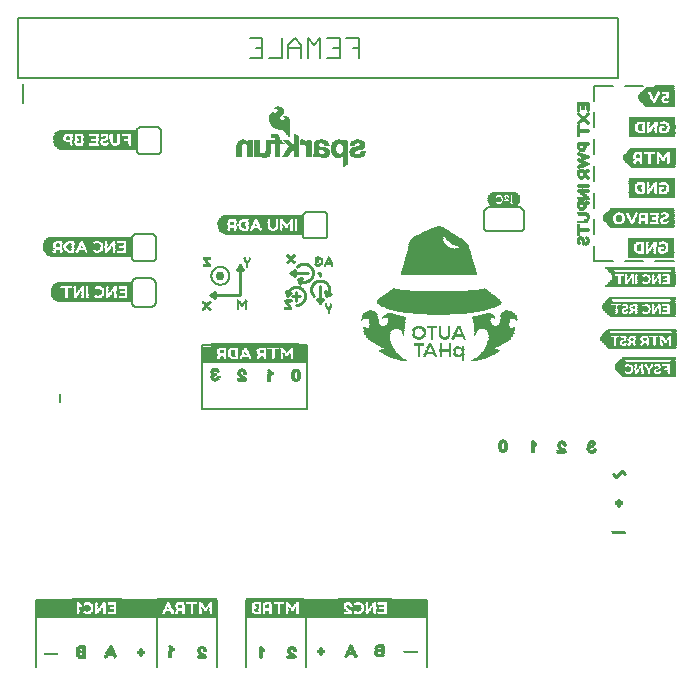
<source format=gbo>
G04 EAGLE Gerber RS-274X export*
G75*
%MOMM*%
%FSLAX34Y34*%
%LPD*%
%INSilkscreen Bottom*%
%IPPOS*%
%AMOC8*
5,1,8,0,0,1.08239X$1,22.5*%
G01*
%ADD10C,0.254000*%
%ADD11C,0.127000*%
%ADD12C,0.762000*%
%ADD13C,0.177800*%
%ADD14C,0.203200*%
%ADD15R,3.134359X1.536700*%
%ADD16R,3.309622X1.490978*%
%ADD17R,3.192778X1.498600*%
%ADD18R,3.014981X1.501141*%
%ADD19R,0.914400X1.473200*%
%ADD20R,0.878841X1.541781*%
%ADD21C,0.279400*%
%ADD22C,0.152400*%
%ADD23R,1.830000X0.030000*%
%ADD24R,2.010000X0.030000*%
%ADD25R,2.130000X0.020000*%
%ADD26R,2.250000X0.040000*%
%ADD27R,2.310000X0.030000*%
%ADD28R,2.370000X0.030000*%
%ADD29R,2.430000X0.020000*%
%ADD30R,0.930000X0.030000*%
%ADD31R,0.540000X0.030000*%
%ADD32R,0.750000X0.030000*%
%ADD33R,0.570000X0.040000*%
%ADD34R,0.150000X0.040000*%
%ADD35R,0.390000X0.040000*%
%ADD36R,0.660000X0.040000*%
%ADD37R,0.570000X0.030000*%
%ADD38R,0.120000X0.030000*%
%ADD39R,0.300000X0.030000*%
%ADD40R,0.600000X0.030000*%
%ADD41R,0.240000X0.030000*%
%ADD42R,0.090000X0.030000*%
%ADD43R,0.210000X0.030000*%
%ADD44R,0.630000X0.040000*%
%ADD45R,0.090000X0.040000*%
%ADD46R,0.060000X0.040000*%
%ADD47R,0.630000X0.030000*%
%ADD48R,0.660000X0.030000*%
%ADD49R,0.270000X0.030000*%
%ADD50R,0.720000X0.030000*%
%ADD51R,0.120000X0.040000*%
%ADD52R,1.080000X0.040000*%
%ADD53R,1.110000X0.030000*%
%ADD54R,0.150000X0.030000*%
%ADD55R,1.140000X0.030000*%
%ADD56R,0.180000X0.040000*%
%ADD57R,1.140000X0.040000*%
%ADD58R,0.060000X0.030000*%
%ADD59R,0.030000X0.030000*%
%ADD60R,0.030000X0.040000*%
%ADD61R,1.110000X0.040000*%
%ADD62R,1.080000X0.030000*%
%ADD63R,0.690000X0.030000*%
%ADD64R,0.780000X0.040000*%
%ADD65R,0.870000X0.030000*%
%ADD66R,2.430000X0.030000*%
%ADD67R,2.250000X0.030000*%
%ADD68R,2.130000X0.030000*%
%ADD69R,0.200000X0.040000*%
%ADD70R,0.440000X0.040000*%
%ADD71R,0.520000X0.040000*%
%ADD72R,0.600000X0.040000*%
%ADD73R,0.640000X0.040000*%
%ADD74R,0.680000X0.040000*%
%ADD75R,0.720000X0.040000*%
%ADD76R,0.320000X0.040000*%
%ADD77R,0.280000X0.040000*%
%ADD78R,0.240000X0.040000*%
%ADD79R,0.360000X0.040000*%
%ADD80R,0.040000X0.040000*%
%ADD81R,0.400000X0.040000*%
%ADD82R,0.480000X0.040000*%
%ADD83R,0.800000X0.040000*%
%ADD84R,0.840000X0.040000*%
%ADD85R,0.760000X0.040000*%
%ADD86R,0.160000X0.040000*%
%ADD87R,0.300000X0.040000*%
%ADD88R,0.330000X0.030000*%
%ADD89R,0.360000X0.030000*%
%ADD90R,0.390000X0.030000*%
%ADD91R,0.420000X0.030000*%
%ADD92R,0.210000X0.040000*%
%ADD93R,0.270000X0.040000*%
%ADD94R,0.510000X0.040000*%
%ADD95R,0.450000X0.030000*%
%ADD96R,0.180000X0.030000*%
%ADD97R,0.330000X0.040000*%
%ADD98R,0.480000X0.030000*%
%ADD99R,0.510000X0.030000*%
%ADD100R,0.450000X0.040000*%
%ADD101R,0.750000X0.040000*%
%ADD102R,6.360000X0.040000*%
%ADD103R,6.480000X0.040000*%
%ADD104R,6.560000X0.040000*%
%ADD105R,6.600000X0.040000*%
%ADD106R,6.640000X0.040000*%
%ADD107R,6.720000X0.040000*%
%ADD108R,2.880000X0.040000*%
%ADD109R,3.760000X0.040000*%
%ADD110R,0.560000X0.040000*%
%ADD111R,0.080000X0.040000*%
%ADD112R,1.120000X0.040000*%
%ADD113R,1.160000X0.040000*%
%ADD114R,1.040000X0.040000*%
%ADD115R,7.000000X0.040000*%
%ADD116R,7.120000X0.040000*%
%ADD117R,7.200000X0.040000*%
%ADD118R,7.240000X0.040000*%
%ADD119R,7.280000X0.040000*%
%ADD120R,7.360000X0.040000*%
%ADD121R,4.360000X0.040000*%
%ADD122R,0.960000X0.040000*%
%ADD123R,0.920000X0.040000*%
%ADD124R,0.880000X0.040000*%
%ADD125R,1.320000X0.040000*%
%ADD126R,1.280000X0.040000*%
%ADD127R,1.240000X0.040000*%
%ADD128R,1.200000X0.040000*%
%ADD129R,6.520000X0.040000*%
%ADD130R,6.760000X0.040000*%
%ADD131R,6.800000X0.040000*%
%ADD132R,6.880000X0.040000*%
%ADD133R,2.640000X0.040000*%
%ADD134R,4.080000X0.040000*%
%ADD135R,1.360000X0.040000*%
%ADD136R,1.000000X0.040000*%
%ADD137R,6.840000X0.040000*%
%ADD138R,6.920000X0.040000*%
%ADD139R,6.960000X0.040000*%
%ADD140R,7.040000X0.040000*%
%ADD141R,7.080000X0.040000*%
%ADD142R,7.400000X0.040000*%
%ADD143R,0.040000X0.640000*%
%ADD144R,0.040000X0.160000*%
%ADD145R,0.040000X0.120000*%
%ADD146R,0.040000X0.880000*%
%ADD147R,0.040000X0.360000*%
%ADD148R,0.040000X0.080000*%
%ADD149R,0.040000X0.280000*%
%ADD150R,0.040000X0.800000*%
%ADD151R,0.040000X0.240000*%
%ADD152R,0.040000X0.200000*%
%ADD153R,0.040000X1.000000*%
%ADD154R,0.040000X0.560000*%
%ADD155R,0.040000X0.480000*%
%ADD156R,0.040000X0.840000*%
%ADD157R,0.040000X0.320000*%
%ADD158R,0.040000X0.680000*%
%ADD159R,0.040000X1.040000*%
%ADD160R,0.040000X0.720000*%
%ADD161R,0.040000X0.760000*%
%ADD162R,0.040000X0.960000*%
%ADD163R,0.040000X0.400000*%
%ADD164R,0.040000X0.440000*%
%ADD165R,0.040000X0.600000*%
%ADD166R,0.040000X0.520000*%
%ADD167R,0.040000X1.120000*%
%ADD168R,2.400000X0.040000*%
%ADD169R,2.480000X0.040000*%
%ADD170R,2.520000X0.040000*%
%ADD171R,2.560000X0.040000*%
%ADD172R,2.600000X0.040000*%
%ADD173R,2.680000X0.040000*%
%ADD174R,3.840000X0.040000*%
%ADD175R,3.880000X0.040000*%
%ADD176R,3.920000X0.040000*%
%ADD177R,3.960000X0.040000*%
%ADD178R,4.000000X0.040000*%
%ADD179R,4.040000X0.040000*%
%ADD180R,5.400000X0.040000*%
%ADD181R,5.440000X0.040000*%
%ADD182R,5.480000X0.040000*%
%ADD183R,5.520000X0.040000*%
%ADD184R,5.560000X0.040000*%
%ADD185R,5.600000X0.040000*%
%ADD186R,5.640000X0.040000*%
%ADD187R,2.280000X0.040000*%
%ADD188R,5.680000X0.040000*%
%ADD189R,5.960000X0.040000*%
%ADD190R,6.000000X0.040000*%
%ADD191R,6.040000X0.040000*%
%ADD192R,6.080000X0.040000*%
%ADD193R,5.720000X0.040000*%
%ADD194R,5.760000X0.040000*%
%ADD195R,5.840000X0.040000*%
%ADD196R,5.880000X0.040000*%
%ADD197R,5.920000X0.040000*%
%ADD198R,6.200000X0.040000*%
%ADD199R,6.240000X0.040000*%
%ADD200R,6.280000X0.040000*%
%ADD201R,6.320000X0.040000*%
%ADD202R,4.520000X0.040000*%
%ADD203R,4.560000X0.040000*%
%ADD204R,4.600000X0.040000*%
%ADD205R,4.640000X0.040000*%
%ADD206R,4.920000X0.040000*%
%ADD207R,4.960000X0.040000*%
%ADD208R,5.000000X0.040000*%
%ADD209R,5.040000X0.040000*%
%ADD210R,1.400000X0.040000*%
%ADD211R,4.680000X0.040000*%
%ADD212R,2.800000X0.040000*%
%ADD213R,5.800000X0.040000*%
%ADD214R,4.280000X0.040000*%
%ADD215R,3.680000X0.040000*%
%ADD216R,5.080000X0.040000*%
%ADD217R,0.338581X0.042162*%
%ADD218R,0.508000X0.042419*%
%ADD219R,0.211581X0.042419*%
%ADD220R,0.592838X0.042419*%
%ADD221R,0.677163X0.042162*%
%ADD222R,0.211581X0.042162*%
%ADD223R,0.719581X0.042162*%
%ADD224R,0.762000X0.042419*%
%ADD225R,0.804163X0.042419*%
%ADD226R,0.889000X0.042162*%
%ADD227R,0.889000X0.042419*%
%ADD228R,0.931419X0.042419*%
%ADD229R,0.973838X0.042419*%
%ADD230R,0.254000X0.042419*%
%ADD231R,0.211838X0.042419*%
%ADD232R,1.016000X0.042162*%
%ADD233R,0.465838X0.042162*%
%ADD234R,0.211838X0.042162*%
%ADD235R,0.254000X0.042162*%
%ADD236R,1.058163X0.042419*%
%ADD237R,0.550162X0.042419*%
%ADD238R,1.058419X0.042419*%
%ADD239R,0.846581X0.042419*%
%ADD240R,1.100838X0.042419*%
%ADD241R,1.100581X0.042162*%
%ADD242R,0.381000X0.042162*%
%ADD243R,0.296419X0.042162*%
%ADD244R,1.143000X0.042162*%
%ADD245R,1.143000X0.042419*%
%ADD246R,0.296162X0.042419*%
%ADD247R,1.185163X0.042419*%
%ADD248R,1.185419X0.042419*%
%ADD249R,0.973581X0.042419*%
%ADD250R,1.227838X0.042419*%
%ADD251R,1.185163X0.042162*%
%ADD252R,0.931163X0.042162*%
%ADD253R,1.227581X0.042162*%
%ADD254R,1.270000X0.042419*%
%ADD255R,1.312419X0.042419*%
%ADD256R,0.846838X0.042419*%
%ADD257R,1.312419X0.042162*%
%ADD258R,1.354581X0.042419*%
%ADD259R,1.016000X0.042419*%
%ADD260R,1.354838X0.042419*%
%ADD261R,1.354838X0.042162*%
%ADD262R,0.931163X0.042419*%
%ADD263R,0.804163X0.042162*%
%ADD264R,0.804419X0.042419*%
%ADD265R,0.931419X0.042162*%
%ADD266R,0.423162X0.042419*%
%ADD267R,1.100838X0.042162*%
%ADD268R,0.338838X0.042419*%
%ADD269R,0.296419X0.042419*%
%ADD270R,1.270000X0.042162*%
%ADD271R,1.397000X0.042419*%
%ADD272R,1.439163X0.042162*%
%ADD273R,1.524000X0.042419*%
%ADD274R,1.608581X0.042419*%
%ADD275R,1.608838X0.042162*%
%ADD276R,1.693419X0.042419*%
%ADD277R,1.735838X0.042419*%
%ADD278R,1.735581X0.042162*%
%ADD279R,1.778000X0.042162*%
%ADD280R,1.820419X0.042419*%
%ADD281R,1.778000X0.042419*%
%ADD282R,1.862581X0.042419*%
%ADD283R,1.862581X0.042162*%
%ADD284R,0.635000X0.042162*%
%ADD285R,0.677419X0.042162*%
%ADD286R,1.905000X0.042419*%
%ADD287R,0.719838X0.042419*%
%ADD288R,1.947419X0.042419*%
%ADD289R,0.381000X0.042419*%
%ADD290R,0.423419X0.042419*%
%ADD291R,1.989581X0.042162*%
%ADD292R,0.338838X0.042162*%
%ADD293R,1.989581X0.042419*%
%ADD294R,2.032000X0.042419*%
%ADD295R,2.074419X0.042162*%
%ADD296R,0.042419X0.042162*%
%ADD297R,2.074419X0.042419*%
%ADD298R,0.042419X0.042419*%
%ADD299R,2.116581X0.042419*%
%ADD300R,0.084838X0.042419*%
%ADD301R,2.116581X0.042162*%
%ADD302R,0.084838X0.042162*%
%ADD303R,2.159000X0.042419*%
%ADD304R,2.201419X0.042419*%
%ADD305R,0.127000X0.042419*%
%ADD306R,2.201419X0.042162*%
%ADD307R,0.127000X0.042162*%
%ADD308R,2.286000X0.042419*%
%ADD309R,0.169419X0.042419*%
%ADD310R,2.243581X0.042419*%
%ADD311R,2.328419X0.042162*%
%ADD312R,2.370837X0.042419*%
%ADD313R,2.413000X0.042419*%
%ADD314R,0.338581X0.042419*%
%ADD315R,2.497838X0.042162*%
%ADD316R,0.423162X0.042162*%
%ADD317R,0.296162X0.042162*%
%ADD318R,2.624837X0.042419*%
%ADD319R,3.132581X0.042419*%
%ADD320R,3.175000X0.042419*%
%ADD321R,3.048000X0.042162*%
%ADD322R,3.090419X0.042162*%
%ADD323R,3.048000X0.042419*%
%ADD324R,0.677419X0.042419*%
%ADD325R,1.651000X0.042419*%
%ADD326R,1.566419X0.042162*%
%ADD327R,1.481581X0.042419*%
%ADD328R,0.846581X0.042162*%
%ADD329R,1.481581X0.042162*%
%ADD330R,1.524000X0.042162*%
%ADD331R,1.481838X0.042419*%
%ADD332R,1.481838X0.042162*%
%ADD333R,1.439419X0.042162*%
%ADD334R,1.439419X0.042419*%
%ADD335R,0.084581X0.042162*%
%ADD336R,1.566163X0.042162*%
%ADD337R,0.084581X0.042419*%
%ADD338R,1.566163X0.042419*%
%ADD339R,1.947163X0.042419*%
%ADD340R,1.397000X0.042162*%
%ADD341R,1.905000X0.042162*%
%ADD342R,1.566419X0.042419*%
%ADD343R,1.354581X0.042162*%
%ADD344R,0.719838X0.042162*%
%ADD345R,1.947163X0.042162*%
%ADD346R,3.556000X0.042419*%
%ADD347R,0.465581X0.042419*%
%ADD348R,4.614419X0.042419*%
%ADD349R,5.376419X0.042162*%
%ADD350R,6.011163X0.042419*%
%ADD351R,6.519163X0.042419*%
%ADD352R,0.550162X0.042162*%
%ADD353R,7.027163X0.042162*%
%ADD354R,7.408419X0.042419*%
%ADD355R,7.789163X0.042419*%
%ADD356R,8.128000X0.042162*%
%ADD357R,8.382000X0.042419*%
%ADD358R,8.678419X0.042419*%
%ADD359R,8.890000X0.042162*%
%ADD360R,9.144000X0.042419*%
%ADD361R,9.355581X0.042419*%
%ADD362R,9.567163X0.042162*%
%ADD363R,9.736838X0.042419*%
%ADD364R,9.906000X0.042419*%
%ADD365R,10.033000X0.042162*%
%ADD366R,10.160000X0.042419*%
%ADD367R,10.287000X0.042419*%
%ADD368R,10.371581X0.042162*%
%ADD369R,10.414000X0.042419*%
%ADD370R,10.456419X0.042419*%
%ADD371R,10.498838X0.042162*%
%ADD372R,10.498838X0.042419*%
%ADD373R,10.414000X0.042162*%
%ADD374R,10.329163X0.042419*%
%ADD375R,10.244838X0.042162*%
%ADD376R,10.075163X0.042419*%
%ADD377R,9.990837X0.042419*%
%ADD378R,9.906000X0.042162*%
%ADD379R,9.652000X0.042419*%
%ADD380R,9.482838X0.042162*%
%ADD381R,9.398000X0.042419*%
%ADD382R,9.271000X0.042419*%
%ADD383R,9.144000X0.042162*%
%ADD384R,9.059163X0.042419*%
%ADD385R,8.890000X0.042419*%
%ADD386R,8.805162X0.042162*%
%ADD387R,8.551163X0.042419*%
%ADD388R,8.466838X0.042162*%
%ADD389R,2.540000X0.042419*%
%ADD390R,1.608838X0.042419*%
%ADD391R,0.973581X0.042162*%
%ADD392R,6.434838X0.042419*%
%ADD393R,6.434838X0.042162*%
%ADD394R,6.392419X0.042419*%
%ADD395R,6.350000X0.042162*%
%ADD396R,6.350000X0.042419*%
%ADD397R,6.265163X0.042162*%
%ADD398R,6.265163X0.042419*%
%ADD399R,6.223000X0.042162*%
%ADD400R,6.180837X0.042419*%
%ADD401R,6.138419X0.042162*%
%ADD402R,6.138419X0.042419*%
%ADD403R,6.096000X0.042419*%
%ADD404R,6.053581X0.042162*%
%ADD405R,6.053581X0.042419*%
%ADD406R,5.969000X0.042162*%
%ADD407R,5.969000X0.042419*%
%ADD408R,5.926581X0.042162*%
%ADD409R,5.884419X0.042419*%
%ADD410R,5.842000X0.042162*%
%ADD411R,5.842000X0.042419*%
%ADD412R,5.799581X0.042419*%
%ADD413R,5.757419X0.042162*%
%ADD414R,5.757419X0.042419*%
%ADD415R,5.715000X0.042419*%
%ADD416R,5.672581X0.042162*%
%ADD417R,5.672581X0.042419*%
%ADD418R,5.630419X0.042162*%
%ADD419R,5.588000X0.042419*%
%ADD420R,5.588000X0.042162*%
%ADD421R,5.503419X0.042419*%
%ADD422R,5.503419X0.042162*%
%ADD423R,5.461000X0.042419*%
%ADD424R,5.418581X0.042419*%
%ADD425R,5.418581X0.042162*%
%ADD426R,5.376163X0.042419*%
%ADD427R,5.334000X0.042162*%
%ADD428R,5.291838X0.042419*%
%ADD429R,5.249419X0.042162*%
%ADD430R,5.207000X0.042419*%
%ADD431R,3.852419X0.042419*%
%ADD432R,3.683000X0.042162*%
%ADD433R,3.513581X0.042419*%
%ADD434R,3.429000X0.042419*%
%ADD435R,3.386581X0.042162*%
%ADD436R,3.302000X0.042419*%
%ADD437R,3.217419X0.042419*%
%ADD438R,3.175000X0.042162*%
%ADD439R,1.227581X0.042419*%
%ADD440R,3.132837X0.042419*%
%ADD441R,3.090419X0.042419*%
%ADD442R,3.005581X0.042162*%
%ADD443R,3.005581X0.042419*%
%ADD444R,2.963419X0.042419*%
%ADD445R,2.878581X0.042162*%
%ADD446R,2.878581X0.042419*%
%ADD447R,2.794000X0.042162*%
%ADD448R,2.751581X0.042419*%
%ADD449R,2.709163X0.042162*%
%ADD450R,1.312163X0.042419*%
%ADD451R,2.667000X0.042419*%
%ADD452R,2.624581X0.042419*%
%ADD453R,1.185419X0.042162*%
%ADD454R,2.582162X0.042162*%
%ADD455R,2.455163X0.042419*%
%ADD456R,3.556000X0.042162*%
%ADD457R,3.386837X0.042419*%
%ADD458R,3.217163X0.042419*%
%ADD459R,2.921000X0.042419*%
%ADD460R,2.751838X0.042419*%
%ADD461R,2.455419X0.042419*%
%ADD462R,1.651000X0.042162*%

G36*
X301020Y448965D02*
X301020Y448965D01*
X301071Y448967D01*
X301103Y448985D01*
X301139Y448993D01*
X301178Y449026D01*
X301223Y449050D01*
X301244Y449080D01*
X301272Y449103D01*
X301293Y449150D01*
X301323Y449192D01*
X301331Y449233D01*
X301343Y449261D01*
X301342Y449292D01*
X301350Y449334D01*
X301350Y462134D01*
X301346Y462152D01*
X301348Y462176D01*
X301148Y463976D01*
X301137Y464007D01*
X301131Y464054D01*
X300931Y464654D01*
X300918Y464674D01*
X300910Y464704D01*
X300610Y465304D01*
X300602Y465314D01*
X300596Y465329D01*
X300296Y465829D01*
X300282Y465844D01*
X300273Y465863D01*
X300196Y465933D01*
X300175Y465954D01*
X300170Y465956D01*
X300166Y465960D01*
X299682Y466250D01*
X299298Y466538D01*
X299263Y466553D01*
X299211Y466587D01*
X298211Y466987D01*
X298178Y466992D01*
X298132Y467009D01*
X297532Y467109D01*
X297506Y467107D01*
X297470Y467114D01*
X296670Y467114D01*
X296634Y467106D01*
X296578Y467103D01*
X296223Y467014D01*
X296070Y467014D01*
X296055Y467011D01*
X296039Y467013D01*
X295908Y466976D01*
X295901Y466975D01*
X295901Y466974D01*
X295900Y466974D01*
X295700Y466874D01*
X295681Y466858D01*
X295657Y466849D01*
X295615Y466803D01*
X295567Y466763D01*
X295557Y466740D01*
X295539Y466722D01*
X295522Y466662D01*
X295496Y466605D01*
X295497Y466580D01*
X295490Y466556D01*
X295501Y466494D01*
X295504Y466432D01*
X295516Y466410D01*
X295520Y466385D01*
X295569Y466312D01*
X295587Y466280D01*
X295595Y466274D01*
X295601Y466265D01*
X295701Y466165D01*
X295733Y466145D01*
X295800Y466094D01*
X296200Y465894D01*
X296223Y465888D01*
X296250Y465873D01*
X296465Y465801D01*
X296774Y465492D01*
X296925Y465265D01*
X296990Y465072D01*
X296990Y464896D01*
X296918Y464680D01*
X296757Y464359D01*
X296528Y464129D01*
X296292Y463972D01*
X295861Y463800D01*
X295432Y463714D01*
X294717Y463714D01*
X294026Y463887D01*
X293530Y464217D01*
X293209Y464618D01*
X293050Y465096D01*
X293050Y465656D01*
X293296Y466229D01*
X293956Y466983D01*
X294754Y467881D01*
X294755Y467882D01*
X294756Y467883D01*
X295456Y468683D01*
X295472Y468713D01*
X295502Y468749D01*
X296002Y469649D01*
X296013Y469687D01*
X296041Y469751D01*
X296241Y470651D01*
X296241Y470685D01*
X296250Y470734D01*
X296250Y471534D01*
X296242Y471571D01*
X296231Y471654D01*
X295931Y472554D01*
X295910Y472587D01*
X295879Y472655D01*
X295379Y473355D01*
X295353Y473378D01*
X295323Y473418D01*
X294423Y474218D01*
X294392Y474235D01*
X294352Y474268D01*
X293252Y474868D01*
X293216Y474878D01*
X293138Y474908D01*
X292038Y475108D01*
X292009Y475107D01*
X291970Y475114D01*
X290970Y475114D01*
X290933Y475106D01*
X290850Y475095D01*
X289950Y474795D01*
X289944Y474791D01*
X289936Y474790D01*
X289136Y474490D01*
X289122Y474480D01*
X289100Y474474D01*
X288934Y474391D01*
X288500Y474174D01*
X288478Y474155D01*
X288442Y474138D01*
X288042Y473838D01*
X288027Y473820D01*
X288001Y473803D01*
X287901Y473703D01*
X287887Y473681D01*
X287868Y473664D01*
X287842Y473608D01*
X287810Y473556D01*
X287807Y473530D01*
X287797Y473506D01*
X287799Y473445D01*
X287793Y473383D01*
X287802Y473359D01*
X287803Y473333D01*
X287833Y473279D01*
X287855Y473221D01*
X287874Y473204D01*
X287886Y473181D01*
X287936Y473145D01*
X287982Y473103D01*
X288007Y473096D01*
X288028Y473081D01*
X288112Y473065D01*
X288148Y473054D01*
X288158Y473056D01*
X288170Y473054D01*
X288470Y473054D01*
X288507Y473062D01*
X288590Y473073D01*
X288832Y473154D01*
X289023Y473154D01*
X289378Y473065D01*
X289386Y473065D01*
X289395Y473061D01*
X289845Y472971D01*
X290169Y472809D01*
X290490Y472569D01*
X290625Y472365D01*
X290709Y472114D01*
X290722Y472094D01*
X290730Y472064D01*
X290818Y471888D01*
X290869Y471734D01*
X290809Y471554D01*
X290808Y471541D01*
X290801Y471526D01*
X290717Y471190D01*
X290554Y470945D01*
X290546Y470925D01*
X290530Y470904D01*
X290357Y470559D01*
X290128Y470329D01*
X289859Y470150D01*
X289852Y470143D01*
X289842Y470138D01*
X289450Y469844D01*
X289179Y469663D01*
X288747Y469448D01*
X288480Y469314D01*
X287932Y469314D01*
X287738Y469379D01*
X287589Y469478D01*
X287450Y469896D01*
X287450Y470634D01*
X287438Y470684D01*
X287438Y470705D01*
X287437Y470729D01*
X287436Y470736D01*
X287419Y470768D01*
X287411Y470803D01*
X287378Y470843D01*
X287353Y470888D01*
X287323Y470908D01*
X287301Y470936D01*
X287253Y470957D01*
X287211Y470987D01*
X287175Y470992D01*
X287142Y471007D01*
X287091Y471005D01*
X287039Y471013D01*
X286999Y471002D01*
X286969Y471001D01*
X286942Y470986D01*
X286900Y470974D01*
X286889Y470969D01*
X286129Y470588D01*
X286100Y470574D01*
X286096Y470571D01*
X285986Y470486D01*
X285186Y469586D01*
X285171Y469559D01*
X285142Y469525D01*
X284442Y468325D01*
X284433Y468297D01*
X284412Y468262D01*
X283912Y466862D01*
X283909Y466836D01*
X283896Y466804D01*
X283596Y465204D01*
X283598Y465168D01*
X283590Y465113D01*
X283690Y463313D01*
X283700Y463281D01*
X283704Y463232D01*
X284204Y461432D01*
X284221Y461401D01*
X284238Y461349D01*
X285238Y459549D01*
X285255Y459530D01*
X285270Y459500D01*
X285970Y458600D01*
X285977Y458594D01*
X285981Y458587D01*
X285991Y458581D01*
X286001Y458565D01*
X286801Y457765D01*
X286811Y457759D01*
X286820Y457748D01*
X287620Y457048D01*
X287645Y457034D01*
X287674Y457008D01*
X288674Y456408D01*
X288699Y456400D01*
X288729Y456381D01*
X289729Y455981D01*
X289748Y455978D01*
X289770Y455967D01*
X290870Y455667D01*
X290887Y455666D01*
X290907Y455659D01*
X292107Y455459D01*
X292134Y455461D01*
X292170Y455454D01*
X294039Y455454D01*
X294536Y455371D01*
X294952Y455121D01*
X295902Y454361D01*
X296378Y453790D01*
X296390Y453781D01*
X296401Y453765D01*
X297679Y452487D01*
X298161Y451813D01*
X298181Y451795D01*
X298201Y451765D01*
X298789Y451177D01*
X299278Y450590D01*
X299290Y450581D01*
X299301Y450565D01*
X299782Y450084D01*
X300066Y449706D01*
X300084Y449691D01*
X300101Y449665D01*
X300374Y449392D01*
X300554Y449123D01*
X300573Y449105D01*
X300586Y449081D01*
X300636Y449046D01*
X300680Y449004D01*
X300706Y448997D01*
X300728Y448981D01*
X300809Y448965D01*
X300846Y448954D01*
X300857Y448956D01*
X300870Y448954D01*
X300970Y448954D01*
X301020Y448965D01*
G37*
G36*
X346709Y423465D02*
X346709Y423465D01*
X346771Y423467D01*
X346793Y423480D01*
X346819Y423484D01*
X346890Y423532D01*
X346923Y423550D01*
X346929Y423558D01*
X346939Y423565D01*
X347824Y424450D01*
X349307Y425637D01*
X349319Y425652D01*
X349339Y425665D01*
X350224Y426550D01*
X350707Y426937D01*
X350714Y426945D01*
X350723Y426950D01*
X350767Y427012D01*
X350815Y427073D01*
X350817Y427083D01*
X350823Y427092D01*
X350838Y427173D01*
X350843Y427184D01*
X350843Y427196D01*
X350850Y427234D01*
X350850Y445734D01*
X350849Y445738D01*
X350850Y445743D01*
X350829Y445822D01*
X350811Y445903D01*
X350808Y445906D01*
X350807Y445910D01*
X350753Y445972D01*
X350701Y446036D01*
X350696Y446038D01*
X350693Y446041D01*
X350562Y446103D01*
X350162Y446203D01*
X350154Y446203D01*
X350145Y446207D01*
X349645Y446307D01*
X349613Y446306D01*
X349570Y446314D01*
X349117Y446314D01*
X348762Y446403D01*
X348754Y446403D01*
X348745Y446407D01*
X348253Y446505D01*
X347862Y446603D01*
X347854Y446603D01*
X347845Y446607D01*
X346845Y446807D01*
X346843Y446807D01*
X346842Y446807D01*
X346758Y446804D01*
X346671Y446801D01*
X346670Y446801D01*
X346669Y446801D01*
X346595Y446760D01*
X346519Y446719D01*
X346518Y446718D01*
X346517Y446718D01*
X346469Y446649D01*
X346418Y446578D01*
X346418Y446577D01*
X346417Y446576D01*
X346390Y446434D01*
X346390Y445652D01*
X346239Y445803D01*
X346223Y445813D01*
X346207Y445831D01*
X345707Y446231D01*
X345687Y446240D01*
X345666Y446260D01*
X344666Y446860D01*
X344653Y446864D01*
X344532Y446909D01*
X343332Y447109D01*
X343306Y447107D01*
X343270Y447114D01*
X342570Y447114D01*
X342559Y447111D01*
X342545Y447113D01*
X341045Y447013D01*
X341008Y447002D01*
X340942Y446992D01*
X339542Y446492D01*
X339513Y446473D01*
X339466Y446455D01*
X338366Y445755D01*
X338339Y445727D01*
X338287Y445688D01*
X337387Y444688D01*
X337374Y444665D01*
X337349Y444638D01*
X336649Y443538D01*
X336636Y443502D01*
X336607Y443446D01*
X336207Y442146D01*
X336205Y442131D01*
X336198Y442114D01*
X335898Y440714D01*
X335899Y440690D01*
X335891Y440659D01*
X335791Y439159D01*
X335794Y439137D01*
X335791Y439107D01*
X335891Y437707D01*
X335898Y437682D01*
X335899Y437648D01*
X336199Y436348D01*
X336211Y436324D01*
X336219Y436288D01*
X336719Y435088D01*
X336729Y435073D01*
X336736Y435052D01*
X337336Y433952D01*
X337362Y433923D01*
X337401Y433865D01*
X338301Y432965D01*
X338323Y432951D01*
X338346Y432926D01*
X339446Y432126D01*
X339482Y432111D01*
X339550Y432073D01*
X340750Y431673D01*
X340780Y431670D01*
X340820Y431657D01*
X342320Y431457D01*
X342359Y431461D01*
X342432Y431459D01*
X344232Y431759D01*
X344268Y431774D01*
X344340Y431794D01*
X344470Y431859D01*
X344940Y432094D01*
X344950Y432102D01*
X344966Y432108D01*
X345966Y432708D01*
X345986Y432727D01*
X346067Y432796D01*
X346290Y433075D01*
X346290Y423834D01*
X346296Y423809D01*
X346293Y423783D01*
X346315Y423725D01*
X346329Y423665D01*
X346346Y423645D01*
X346355Y423621D01*
X346400Y423579D01*
X346439Y423531D01*
X346463Y423521D01*
X346482Y423503D01*
X346541Y423486D01*
X346597Y423461D01*
X346623Y423462D01*
X346648Y423454D01*
X346709Y423465D01*
G37*
G36*
X330700Y431461D02*
X330700Y431461D01*
X330745Y431461D01*
X331208Y431554D01*
X331670Y431554D01*
X331706Y431562D01*
X331762Y431565D01*
X332162Y431665D01*
X332182Y431675D01*
X332211Y431681D01*
X332711Y431881D01*
X332723Y431889D01*
X332740Y431894D01*
X333140Y432094D01*
X333156Y432107D01*
X333181Y432117D01*
X333461Y432304D01*
X333840Y432494D01*
X333869Y432518D01*
X333939Y432565D01*
X334239Y432865D01*
X334255Y432892D01*
X334286Y432923D01*
X334481Y433214D01*
X334774Y433606D01*
X334778Y433615D01*
X334786Y433623D01*
X334986Y433923D01*
X334987Y433924D01*
X334988Y433925D01*
X335043Y434059D01*
X335133Y434509D01*
X335310Y434864D01*
X335314Y434879D01*
X335323Y434892D01*
X335349Y435026D01*
X335350Y435032D01*
X335350Y435033D01*
X335350Y435034D01*
X335350Y435496D01*
X335443Y435959D01*
X335443Y435969D01*
X335444Y436102D01*
X335244Y437202D01*
X335235Y437223D01*
X335231Y437254D01*
X334931Y438154D01*
X334914Y438181D01*
X334900Y438223D01*
X334500Y438923D01*
X334477Y438947D01*
X334417Y439023D01*
X333717Y439623D01*
X333691Y439637D01*
X333659Y439664D01*
X332959Y440064D01*
X332933Y440072D01*
X332903Y440090D01*
X332103Y440390D01*
X332084Y440392D01*
X332062Y440403D01*
X331262Y440603D01*
X331240Y440603D01*
X331212Y440612D01*
X330312Y440712D01*
X328518Y440911D01*
X327849Y441007D01*
X327183Y441197D01*
X326630Y441381D01*
X326229Y441622D01*
X326050Y441861D01*
X326050Y442744D01*
X326282Y443209D01*
X326339Y443265D01*
X326359Y443297D01*
X326410Y443364D01*
X326453Y443450D01*
X326860Y443654D01*
X326970Y443654D01*
X326985Y443657D01*
X327000Y443655D01*
X327132Y443691D01*
X327139Y443693D01*
X327139Y443694D01*
X327140Y443694D01*
X327260Y443754D01*
X328880Y443754D01*
X329745Y443321D01*
X330057Y443009D01*
X330118Y442888D01*
X330209Y442614D01*
X330222Y442594D01*
X330230Y442564D01*
X330290Y442444D01*
X330290Y442034D01*
X330301Y441984D01*
X330303Y441933D01*
X330321Y441901D01*
X330329Y441865D01*
X330362Y441826D01*
X330386Y441781D01*
X330416Y441760D01*
X330439Y441731D01*
X330486Y441711D01*
X330528Y441681D01*
X330570Y441673D01*
X330597Y441661D01*
X330628Y441662D01*
X330670Y441654D01*
X334570Y441654D01*
X334650Y441672D01*
X334730Y441689D01*
X334734Y441692D01*
X334739Y441693D01*
X334802Y441745D01*
X334866Y441795D01*
X334868Y441800D01*
X334872Y441803D01*
X334906Y441878D01*
X334941Y441952D01*
X334941Y441957D01*
X334943Y441961D01*
X334942Y441989D01*
X334945Y442096D01*
X334745Y443296D01*
X334735Y443320D01*
X334735Y443322D01*
X334734Y443342D01*
X334732Y443347D01*
X334731Y443354D01*
X334531Y443954D01*
X334511Y443986D01*
X334474Y444062D01*
X334186Y444446D01*
X333896Y444929D01*
X333884Y444942D01*
X333874Y444962D01*
X333574Y445362D01*
X333549Y445383D01*
X333542Y445396D01*
X333527Y445406D01*
X333498Y445438D01*
X333098Y445738D01*
X333082Y445745D01*
X333066Y445760D01*
X332066Y446360D01*
X332041Y446368D01*
X332011Y446387D01*
X331511Y446587D01*
X331482Y446591D01*
X331445Y446607D01*
X330968Y446702D01*
X330390Y446895D01*
X330364Y446897D01*
X330332Y446909D01*
X329739Y447008D01*
X329245Y447107D01*
X329213Y447106D01*
X329170Y447114D01*
X326870Y447114D01*
X326839Y447107D01*
X326795Y447107D01*
X326332Y447014D01*
X325770Y447014D01*
X325739Y447007D01*
X325695Y447007D01*
X325195Y446907D01*
X325169Y446895D01*
X325129Y446887D01*
X324661Y446700D01*
X324195Y446607D01*
X324169Y446595D01*
X324129Y446587D01*
X323629Y446387D01*
X323598Y446365D01*
X323542Y446338D01*
X322342Y445438D01*
X322317Y445408D01*
X322266Y445362D01*
X321966Y444962D01*
X321954Y444935D01*
X321930Y444904D01*
X321730Y444504D01*
X321727Y444490D01*
X321717Y444475D01*
X321517Y443975D01*
X321512Y443946D01*
X321497Y443908D01*
X321397Y443408D01*
X321398Y443377D01*
X321390Y443334D01*
X321390Y434724D01*
X321330Y434604D01*
X321326Y434589D01*
X321317Y434576D01*
X321291Y434442D01*
X321290Y434435D01*
X321290Y434434D01*
X321290Y433624D01*
X321230Y433504D01*
X321226Y433489D01*
X321217Y433476D01*
X321208Y433430D01*
X321207Y433427D01*
X321207Y433424D01*
X321191Y433342D01*
X321190Y433335D01*
X321190Y433334D01*
X321190Y433224D01*
X321130Y433104D01*
X321126Y433089D01*
X321117Y433076D01*
X321091Y432942D01*
X321090Y432935D01*
X321090Y432934D01*
X321090Y432724D01*
X321057Y432659D01*
X321001Y432603D01*
X320961Y432538D01*
X320917Y432476D01*
X320915Y432464D01*
X320910Y432456D01*
X320906Y432419D01*
X320890Y432334D01*
X320890Y432234D01*
X320901Y432184D01*
X320903Y432133D01*
X320921Y432101D01*
X320929Y432065D01*
X320962Y432026D01*
X320986Y431981D01*
X321016Y431960D01*
X321039Y431931D01*
X321086Y431911D01*
X321128Y431881D01*
X321170Y431873D01*
X321197Y431861D01*
X321228Y431862D01*
X321270Y431854D01*
X325170Y431854D01*
X325220Y431865D01*
X325271Y431867D01*
X325303Y431885D01*
X325339Y431893D01*
X325378Y431926D01*
X325423Y431950D01*
X325444Y431980D01*
X325472Y432003D01*
X325493Y432050D01*
X325523Y432092D01*
X325531Y432133D01*
X325543Y432161D01*
X325543Y432171D01*
X325579Y432230D01*
X325623Y432292D01*
X325625Y432304D01*
X325630Y432312D01*
X325634Y432349D01*
X325636Y432363D01*
X325639Y432365D01*
X325679Y432430D01*
X325723Y432492D01*
X325725Y432504D01*
X325730Y432512D01*
X325734Y432549D01*
X325750Y432634D01*
X325750Y432783D01*
X325763Y432803D01*
X325901Y432665D01*
X325928Y432648D01*
X325959Y432617D01*
X326259Y432417D01*
X326295Y432404D01*
X326350Y432373D01*
X326601Y432289D01*
X326859Y432117D01*
X326895Y432104D01*
X326950Y432073D01*
X328150Y431673D01*
X328187Y431670D01*
X328270Y431654D01*
X328508Y431654D01*
X328750Y431573D01*
X328787Y431570D01*
X328870Y431554D01*
X329208Y431554D01*
X329450Y431473D01*
X329487Y431470D01*
X329570Y431454D01*
X330670Y431454D01*
X330700Y431461D01*
G37*
G36*
X299702Y431861D02*
X299702Y431861D01*
X299736Y431859D01*
X299786Y431881D01*
X299839Y431893D01*
X299864Y431914D01*
X299895Y431927D01*
X299942Y431978D01*
X299972Y432003D01*
X299979Y432018D01*
X299993Y432034D01*
X303649Y437940D01*
X304690Y436969D01*
X304690Y432234D01*
X304701Y432184D01*
X304703Y432133D01*
X304721Y432101D01*
X304729Y432065D01*
X304762Y432026D01*
X304786Y431981D01*
X304816Y431960D01*
X304839Y431931D01*
X304886Y431911D01*
X304928Y431881D01*
X304970Y431873D01*
X304997Y431861D01*
X305028Y431862D01*
X305070Y431854D01*
X308970Y431854D01*
X309020Y431865D01*
X309071Y431867D01*
X309103Y431885D01*
X309139Y431893D01*
X309178Y431926D01*
X309223Y431950D01*
X309244Y431980D01*
X309272Y432003D01*
X309293Y432050D01*
X309323Y432092D01*
X309331Y432133D01*
X309343Y432161D01*
X309342Y432192D01*
X309350Y432234D01*
X309350Y449634D01*
X309340Y449677D01*
X309340Y449722D01*
X309321Y449760D01*
X309311Y449803D01*
X309282Y449837D01*
X309262Y449877D01*
X309223Y449909D01*
X309201Y449936D01*
X309177Y449947D01*
X309150Y449969D01*
X305250Y452069D01*
X305195Y452084D01*
X305142Y452107D01*
X305112Y452106D01*
X305083Y452114D01*
X305027Y452103D01*
X304969Y452101D01*
X304943Y452086D01*
X304913Y452080D01*
X304867Y452045D01*
X304817Y452018D01*
X304800Y451993D01*
X304776Y451975D01*
X304750Y451923D01*
X304717Y451876D01*
X304711Y451842D01*
X304699Y451819D01*
X304699Y451784D01*
X304690Y451734D01*
X304690Y442278D01*
X300444Y446697D01*
X300377Y446741D01*
X300312Y446786D01*
X300304Y446788D01*
X300299Y446792D01*
X300266Y446795D01*
X300170Y446814D01*
X295570Y446814D01*
X295543Y446808D01*
X295516Y446810D01*
X295460Y446788D01*
X295401Y446775D01*
X295380Y446757D01*
X295354Y446747D01*
X295314Y446703D01*
X295268Y446664D01*
X295256Y446639D01*
X295238Y446619D01*
X295221Y446561D01*
X295197Y446506D01*
X295198Y446479D01*
X295190Y446452D01*
X295201Y446393D01*
X295203Y446333D01*
X295216Y446309D01*
X295221Y446282D01*
X295268Y446214D01*
X295286Y446181D01*
X295295Y446174D01*
X295304Y446162D01*
X300381Y441181D01*
X294652Y432442D01*
X294627Y432373D01*
X294597Y432306D01*
X294597Y432293D01*
X294592Y432280D01*
X294600Y432207D01*
X294603Y432133D01*
X294610Y432121D01*
X294611Y432107D01*
X294651Y432045D01*
X294686Y431981D01*
X294697Y431973D01*
X294705Y431961D01*
X294768Y431923D01*
X294828Y431881D01*
X294843Y431878D01*
X294853Y431872D01*
X294892Y431869D01*
X294970Y431854D01*
X299670Y431854D01*
X299702Y431861D01*
G37*
G36*
X260220Y431865D02*
X260220Y431865D01*
X260271Y431867D01*
X260303Y431885D01*
X260339Y431893D01*
X260378Y431926D01*
X260423Y431950D01*
X260444Y431980D01*
X260472Y432003D01*
X260493Y432050D01*
X260523Y432092D01*
X260531Y432133D01*
X260543Y432161D01*
X260542Y432192D01*
X260550Y432234D01*
X260550Y440210D01*
X260647Y440983D01*
X260746Y441677D01*
X260833Y442200D01*
X261086Y442621D01*
X261329Y442946D01*
X261709Y443174D01*
X262139Y443260D01*
X262678Y443350D01*
X263415Y443257D01*
X263936Y443171D01*
X264316Y442943D01*
X264657Y442516D01*
X264931Y442060D01*
X265198Y441436D01*
X265290Y440613D01*
X265290Y432234D01*
X265301Y432184D01*
X265303Y432133D01*
X265321Y432101D01*
X265329Y432065D01*
X265362Y432026D01*
X265386Y431981D01*
X265416Y431960D01*
X265439Y431931D01*
X265486Y431911D01*
X265528Y431881D01*
X265570Y431873D01*
X265597Y431861D01*
X265628Y431862D01*
X265670Y431854D01*
X269570Y431854D01*
X269620Y431865D01*
X269671Y431867D01*
X269703Y431885D01*
X269739Y431893D01*
X269778Y431926D01*
X269823Y431950D01*
X269844Y431980D01*
X269872Y432003D01*
X269893Y432050D01*
X269923Y432092D01*
X269931Y432133D01*
X269943Y432161D01*
X269942Y432192D01*
X269950Y432234D01*
X269950Y446434D01*
X269939Y446484D01*
X269937Y446535D01*
X269919Y446567D01*
X269911Y446603D01*
X269878Y446642D01*
X269854Y446687D01*
X269824Y446708D01*
X269801Y446736D01*
X269754Y446757D01*
X269712Y446786D01*
X269670Y446795D01*
X269642Y446807D01*
X269612Y446806D01*
X269570Y446814D01*
X265870Y446814D01*
X265820Y446802D01*
X265769Y446801D01*
X265737Y446783D01*
X265701Y446775D01*
X265662Y446742D01*
X265617Y446718D01*
X265596Y446688D01*
X265568Y446664D01*
X265547Y446618D01*
X265517Y446576D01*
X265509Y446534D01*
X265497Y446506D01*
X265498Y446476D01*
X265490Y446434D01*
X265490Y445452D01*
X265239Y445703D01*
X265223Y445713D01*
X265207Y445731D01*
X264707Y446131D01*
X264694Y446137D01*
X264681Y446150D01*
X264081Y446550D01*
X264045Y446564D01*
X263990Y446595D01*
X262790Y446995D01*
X262764Y446997D01*
X262732Y447009D01*
X262132Y447109D01*
X262106Y447107D01*
X262070Y447114D01*
X261470Y447114D01*
X261458Y447111D01*
X261443Y447113D01*
X260043Y447013D01*
X260013Y447004D01*
X259970Y447001D01*
X258870Y446701D01*
X258838Y446683D01*
X258785Y446666D01*
X257885Y446166D01*
X257857Y446140D01*
X257801Y446103D01*
X257101Y445403D01*
X257083Y445373D01*
X257048Y445335D01*
X256548Y444535D01*
X256535Y444499D01*
X256506Y444443D01*
X256206Y443443D01*
X256205Y443424D01*
X256196Y443402D01*
X255996Y442302D01*
X255997Y442284D01*
X255991Y442263D01*
X255891Y440963D01*
X255893Y440950D01*
X255890Y440934D01*
X255890Y432234D01*
X255901Y432184D01*
X255903Y432133D01*
X255921Y432101D01*
X255929Y432065D01*
X255962Y432026D01*
X255986Y431981D01*
X256016Y431960D01*
X256039Y431931D01*
X256086Y431911D01*
X256128Y431881D01*
X256170Y431873D01*
X256197Y431861D01*
X256228Y431862D01*
X256270Y431854D01*
X260170Y431854D01*
X260220Y431865D01*
G37*
G36*
X281197Y431555D02*
X281197Y431555D01*
X281234Y431566D01*
X281300Y431577D01*
X282400Y431977D01*
X282422Y431991D01*
X282455Y432001D01*
X283355Y432501D01*
X283378Y432523D01*
X283417Y432545D01*
X284117Y433145D01*
X284134Y433168D01*
X284202Y433249D01*
X284702Y434149D01*
X284712Y434181D01*
X284734Y434225D01*
X285034Y435225D01*
X285035Y435243D01*
X285044Y435266D01*
X285244Y436366D01*
X285243Y436395D01*
X285250Y436434D01*
X285250Y446434D01*
X285239Y446484D01*
X285237Y446535D01*
X285219Y446567D01*
X285211Y446603D01*
X285178Y446642D01*
X285154Y446687D01*
X285124Y446708D01*
X285101Y446736D01*
X285054Y446757D01*
X285012Y446786D01*
X284970Y446795D01*
X284942Y446807D01*
X284912Y446806D01*
X284870Y446814D01*
X281070Y446814D01*
X281020Y446802D01*
X280969Y446801D01*
X280937Y446783D01*
X280901Y446775D01*
X280862Y446742D01*
X280817Y446718D01*
X280796Y446688D01*
X280768Y446664D01*
X280747Y446618D01*
X280717Y446576D01*
X280709Y446534D01*
X280697Y446506D01*
X280698Y446476D01*
X280690Y446434D01*
X280690Y438458D01*
X280494Y436888D01*
X280410Y436388D01*
X279910Y435722D01*
X279531Y435494D01*
X279101Y435408D01*
X278562Y435318D01*
X277824Y435410D01*
X277304Y435497D01*
X276906Y435736D01*
X276582Y436059D01*
X276315Y436594D01*
X276041Y437234D01*
X275950Y437958D01*
X275950Y446434D01*
X275939Y446484D01*
X275937Y446535D01*
X275919Y446567D01*
X275911Y446603D01*
X275878Y446642D01*
X275854Y446687D01*
X275824Y446708D01*
X275801Y446736D01*
X275754Y446757D01*
X275712Y446786D01*
X275670Y446795D01*
X275642Y446807D01*
X275612Y446806D01*
X275570Y446814D01*
X271670Y446814D01*
X271620Y446802D01*
X271569Y446801D01*
X271537Y446783D01*
X271501Y446775D01*
X271462Y446742D01*
X271417Y446718D01*
X271396Y446688D01*
X271368Y446664D01*
X271347Y446618D01*
X271317Y446576D01*
X271309Y446534D01*
X271297Y446506D01*
X271298Y446476D01*
X271290Y446434D01*
X271290Y432234D01*
X271301Y432184D01*
X271303Y432133D01*
X271321Y432101D01*
X271329Y432065D01*
X271362Y432026D01*
X271386Y431981D01*
X271416Y431960D01*
X271439Y431931D01*
X271486Y431911D01*
X271528Y431881D01*
X271570Y431873D01*
X271597Y431861D01*
X271628Y431862D01*
X271670Y431854D01*
X275370Y431854D01*
X275420Y431865D01*
X275471Y431867D01*
X275503Y431885D01*
X275539Y431893D01*
X275578Y431926D01*
X275623Y431950D01*
X275644Y431980D01*
X275672Y432003D01*
X275693Y432050D01*
X275723Y432092D01*
X275731Y432133D01*
X275743Y432161D01*
X275742Y432192D01*
X275750Y432234D01*
X275750Y433175D01*
X275973Y432896D01*
X276000Y432875D01*
X276032Y432837D01*
X276532Y432437D01*
X276562Y432423D01*
X276600Y432394D01*
X277200Y432094D01*
X277214Y432090D01*
X277229Y432081D01*
X277729Y431881D01*
X277739Y431879D01*
X277750Y431873D01*
X278350Y431673D01*
X278379Y431670D01*
X278416Y431657D01*
X279113Y431558D01*
X279707Y431459D01*
X279743Y431461D01*
X279797Y431455D01*
X281197Y431555D01*
G37*
G36*
X359802Y431555D02*
X359802Y431555D01*
X359815Y431559D01*
X359832Y431559D01*
X361032Y431759D01*
X361048Y431765D01*
X361070Y431767D01*
X362170Y432067D01*
X362198Y432082D01*
X362240Y432094D01*
X362560Y432254D01*
X363240Y432594D01*
X363269Y432618D01*
X363320Y432648D01*
X364120Y433348D01*
X364138Y433372D01*
X364170Y433400D01*
X364870Y434300D01*
X364886Y434336D01*
X364923Y434393D01*
X365323Y435393D01*
X365328Y435427D01*
X365346Y435476D01*
X365546Y436776D01*
X365540Y436855D01*
X365537Y436935D01*
X365533Y436941D01*
X365532Y436949D01*
X365492Y437017D01*
X365454Y437087D01*
X365448Y437091D01*
X365444Y437098D01*
X365377Y437141D01*
X365312Y437186D01*
X365304Y437188D01*
X365298Y437192D01*
X365265Y437196D01*
X365170Y437214D01*
X361470Y437214D01*
X361420Y437202D01*
X361369Y437201D01*
X361337Y437183D01*
X361301Y437175D01*
X361262Y437142D01*
X361217Y437118D01*
X361196Y437088D01*
X361168Y437064D01*
X361147Y437018D01*
X361117Y436976D01*
X361109Y436934D01*
X361097Y436906D01*
X361098Y436876D01*
X361090Y436834D01*
X361090Y436307D01*
X360936Y435922D01*
X360698Y435605D01*
X360016Y435094D01*
X359507Y435009D01*
X359502Y435007D01*
X359495Y435007D01*
X359001Y434908D01*
X358486Y434822D01*
X358162Y434903D01*
X358126Y434903D01*
X358070Y434914D01*
X357717Y434914D01*
X357403Y434993D01*
X357071Y435159D01*
X356720Y435422D01*
X356513Y435628D01*
X356362Y436234D01*
X356429Y436501D01*
X356570Y436784D01*
X356882Y437018D01*
X357330Y437286D01*
X357876Y437469D01*
X359453Y437863D01*
X360445Y438061D01*
X360448Y438063D01*
X360452Y438063D01*
X361352Y438263D01*
X361373Y438273D01*
X361403Y438278D01*
X362203Y438578D01*
X362210Y438582D01*
X362220Y438584D01*
X362920Y438884D01*
X362935Y438896D01*
X362959Y438904D01*
X363659Y439304D01*
X363667Y439312D01*
X363681Y439317D01*
X364281Y439717D01*
X364282Y439719D01*
X364284Y439720D01*
X364386Y439823D01*
X364786Y440423D01*
X364797Y440451D01*
X364819Y440484D01*
X365119Y441184D01*
X365126Y441222D01*
X365132Y441241D01*
X365144Y441268D01*
X365144Y441278D01*
X365148Y441292D01*
X365248Y442192D01*
X365244Y442223D01*
X365249Y442265D01*
X365149Y443465D01*
X365137Y443503D01*
X365123Y443575D01*
X364723Y444575D01*
X364703Y444604D01*
X364656Y444684D01*
X363956Y445484D01*
X363937Y445498D01*
X363917Y445523D01*
X363217Y446123D01*
X363185Y446139D01*
X363140Y446174D01*
X362140Y446674D01*
X362103Y446683D01*
X362045Y446707D01*
X361045Y446907D01*
X361041Y446907D01*
X361038Y446908D01*
X359938Y447108D01*
X359909Y447107D01*
X359870Y447114D01*
X357570Y447114D01*
X357542Y447108D01*
X357502Y447108D01*
X356402Y446908D01*
X356385Y446900D01*
X356361Y446898D01*
X355361Y446598D01*
X355342Y446588D01*
X355316Y446581D01*
X354416Y446181D01*
X354388Y446160D01*
X354342Y446138D01*
X353542Y445538D01*
X353517Y445508D01*
X353466Y445462D01*
X352866Y444662D01*
X352854Y444635D01*
X352830Y444604D01*
X352330Y443604D01*
X352321Y443566D01*
X352295Y443496D01*
X352095Y442296D01*
X352100Y442215D01*
X352103Y442133D01*
X352106Y442129D01*
X352106Y442123D01*
X352147Y442053D01*
X352186Y441981D01*
X352190Y441978D01*
X352193Y441973D01*
X352261Y441928D01*
X352328Y441881D01*
X352333Y441880D01*
X352337Y441878D01*
X352365Y441874D01*
X352470Y441854D01*
X356170Y441854D01*
X356183Y441857D01*
X356197Y441855D01*
X356267Y441876D01*
X356339Y441893D01*
X356349Y441902D01*
X356362Y441906D01*
X356415Y441956D01*
X356472Y442003D01*
X356478Y442016D01*
X356488Y442025D01*
X356543Y442159D01*
X356636Y442625D01*
X356808Y443056D01*
X356944Y443260D01*
X357161Y443404D01*
X357526Y443587D01*
X357943Y443754D01*
X359508Y443754D01*
X359750Y443673D01*
X359763Y443672D01*
X359778Y443665D01*
X360163Y443569D01*
X360326Y443514D01*
X360590Y443119D01*
X360590Y442881D01*
X360520Y442601D01*
X360298Y442305D01*
X359969Y442059D01*
X359424Y441786D01*
X358885Y441606D01*
X358123Y441511D01*
X358104Y441504D01*
X358078Y441503D01*
X355682Y440904D01*
X354787Y440705D01*
X354752Y440688D01*
X354681Y440664D01*
X353281Y439864D01*
X353260Y439845D01*
X353227Y439826D01*
X352627Y439326D01*
X352603Y439295D01*
X352598Y439290D01*
X352597Y439289D01*
X352554Y439245D01*
X352154Y438645D01*
X352143Y438617D01*
X352120Y438584D01*
X351820Y437884D01*
X351814Y437845D01*
X351792Y437776D01*
X351692Y436876D01*
X351697Y436838D01*
X351694Y436776D01*
X351894Y435476D01*
X351906Y435447D01*
X351913Y435404D01*
X352313Y434304D01*
X352334Y434271D01*
X352366Y434206D01*
X352966Y433406D01*
X352991Y433385D01*
X353020Y433348D01*
X353820Y432648D01*
X353853Y432630D01*
X353900Y432594D01*
X354900Y432094D01*
X354930Y432087D01*
X354970Y432067D01*
X356070Y431767D01*
X356087Y431766D01*
X356107Y431759D01*
X357307Y431559D01*
X357321Y431560D01*
X357338Y431555D01*
X358538Y431455D01*
X358565Y431459D01*
X358602Y431455D01*
X359802Y431555D01*
G37*
G36*
X292620Y431865D02*
X292620Y431865D01*
X292671Y431867D01*
X292703Y431885D01*
X292739Y431893D01*
X292778Y431926D01*
X292823Y431950D01*
X292844Y431980D01*
X292872Y432003D01*
X292893Y432050D01*
X292923Y432092D01*
X292931Y432133D01*
X292943Y432161D01*
X292942Y432192D01*
X292950Y432234D01*
X292950Y443454D01*
X296470Y443454D01*
X296521Y443466D01*
X296574Y443468D01*
X296604Y443485D01*
X296639Y443493D01*
X296679Y443526D01*
X296725Y443552D01*
X296745Y443581D01*
X296772Y443603D01*
X296794Y443651D01*
X296824Y443694D01*
X296829Y443729D01*
X296843Y443761D01*
X296841Y443814D01*
X296849Y443866D01*
X296838Y443899D01*
X296837Y443935D01*
X296812Y443981D01*
X296795Y444031D01*
X296768Y444061D01*
X296754Y444087D01*
X296728Y444105D01*
X296698Y444138D01*
X296320Y444422D01*
X294739Y446003D01*
X294719Y446015D01*
X294698Y446038D01*
X294342Y446305D01*
X294074Y446662D01*
X294062Y446672D01*
X294054Y446687D01*
X293996Y446728D01*
X293941Y446773D01*
X293925Y446777D01*
X293912Y446786D01*
X293785Y446811D01*
X293773Y446814D01*
X293772Y446814D01*
X293770Y446814D01*
X292950Y446814D01*
X292950Y448434D01*
X292944Y448460D01*
X292926Y448567D01*
X292626Y449367D01*
X292622Y449374D01*
X292619Y449384D01*
X292319Y450084D01*
X292296Y450115D01*
X292262Y450177D01*
X291762Y450777D01*
X291732Y450800D01*
X291691Y450843D01*
X290991Y451343D01*
X290967Y451353D01*
X290940Y451374D01*
X290140Y451774D01*
X290113Y451780D01*
X290079Y451798D01*
X289079Y452098D01*
X289040Y452100D01*
X288970Y452114D01*
X286070Y452114D01*
X286055Y452111D01*
X286039Y452113D01*
X285908Y452076D01*
X285901Y452075D01*
X285901Y452074D01*
X285900Y452074D01*
X285700Y451974D01*
X285661Y451942D01*
X285617Y451918D01*
X285595Y451887D01*
X285567Y451863D01*
X285546Y451817D01*
X285517Y451776D01*
X285509Y451733D01*
X285496Y451705D01*
X285497Y451689D01*
X285498Y451675D01*
X285490Y451634D01*
X285490Y448834D01*
X285501Y448784D01*
X285503Y448733D01*
X285521Y448701D01*
X285529Y448665D01*
X285562Y448626D01*
X285586Y448581D01*
X285616Y448560D01*
X285639Y448531D01*
X285686Y448511D01*
X285728Y448481D01*
X285770Y448473D01*
X285797Y448461D01*
X285828Y448462D01*
X285870Y448454D01*
X287523Y448454D01*
X287837Y448375D01*
X288110Y448239D01*
X288240Y448043D01*
X288290Y447944D01*
X288290Y447634D01*
X288298Y447598D01*
X288301Y447542D01*
X288390Y447187D01*
X288390Y446814D01*
X286070Y446814D01*
X286020Y446802D01*
X285969Y446801D01*
X285937Y446783D01*
X285901Y446775D01*
X285862Y446742D01*
X285817Y446718D01*
X285796Y446688D01*
X285768Y446664D01*
X285747Y446618D01*
X285717Y446576D01*
X285709Y446534D01*
X285697Y446506D01*
X285698Y446476D01*
X285690Y446434D01*
X285690Y443834D01*
X285701Y443784D01*
X285703Y443733D01*
X285721Y443701D01*
X285729Y443665D01*
X285762Y443626D01*
X285786Y443581D01*
X285816Y443560D01*
X285839Y443531D01*
X285886Y443511D01*
X285928Y443481D01*
X285970Y443473D01*
X285997Y443461D01*
X286028Y443462D01*
X286070Y443454D01*
X288390Y443454D01*
X288390Y432234D01*
X288401Y432184D01*
X288403Y432133D01*
X288421Y432101D01*
X288429Y432065D01*
X288462Y432026D01*
X288486Y431981D01*
X288516Y431960D01*
X288539Y431931D01*
X288586Y431911D01*
X288628Y431881D01*
X288670Y431873D01*
X288697Y431861D01*
X288728Y431862D01*
X288770Y431854D01*
X292570Y431854D01*
X292620Y431865D01*
G37*
G36*
X319620Y431865D02*
X319620Y431865D01*
X319671Y431867D01*
X319703Y431885D01*
X319739Y431893D01*
X319778Y431926D01*
X319823Y431950D01*
X319844Y431980D01*
X319872Y432003D01*
X319893Y432050D01*
X319923Y432092D01*
X319931Y432133D01*
X319943Y432161D01*
X319942Y432192D01*
X319950Y432234D01*
X319950Y445734D01*
X319947Y445747D01*
X319949Y445761D01*
X319927Y445831D01*
X319911Y445903D01*
X319902Y445913D01*
X319898Y445926D01*
X319847Y445979D01*
X319801Y446036D01*
X319788Y446042D01*
X319779Y446052D01*
X319645Y446107D01*
X319153Y446205D01*
X318762Y446303D01*
X318726Y446303D01*
X318670Y446314D01*
X318208Y446314D01*
X317753Y446405D01*
X317362Y446503D01*
X317354Y446503D01*
X317345Y446507D01*
X316353Y446705D01*
X315962Y446803D01*
X315952Y446803D01*
X315942Y446807D01*
X315866Y446804D01*
X315789Y446805D01*
X315780Y446801D01*
X315769Y446801D01*
X315702Y446764D01*
X315633Y446731D01*
X315626Y446723D01*
X315617Y446718D01*
X315573Y446655D01*
X315525Y446595D01*
X315523Y446585D01*
X315517Y446576D01*
X315490Y446434D01*
X315490Y445018D01*
X315367Y445171D01*
X315364Y445174D01*
X315362Y445177D01*
X314862Y445777D01*
X314846Y445789D01*
X314843Y445796D01*
X314829Y445805D01*
X314807Y445831D01*
X314307Y446231D01*
X314284Y446242D01*
X314259Y446264D01*
X313559Y446664D01*
X313529Y446673D01*
X313490Y446695D01*
X312890Y446895D01*
X312883Y446895D01*
X312874Y446899D01*
X312174Y447099D01*
X312136Y447101D01*
X312070Y447114D01*
X310670Y447114D01*
X310596Y447097D01*
X310521Y447084D01*
X310511Y447077D01*
X310501Y447075D01*
X310472Y447051D01*
X310401Y447003D01*
X310400Y447002D01*
X310369Y447001D01*
X310337Y446983D01*
X310301Y446975D01*
X310262Y446942D01*
X310217Y446918D01*
X310196Y446888D01*
X310168Y446864D01*
X310147Y446818D01*
X310117Y446776D01*
X310109Y446734D01*
X310097Y446706D01*
X310098Y446676D01*
X310090Y446634D01*
X310090Y443034D01*
X310101Y442984D01*
X310103Y442933D01*
X310121Y442901D01*
X310129Y442865D01*
X310162Y442826D01*
X310186Y442781D01*
X310216Y442760D01*
X310239Y442731D01*
X310286Y442711D01*
X310328Y442681D01*
X310370Y442673D01*
X310397Y442661D01*
X310428Y442662D01*
X310470Y442654D01*
X310570Y442654D01*
X310585Y442657D01*
X310600Y442655D01*
X310732Y442691D01*
X310739Y442693D01*
X310739Y442694D01*
X310740Y442694D01*
X310860Y442754D01*
X311851Y442754D01*
X312805Y442658D01*
X313527Y442478D01*
X314122Y442138D01*
X314556Y441616D01*
X314917Y440985D01*
X315101Y440340D01*
X315290Y439492D01*
X315290Y432234D01*
X315301Y432184D01*
X315303Y432133D01*
X315321Y432101D01*
X315329Y432065D01*
X315362Y432026D01*
X315386Y431981D01*
X315416Y431960D01*
X315439Y431931D01*
X315486Y431911D01*
X315528Y431881D01*
X315570Y431873D01*
X315597Y431861D01*
X315628Y431862D01*
X315670Y431854D01*
X319570Y431854D01*
X319620Y431865D01*
G37*
%LPC*%
G36*
X342640Y435308D02*
X342640Y435308D01*
X341947Y435482D01*
X341443Y435901D01*
X341099Y436331D01*
X340823Y436976D01*
X340542Y437725D01*
X340450Y438458D01*
X340450Y440110D01*
X340542Y440842D01*
X340823Y441592D01*
X341098Y442233D01*
X341527Y442748D01*
X342052Y443098D01*
X342668Y443362D01*
X343467Y443451D01*
X344178Y443362D01*
X344880Y443099D01*
X345302Y442761D01*
X345742Y442233D01*
X346017Y441592D01*
X346298Y440842D01*
X346390Y440110D01*
X346390Y438481D01*
X346008Y436956D01*
X345749Y436351D01*
X345313Y435915D01*
X344788Y435477D01*
X344196Y435308D01*
X343373Y435217D01*
X342640Y435308D01*
G37*
%LPD*%
%LPC*%
G36*
X328808Y434814D02*
X328808Y434814D01*
X328345Y434907D01*
X328313Y434906D01*
X328270Y434914D01*
X327860Y434914D01*
X327540Y435074D01*
X327507Y435082D01*
X327462Y435103D01*
X327126Y435187D01*
X326912Y435329D01*
X326765Y435476D01*
X326586Y435745D01*
X326563Y435766D01*
X326539Y435803D01*
X326402Y435939D01*
X326231Y436454D01*
X326218Y436474D01*
X326210Y436504D01*
X326122Y436680D01*
X326050Y436896D01*
X326050Y438519D01*
X326300Y438394D01*
X326315Y438390D01*
X326328Y438381D01*
X326462Y438355D01*
X326468Y438354D01*
X326469Y438354D01*
X326470Y438354D01*
X326580Y438354D01*
X326700Y438294D01*
X326715Y438290D01*
X326728Y438281D01*
X326862Y438255D01*
X326868Y438254D01*
X326869Y438254D01*
X326870Y438254D01*
X327180Y438254D01*
X327300Y438194D01*
X327315Y438190D01*
X327328Y438181D01*
X327462Y438155D01*
X327468Y438154D01*
X327469Y438154D01*
X327470Y438154D01*
X327608Y438154D01*
X327850Y438073D01*
X327887Y438070D01*
X327970Y438054D01*
X328308Y438054D01*
X328550Y437973D01*
X328587Y437970D01*
X328670Y437954D01*
X328980Y437954D01*
X329100Y437894D01*
X329115Y437890D01*
X329128Y437881D01*
X329262Y437855D01*
X329268Y437854D01*
X329269Y437854D01*
X329270Y437854D01*
X329408Y437854D01*
X329624Y437782D01*
X329745Y437721D01*
X329801Y437665D01*
X329833Y437645D01*
X329900Y437594D01*
X330245Y437421D01*
X330301Y437365D01*
X330333Y437345D01*
X330400Y437294D01*
X330487Y437250D01*
X330690Y436844D01*
X330690Y436734D01*
X330693Y436719D01*
X330691Y436703D01*
X330728Y436572D01*
X330729Y436565D01*
X330730Y436565D01*
X330730Y436564D01*
X330790Y436444D01*
X330790Y436096D01*
X330709Y435854D01*
X330706Y435816D01*
X330690Y435734D01*
X330690Y435624D01*
X330657Y435559D01*
X330601Y435503D01*
X330592Y435489D01*
X330590Y435487D01*
X330586Y435479D01*
X330581Y435471D01*
X330530Y435404D01*
X330487Y435317D01*
X330400Y435274D01*
X330371Y435250D01*
X330301Y435203D01*
X330245Y435146D01*
X329980Y435014D01*
X329870Y435014D01*
X329855Y435011D01*
X329839Y435013D01*
X329708Y434976D01*
X329701Y434975D01*
X329701Y434974D01*
X329700Y434974D01*
X329580Y434914D01*
X329470Y434914D01*
X329455Y434911D01*
X329439Y434913D01*
X329308Y434876D01*
X329301Y434875D01*
X329301Y434874D01*
X329300Y434874D01*
X329225Y434836D01*
X329180Y434814D01*
X328808Y434814D01*
G37*
%LPD*%
D10*
X259078Y315128D02*
X259078Y340528D01*
X259078Y315128D02*
X233678Y315128D01*
X237488Y312588D01*
X237488Y317668D01*
X233678Y315128D01*
X256538Y336718D02*
X259078Y340528D01*
X256538Y336718D02*
X261618Y336718D01*
X259078Y340528D01*
X298958Y314706D02*
X298960Y314892D01*
X298967Y315078D01*
X298978Y315264D01*
X298994Y315449D01*
X299015Y315634D01*
X299040Y315818D01*
X299069Y316002D01*
X299103Y316185D01*
X299141Y316367D01*
X299184Y316548D01*
X299231Y316728D01*
X299283Y316907D01*
X299339Y317084D01*
X299399Y317260D01*
X299463Y317435D01*
X299532Y317608D01*
X299605Y317779D01*
X299682Y317948D01*
X299763Y318116D01*
X299849Y318281D01*
X299938Y318444D01*
X300031Y318605D01*
X300128Y318764D01*
X300229Y318920D01*
X300334Y319074D01*
X300443Y319225D01*
X300555Y319373D01*
X300670Y319519D01*
X300790Y319662D01*
X300912Y319802D01*
X301039Y319939D01*
X301168Y320072D01*
X301301Y320203D01*
X301436Y320330D01*
X301575Y320454D01*
X301717Y320574D01*
X301862Y320691D01*
X302009Y320804D01*
X302159Y320914D01*
X302312Y321020D01*
X302468Y321122D01*
X302626Y321221D01*
X302786Y321315D01*
X302948Y321406D01*
X303113Y321493D01*
X303280Y321575D01*
X303448Y321654D01*
X303619Y321728D01*
X303791Y321798D01*
X303965Y321864D01*
X304141Y321926D01*
X304318Y321983D01*
X304496Y322036D01*
X304676Y322085D01*
X304856Y322129D01*
X305038Y322169D01*
X305221Y322204D01*
X305404Y322235D01*
X305589Y322261D01*
X305773Y322283D01*
X305959Y322301D01*
X306144Y322314D01*
X306330Y322322D01*
X306516Y322326D01*
X306702Y322325D01*
X306888Y322320D01*
X307074Y322310D01*
X307259Y322295D01*
X307444Y322277D01*
X307629Y322253D01*
X307813Y322225D01*
X307996Y322193D01*
X308178Y322156D01*
X308360Y322115D01*
X308540Y322069D01*
X308719Y322019D01*
X308897Y321964D01*
X309074Y321906D01*
X309249Y321843D01*
X309422Y321775D01*
X309594Y321704D01*
X309764Y321628D01*
X309932Y321548D01*
X310098Y321464D01*
X310262Y321376D01*
X310424Y321284D01*
X310583Y321188D01*
X310740Y321089D01*
X310895Y320985D01*
X311047Y320878D01*
X311196Y320767D01*
X311343Y320652D01*
X311487Y320534D01*
X311627Y320413D01*
X311765Y320288D01*
X311900Y320160D01*
X312032Y320028D01*
X312160Y319893D01*
X312285Y319755D01*
X312406Y319615D01*
X312524Y319471D01*
X312639Y319324D01*
X312750Y319175D01*
X312857Y319023D01*
X312961Y318868D01*
X313060Y318711D01*
X313156Y318552D01*
X313248Y318390D01*
X313336Y318226D01*
X313420Y318060D01*
X313500Y317892D01*
X313576Y317722D01*
X313647Y317550D01*
X313715Y317377D01*
X313778Y317202D01*
X313836Y317025D01*
X313891Y316847D01*
X313941Y316668D01*
X313987Y316488D01*
X314028Y316306D01*
X314065Y316124D01*
X314097Y315941D01*
X314125Y315757D01*
X314149Y315572D01*
X314167Y315387D01*
X314182Y315202D01*
X314192Y315016D01*
X314197Y314830D01*
X314198Y314644D01*
X314194Y314458D01*
X314186Y314272D01*
X314173Y314087D01*
X314155Y313901D01*
X314133Y313717D01*
X314107Y313532D01*
X314076Y313349D01*
X314041Y313166D01*
X314001Y312984D01*
X313957Y312804D01*
X313908Y312624D01*
X313855Y312446D01*
X313798Y312269D01*
X313736Y312093D01*
X313670Y311919D01*
X313600Y311747D01*
X313526Y311576D01*
X313447Y311408D01*
X313365Y311241D01*
X313278Y311076D01*
X313187Y310914D01*
X313093Y310754D01*
X312994Y310596D01*
X312892Y310440D01*
X312786Y310287D01*
X312676Y310137D01*
X312563Y309990D01*
X312446Y309845D01*
X312326Y309703D01*
X312202Y309564D01*
X312075Y309429D01*
X311944Y309296D01*
X311811Y309167D01*
X311674Y309040D01*
X311534Y308918D01*
X311391Y308798D01*
X311245Y308683D01*
X311097Y308571D01*
X310946Y308462D01*
X310792Y308357D01*
X310636Y308256D01*
X310477Y308159D01*
X310316Y308066D01*
X310153Y307977D01*
X309988Y307891D01*
X309820Y307810D01*
X309651Y307733D01*
X309480Y307660D01*
X309307Y307591D01*
X309132Y307527D01*
X308956Y307467D01*
X308779Y307411D01*
X308600Y307359D01*
X308420Y307312D01*
X308239Y307269D01*
X308057Y307231D01*
X307874Y307197D01*
X307690Y307168D01*
X307506Y307143D01*
X307321Y307122D01*
X307136Y307106D01*
X306950Y307095D01*
X306764Y307088D01*
X306578Y307086D01*
X298958Y314706D02*
X302260Y316992D01*
X297688Y319024D01*
X298958Y314706D01*
D11*
X298958Y315976D02*
X300228Y315976D01*
D10*
X299974Y316992D02*
X299212Y318008D01*
X307975Y328700D02*
X308113Y328575D01*
X308253Y328453D01*
X308397Y328334D01*
X308543Y328219D01*
X308692Y328108D01*
X308843Y328000D01*
X308998Y327896D01*
X309154Y327795D01*
X309313Y327699D01*
X309475Y327607D01*
X309639Y327518D01*
X309804Y327434D01*
X309972Y327353D01*
X310142Y327277D01*
X310313Y327205D01*
X310486Y327137D01*
X310661Y327073D01*
X310838Y327014D01*
X311015Y326959D01*
X311194Y326908D01*
X311374Y326861D01*
X311556Y326820D01*
X311738Y326782D01*
X311921Y326749D01*
X312105Y326721D01*
X312289Y326696D01*
X312474Y326677D01*
X312660Y326662D01*
X312846Y326651D01*
X313032Y326645D01*
X313218Y326644D01*
X313404Y326647D01*
X313590Y326655D01*
X313775Y326667D01*
X313960Y326684D01*
X314145Y326705D01*
X314330Y326731D01*
X314513Y326761D01*
X314696Y326796D01*
X314878Y326835D01*
X315059Y326879D01*
X315238Y326927D01*
X315417Y326979D01*
X315594Y327036D01*
X315770Y327097D01*
X315944Y327162D01*
X316117Y327232D01*
X316287Y327306D01*
X316456Y327383D01*
X316623Y327465D01*
X316788Y327551D01*
X316951Y327641D01*
X317112Y327735D01*
X317270Y327833D01*
X317426Y327935D01*
X317579Y328041D01*
X317730Y328150D01*
X317878Y328263D01*
X318023Y328379D01*
X318165Y328499D01*
X318304Y328622D01*
X318440Y328749D01*
X318573Y328879D01*
X318703Y329012D01*
X318830Y329149D01*
X318953Y329288D01*
X319073Y329430D01*
X319189Y329576D01*
X319302Y329724D01*
X319411Y329875D01*
X319516Y330028D01*
X319618Y330184D01*
X319715Y330342D01*
X319809Y330503D01*
X319899Y330666D01*
X319985Y330831D01*
X320067Y330998D01*
X320144Y331167D01*
X320218Y331338D01*
X320287Y331511D01*
X320352Y331685D01*
X320413Y331861D01*
X320470Y332038D01*
X320522Y332216D01*
X320570Y332396D01*
X320613Y332577D01*
X320652Y332759D01*
X320686Y332942D01*
X320716Y333126D01*
X320742Y333310D01*
X320763Y333495D01*
X320780Y333680D01*
X320792Y333866D01*
X320799Y334052D01*
X320802Y334238D01*
X320800Y334424D01*
X320794Y334610D01*
X320783Y334795D01*
X320768Y334981D01*
X320748Y335166D01*
X320724Y335350D01*
X320695Y335534D01*
X320662Y335717D01*
X320624Y335899D01*
X320582Y336080D01*
X320536Y336261D01*
X320485Y336440D01*
X320430Y336617D01*
X320370Y336793D01*
X320306Y336968D01*
X320238Y337141D01*
X320166Y337313D01*
X320089Y337482D01*
X320008Y337650D01*
X319924Y337816D01*
X319835Y337979D01*
X319742Y338140D01*
X319646Y338299D01*
X319545Y338456D01*
X319441Y338610D01*
X319333Y338762D01*
X319221Y338911D01*
X319106Y339057D01*
X318987Y339200D01*
X318865Y339340D01*
X318740Y339477D01*
X318611Y339611D01*
X318478Y339742D01*
X318343Y339870D01*
X318205Y339994D01*
X318063Y340115D01*
X317919Y340233D01*
X317772Y340347D01*
X317622Y340457D01*
X317469Y340563D01*
X317314Y340666D01*
X317157Y340765D01*
X316997Y340860D01*
X316835Y340951D01*
X316670Y341039D01*
X316504Y341122D01*
X316336Y341201D01*
X316165Y341276D01*
X315993Y341346D01*
X315819Y341413D01*
X315644Y341475D01*
X315467Y341533D01*
X315289Y341587D01*
X315110Y341636D01*
X314929Y341681D01*
X314748Y341721D01*
X314565Y341757D01*
X314382Y341789D01*
X314198Y341816D01*
X314013Y341839D01*
X313828Y341857D01*
X313642Y341870D01*
X313456Y341879D01*
X313270Y341883D01*
X313084Y341883D01*
X312898Y341879D01*
X312713Y341870D01*
X312527Y341856D01*
X312342Y341838D01*
X312157Y341815D01*
X311973Y341788D01*
X311790Y341756D01*
X311607Y341720D01*
X311426Y341679D01*
X311245Y341634D01*
X311066Y341584D01*
X310888Y341530D01*
X310711Y341472D01*
X310536Y341410D01*
X310362Y341343D01*
X310190Y341272D01*
X310020Y341197D01*
X309852Y341118D01*
X309685Y341034D01*
X309521Y340947D01*
X309359Y340856D01*
X309199Y340760D01*
X309042Y340661D01*
X308887Y340558D01*
X308735Y340451D01*
X308585Y340341D01*
X308438Y340227D01*
X308294Y340109D01*
X308152Y339988D01*
X308014Y339864D01*
X307879Y339736D01*
X307747Y339605D01*
X307618Y339471D01*
X321691Y314476D02*
X321557Y314605D01*
X321426Y314737D01*
X321298Y314872D01*
X321174Y315010D01*
X321053Y315152D01*
X320935Y315296D01*
X320821Y315443D01*
X320711Y315593D01*
X320604Y315745D01*
X320501Y315900D01*
X320402Y316057D01*
X320306Y316217D01*
X320215Y316379D01*
X320128Y316543D01*
X320044Y316710D01*
X319965Y316878D01*
X319890Y317048D01*
X319819Y317220D01*
X319752Y317394D01*
X319690Y317569D01*
X319632Y317746D01*
X319578Y317924D01*
X319528Y318103D01*
X319483Y318284D01*
X319442Y318465D01*
X319406Y318648D01*
X319374Y318831D01*
X319347Y319015D01*
X319324Y319200D01*
X319306Y319385D01*
X319292Y319571D01*
X319283Y319756D01*
X319279Y319942D01*
X319279Y320128D01*
X319283Y320314D01*
X319292Y320500D01*
X319305Y320686D01*
X319323Y320871D01*
X319346Y321056D01*
X319373Y321240D01*
X319405Y321423D01*
X319441Y321606D01*
X319481Y321787D01*
X319526Y321968D01*
X319575Y322147D01*
X319629Y322325D01*
X319687Y322502D01*
X319749Y322677D01*
X319816Y322851D01*
X319886Y323023D01*
X319961Y323194D01*
X320040Y323362D01*
X320123Y323528D01*
X320211Y323693D01*
X320302Y323855D01*
X320397Y324015D01*
X320496Y324172D01*
X320599Y324327D01*
X320705Y324480D01*
X320815Y324630D01*
X320929Y324777D01*
X321047Y324921D01*
X321168Y325063D01*
X321292Y325201D01*
X321420Y325336D01*
X321551Y325469D01*
X321685Y325598D01*
X321822Y325723D01*
X321962Y325845D01*
X322105Y325964D01*
X322251Y326079D01*
X322400Y326191D01*
X322552Y326299D01*
X322706Y326403D01*
X322863Y326504D01*
X323022Y326600D01*
X323183Y326693D01*
X323346Y326782D01*
X323512Y326866D01*
X323680Y326947D01*
X323849Y327024D01*
X324021Y327096D01*
X324194Y327164D01*
X324369Y327228D01*
X324545Y327288D01*
X324722Y327343D01*
X324901Y327394D01*
X325082Y327440D01*
X325263Y327482D01*
X325445Y327520D01*
X325628Y327553D01*
X325812Y327582D01*
X325996Y327606D01*
X326181Y327626D01*
X326367Y327641D01*
X326552Y327652D01*
X326738Y327658D01*
X326924Y327660D01*
X327110Y327657D01*
X327296Y327650D01*
X327482Y327638D01*
X327667Y327621D01*
X327852Y327600D01*
X328036Y327574D01*
X328220Y327544D01*
X328403Y327510D01*
X328585Y327471D01*
X328766Y327428D01*
X328946Y327380D01*
X329124Y327328D01*
X329301Y327271D01*
X329477Y327210D01*
X329651Y327145D01*
X329824Y327076D01*
X329995Y327002D01*
X330164Y326925D01*
X330331Y326843D01*
X330496Y326757D01*
X330659Y326667D01*
X330820Y326573D01*
X330978Y326476D01*
X331134Y326374D01*
X331287Y326269D01*
X331438Y326160D01*
X331586Y326047D01*
X331732Y325931D01*
X331874Y325811D01*
X332013Y325688D01*
X332150Y325561D01*
X332283Y325431D01*
X332413Y325298D01*
X332540Y325162D01*
X332663Y325023D01*
X332783Y324881D01*
X332899Y324736D01*
X333012Y324588D01*
X333121Y324437D01*
X333227Y324284D01*
X333329Y324128D01*
X333427Y323970D01*
X333521Y323809D01*
X333611Y323646D01*
X333697Y323481D01*
X333779Y323314D01*
X333856Y323145D01*
X333930Y322975D01*
X334000Y322802D01*
X334065Y322628D01*
X334126Y322452D01*
X334183Y322275D01*
X334235Y322096D01*
X334283Y321917D01*
X334327Y321736D01*
X334366Y321554D01*
X334401Y321371D01*
X334431Y321188D01*
X334457Y321003D01*
X334478Y320818D01*
X334495Y320633D01*
X334507Y320448D01*
X334515Y320262D01*
X334518Y320076D01*
X334517Y319890D01*
X334511Y319704D01*
X334500Y319518D01*
X334485Y319332D01*
X334466Y319147D01*
X334441Y318963D01*
X334413Y318779D01*
X334380Y318596D01*
X334342Y318414D01*
X334301Y318232D01*
X334254Y318052D01*
X334203Y317873D01*
X334148Y317696D01*
X334089Y317519D01*
X334025Y317344D01*
X333957Y317171D01*
X333885Y317000D01*
X333809Y316830D01*
X333728Y316662D01*
X333644Y316497D01*
X333555Y316333D01*
X333463Y316171D01*
X333367Y316012D01*
X333266Y315856D01*
X333162Y315701D01*
X333054Y315550D01*
X332943Y315401D01*
X332828Y315255D01*
X332709Y315111D01*
X332587Y314971D01*
X332462Y314833D01*
X329438Y312166D02*
X326898Y308356D01*
X329438Y312166D02*
X324358Y312166D01*
X326898Y308356D01*
X305308Y331216D02*
X301498Y333756D01*
X305308Y331216D02*
X305308Y336296D01*
X301498Y333756D01*
X303020Y314366D02*
X310132Y314366D01*
X306576Y317922D02*
X306576Y310556D01*
X307848Y328930D02*
X311912Y329692D01*
X309880Y325120D01*
X307848Y328676D01*
X331216Y318516D02*
X332232Y314706D01*
X331216Y318516D02*
X336296Y316484D01*
X332232Y314706D01*
D12*
X242443Y331851D03*
D13*
X234823Y331851D02*
X234825Y332038D01*
X234832Y332225D01*
X234844Y332412D01*
X234860Y332598D01*
X234880Y332784D01*
X234905Y332969D01*
X234935Y333154D01*
X234969Y333338D01*
X235008Y333521D01*
X235051Y333703D01*
X235099Y333883D01*
X235151Y334063D01*
X235208Y334241D01*
X235268Y334418D01*
X235334Y334593D01*
X235403Y334767D01*
X235477Y334939D01*
X235555Y335109D01*
X235637Y335277D01*
X235723Y335443D01*
X235813Y335607D01*
X235907Y335768D01*
X236005Y335928D01*
X236107Y336084D01*
X236213Y336239D01*
X236323Y336390D01*
X236436Y336539D01*
X236553Y336685D01*
X236673Y336828D01*
X236797Y336968D01*
X236924Y337105D01*
X237055Y337239D01*
X237189Y337370D01*
X237326Y337497D01*
X237466Y337621D01*
X237609Y337741D01*
X237755Y337858D01*
X237904Y337971D01*
X238055Y338081D01*
X238210Y338187D01*
X238366Y338289D01*
X238526Y338387D01*
X238687Y338481D01*
X238851Y338571D01*
X239017Y338657D01*
X239185Y338739D01*
X239355Y338817D01*
X239527Y338891D01*
X239701Y338960D01*
X239876Y339026D01*
X240053Y339086D01*
X240231Y339143D01*
X240411Y339195D01*
X240591Y339243D01*
X240773Y339286D01*
X240956Y339325D01*
X241140Y339359D01*
X241325Y339389D01*
X241510Y339414D01*
X241696Y339434D01*
X241882Y339450D01*
X242069Y339462D01*
X242256Y339469D01*
X242443Y339471D01*
X242630Y339469D01*
X242817Y339462D01*
X243004Y339450D01*
X243190Y339434D01*
X243376Y339414D01*
X243561Y339389D01*
X243746Y339359D01*
X243930Y339325D01*
X244113Y339286D01*
X244295Y339243D01*
X244475Y339195D01*
X244655Y339143D01*
X244833Y339086D01*
X245010Y339026D01*
X245185Y338960D01*
X245359Y338891D01*
X245531Y338817D01*
X245701Y338739D01*
X245869Y338657D01*
X246035Y338571D01*
X246199Y338481D01*
X246360Y338387D01*
X246520Y338289D01*
X246676Y338187D01*
X246831Y338081D01*
X246982Y337971D01*
X247131Y337858D01*
X247277Y337741D01*
X247420Y337621D01*
X247560Y337497D01*
X247697Y337370D01*
X247831Y337239D01*
X247962Y337105D01*
X248089Y336968D01*
X248213Y336828D01*
X248333Y336685D01*
X248450Y336539D01*
X248563Y336390D01*
X248673Y336239D01*
X248779Y336084D01*
X248881Y335928D01*
X248979Y335768D01*
X249073Y335607D01*
X249163Y335443D01*
X249249Y335277D01*
X249331Y335109D01*
X249409Y334939D01*
X249483Y334767D01*
X249552Y334593D01*
X249618Y334418D01*
X249678Y334241D01*
X249735Y334063D01*
X249787Y333883D01*
X249835Y333703D01*
X249878Y333521D01*
X249917Y333338D01*
X249951Y333154D01*
X249981Y332969D01*
X250006Y332784D01*
X250026Y332598D01*
X250042Y332412D01*
X250054Y332225D01*
X250061Y332038D01*
X250063Y331851D01*
X250061Y331664D01*
X250054Y331477D01*
X250042Y331290D01*
X250026Y331104D01*
X250006Y330918D01*
X249981Y330733D01*
X249951Y330548D01*
X249917Y330364D01*
X249878Y330181D01*
X249835Y329999D01*
X249787Y329819D01*
X249735Y329639D01*
X249678Y329461D01*
X249618Y329284D01*
X249552Y329109D01*
X249483Y328935D01*
X249409Y328763D01*
X249331Y328593D01*
X249249Y328425D01*
X249163Y328259D01*
X249073Y328095D01*
X248979Y327934D01*
X248881Y327774D01*
X248779Y327618D01*
X248673Y327463D01*
X248563Y327312D01*
X248450Y327163D01*
X248333Y327017D01*
X248213Y326874D01*
X248089Y326734D01*
X247962Y326597D01*
X247831Y326463D01*
X247697Y326332D01*
X247560Y326205D01*
X247420Y326081D01*
X247277Y325961D01*
X247131Y325844D01*
X246982Y325731D01*
X246831Y325621D01*
X246676Y325515D01*
X246520Y325413D01*
X246360Y325315D01*
X246199Y325221D01*
X246035Y325131D01*
X245869Y325045D01*
X245701Y324963D01*
X245531Y324885D01*
X245359Y324811D01*
X245185Y324742D01*
X245010Y324676D01*
X244833Y324616D01*
X244655Y324559D01*
X244475Y324507D01*
X244295Y324459D01*
X244113Y324416D01*
X243930Y324377D01*
X243746Y324343D01*
X243561Y324313D01*
X243376Y324288D01*
X243190Y324268D01*
X243004Y324252D01*
X242817Y324240D01*
X242630Y324233D01*
X242443Y324231D01*
X242256Y324233D01*
X242069Y324240D01*
X241882Y324252D01*
X241696Y324268D01*
X241510Y324288D01*
X241325Y324313D01*
X241140Y324343D01*
X240956Y324377D01*
X240773Y324416D01*
X240591Y324459D01*
X240411Y324507D01*
X240231Y324559D01*
X240053Y324616D01*
X239876Y324676D01*
X239701Y324742D01*
X239527Y324811D01*
X239355Y324885D01*
X239185Y324963D01*
X239017Y325045D01*
X238851Y325131D01*
X238687Y325221D01*
X238526Y325315D01*
X238366Y325413D01*
X238210Y325515D01*
X238055Y325621D01*
X237904Y325731D01*
X237755Y325844D01*
X237609Y325961D01*
X237466Y326081D01*
X237326Y326205D01*
X237189Y326332D01*
X237055Y326463D01*
X236924Y326597D01*
X236797Y326734D01*
X236673Y326874D01*
X236553Y327017D01*
X236436Y327163D01*
X236323Y327312D01*
X236213Y327463D01*
X236107Y327618D01*
X236005Y327774D01*
X235907Y327934D01*
X235813Y328095D01*
X235723Y328259D01*
X235637Y328425D01*
X235555Y328593D01*
X235477Y328763D01*
X235403Y328935D01*
X235334Y329109D01*
X235268Y329284D01*
X235208Y329461D01*
X235151Y329639D01*
X235099Y329819D01*
X235051Y329999D01*
X235008Y330181D01*
X234969Y330364D01*
X234935Y330548D01*
X234905Y330733D01*
X234880Y330918D01*
X234860Y331104D01*
X234844Y331290D01*
X234832Y331477D01*
X234825Y331664D01*
X234823Y331851D01*
D10*
X324866Y333756D02*
X326898Y333756D01*
X316230Y333756D02*
X301498Y333756D01*
X326898Y333756D02*
X326898Y331470D01*
X326898Y323342D02*
X326898Y308356D01*
D14*
X610467Y492785D02*
X626237Y492785D01*
X600467Y492785D02*
X584697Y492785D01*
X574697Y492785D02*
X558927Y492785D01*
X558749Y492735D02*
X558749Y480079D01*
X558749Y470079D02*
X558749Y457423D01*
X558749Y447423D02*
X558749Y434767D01*
X558749Y424767D02*
X558749Y412112D01*
X558749Y402112D02*
X558749Y389456D01*
X558749Y379456D02*
X558749Y366800D01*
X558749Y356800D02*
X558749Y344145D01*
X610391Y344170D02*
X626161Y344170D01*
X600391Y344170D02*
X584621Y344170D01*
X574621Y344170D02*
X558851Y344170D01*
X239268Y56947D02*
X239268Y457D01*
X239268Y56947D02*
X86716Y57125D01*
X86716Y51D01*
X264947Y57429D02*
X417170Y57226D01*
X264516Y57125D02*
X264516Y51D01*
X417068Y457D02*
X417068Y56947D01*
D15*
X102667Y49441D03*
D16*
X174638Y49263D03*
D17*
X328917Y49505D03*
D18*
X402146Y49390D03*
D14*
X188468Y56947D02*
X188468Y457D01*
X315316Y51D02*
X315316Y57125D01*
X316205Y218643D02*
X226720Y218516D01*
X226695Y272745D01*
X316179Y272872D01*
X316205Y218643D01*
D19*
X231343Y264871D03*
D20*
X311937Y265214D03*
D21*
X582335Y166724D02*
X584835Y164224D01*
X582335Y166724D02*
X577336Y161724D01*
X574836Y164224D01*
D22*
X171755Y437566D02*
X171755Y454838D01*
X189535Y457378D02*
X189635Y457376D01*
X189734Y457370D01*
X189834Y457360D01*
X189932Y457347D01*
X190031Y457329D01*
X190128Y457308D01*
X190224Y457283D01*
X190320Y457254D01*
X190414Y457221D01*
X190507Y457185D01*
X190598Y457145D01*
X190688Y457101D01*
X190776Y457054D01*
X190862Y457004D01*
X190946Y456950D01*
X191028Y456893D01*
X191107Y456833D01*
X191185Y456769D01*
X191259Y456703D01*
X191331Y456634D01*
X191400Y456562D01*
X191466Y456488D01*
X191530Y456410D01*
X191590Y456331D01*
X191647Y456249D01*
X191701Y456165D01*
X191751Y456079D01*
X191798Y455991D01*
X191842Y455901D01*
X191882Y455810D01*
X191918Y455717D01*
X191951Y455623D01*
X191980Y455527D01*
X192005Y455431D01*
X192026Y455334D01*
X192044Y455235D01*
X192057Y455137D01*
X192067Y455037D01*
X192073Y454938D01*
X192075Y454838D01*
X192075Y437566D02*
X192073Y437466D01*
X192067Y437367D01*
X192057Y437267D01*
X192044Y437169D01*
X192026Y437070D01*
X192005Y436973D01*
X191980Y436877D01*
X191951Y436781D01*
X191918Y436687D01*
X191882Y436594D01*
X191842Y436503D01*
X191798Y436413D01*
X191751Y436325D01*
X191701Y436239D01*
X191647Y436155D01*
X191590Y436073D01*
X191530Y435994D01*
X191466Y435916D01*
X191400Y435842D01*
X191331Y435770D01*
X191259Y435701D01*
X191185Y435635D01*
X191107Y435571D01*
X191028Y435511D01*
X190946Y435454D01*
X190862Y435400D01*
X190776Y435350D01*
X190688Y435303D01*
X190598Y435259D01*
X190507Y435219D01*
X190414Y435183D01*
X190320Y435150D01*
X190224Y435121D01*
X190128Y435096D01*
X190031Y435075D01*
X189932Y435057D01*
X189834Y435044D01*
X189734Y435034D01*
X189635Y435028D01*
X189535Y435026D01*
X174295Y435026D02*
X174195Y435028D01*
X174096Y435034D01*
X173996Y435044D01*
X173898Y435057D01*
X173799Y435075D01*
X173702Y435096D01*
X173606Y435121D01*
X173510Y435150D01*
X173416Y435183D01*
X173323Y435219D01*
X173232Y435259D01*
X173142Y435303D01*
X173054Y435350D01*
X172968Y435400D01*
X172884Y435454D01*
X172802Y435511D01*
X172723Y435571D01*
X172645Y435635D01*
X172571Y435701D01*
X172499Y435770D01*
X172430Y435842D01*
X172364Y435916D01*
X172300Y435994D01*
X172240Y436073D01*
X172183Y436155D01*
X172129Y436239D01*
X172079Y436325D01*
X172032Y436413D01*
X171988Y436503D01*
X171948Y436594D01*
X171912Y436687D01*
X171879Y436781D01*
X171850Y436877D01*
X171825Y436973D01*
X171804Y437070D01*
X171786Y437169D01*
X171773Y437267D01*
X171763Y437367D01*
X171757Y437466D01*
X171755Y437566D01*
X171755Y454838D02*
X171757Y454938D01*
X171763Y455037D01*
X171773Y455137D01*
X171786Y455235D01*
X171804Y455334D01*
X171825Y455431D01*
X171850Y455527D01*
X171879Y455623D01*
X171912Y455717D01*
X171948Y455810D01*
X171988Y455901D01*
X172032Y455991D01*
X172079Y456079D01*
X172129Y456165D01*
X172183Y456249D01*
X172240Y456331D01*
X172300Y456410D01*
X172364Y456488D01*
X172430Y456562D01*
X172499Y456634D01*
X172571Y456703D01*
X172645Y456769D01*
X172723Y456833D01*
X172802Y456893D01*
X172884Y456950D01*
X172968Y457004D01*
X173054Y457054D01*
X173142Y457101D01*
X173232Y457145D01*
X173323Y457185D01*
X173416Y457221D01*
X173510Y457254D01*
X173606Y457283D01*
X173702Y457308D01*
X173799Y457329D01*
X173898Y457347D01*
X173996Y457360D01*
X174096Y457370D01*
X174195Y457376D01*
X174295Y457378D01*
X189535Y457378D01*
X189535Y435026D02*
X174295Y435026D01*
X192075Y437566D02*
X192075Y454838D01*
X469900Y389661D02*
X495300Y389661D01*
X499872Y373913D02*
X499870Y373780D01*
X499864Y373647D01*
X499855Y373515D01*
X499841Y373382D01*
X499824Y373250D01*
X499803Y373119D01*
X499778Y372988D01*
X499749Y372859D01*
X499716Y372730D01*
X499680Y372602D01*
X499640Y372475D01*
X499596Y372349D01*
X499549Y372225D01*
X499498Y372102D01*
X499444Y371981D01*
X499386Y371861D01*
X499324Y371743D01*
X499259Y371627D01*
X499191Y371513D01*
X499120Y371401D01*
X499045Y371291D01*
X498967Y371183D01*
X498886Y371077D01*
X498802Y370974D01*
X498715Y370874D01*
X498626Y370776D01*
X498533Y370680D01*
X498437Y370587D01*
X498339Y370498D01*
X498239Y370411D01*
X498136Y370327D01*
X498030Y370246D01*
X497922Y370168D01*
X497812Y370093D01*
X497700Y370022D01*
X497586Y369954D01*
X497470Y369889D01*
X497352Y369827D01*
X497232Y369769D01*
X497111Y369715D01*
X496988Y369664D01*
X496864Y369617D01*
X496738Y369573D01*
X496611Y369533D01*
X496483Y369497D01*
X496354Y369464D01*
X496225Y369435D01*
X496094Y369410D01*
X495963Y369389D01*
X495831Y369372D01*
X495698Y369358D01*
X495566Y369349D01*
X495433Y369343D01*
X495300Y369341D01*
X469900Y369341D02*
X469767Y369343D01*
X469634Y369349D01*
X469502Y369358D01*
X469369Y369372D01*
X469237Y369389D01*
X469106Y369410D01*
X468975Y369435D01*
X468846Y369464D01*
X468717Y369497D01*
X468589Y369533D01*
X468462Y369573D01*
X468336Y369617D01*
X468212Y369664D01*
X468089Y369715D01*
X467968Y369769D01*
X467848Y369827D01*
X467730Y369889D01*
X467614Y369954D01*
X467500Y370022D01*
X467388Y370093D01*
X467278Y370168D01*
X467170Y370246D01*
X467064Y370327D01*
X466961Y370411D01*
X466861Y370498D01*
X466763Y370587D01*
X466667Y370680D01*
X466574Y370776D01*
X466485Y370874D01*
X466398Y370974D01*
X466314Y371077D01*
X466233Y371183D01*
X466155Y371291D01*
X466080Y371401D01*
X466009Y371513D01*
X465941Y371627D01*
X465876Y371743D01*
X465814Y371861D01*
X465756Y371981D01*
X465702Y372102D01*
X465651Y372225D01*
X465604Y372349D01*
X465560Y372475D01*
X465520Y372602D01*
X465484Y372730D01*
X465451Y372859D01*
X465422Y372988D01*
X465397Y373119D01*
X465376Y373250D01*
X465359Y373382D01*
X465345Y373515D01*
X465336Y373647D01*
X465330Y373780D01*
X465328Y373913D01*
X465328Y385089D02*
X465330Y385222D01*
X465336Y385355D01*
X465345Y385487D01*
X465359Y385620D01*
X465376Y385752D01*
X465397Y385883D01*
X465422Y386014D01*
X465451Y386143D01*
X465484Y386272D01*
X465520Y386400D01*
X465560Y386527D01*
X465604Y386653D01*
X465651Y386777D01*
X465702Y386900D01*
X465756Y387021D01*
X465814Y387141D01*
X465876Y387259D01*
X465941Y387375D01*
X466009Y387489D01*
X466080Y387601D01*
X466155Y387711D01*
X466233Y387819D01*
X466314Y387925D01*
X466398Y388028D01*
X466485Y388128D01*
X466574Y388226D01*
X466667Y388322D01*
X466763Y388415D01*
X466861Y388504D01*
X466961Y388591D01*
X467064Y388675D01*
X467170Y388756D01*
X467278Y388834D01*
X467388Y388909D01*
X467500Y388980D01*
X467614Y389048D01*
X467730Y389113D01*
X467848Y389175D01*
X467968Y389233D01*
X468089Y389287D01*
X468212Y389338D01*
X468336Y389385D01*
X468462Y389429D01*
X468589Y389469D01*
X468717Y389505D01*
X468846Y389538D01*
X468975Y389567D01*
X469106Y389592D01*
X469237Y389613D01*
X469369Y389630D01*
X469502Y389644D01*
X469634Y389653D01*
X469767Y389659D01*
X469900Y389661D01*
X495300Y389661D02*
X495433Y389659D01*
X495566Y389653D01*
X495698Y389644D01*
X495831Y389630D01*
X495963Y389613D01*
X496094Y389592D01*
X496225Y389567D01*
X496354Y389538D01*
X496483Y389505D01*
X496611Y389469D01*
X496738Y389429D01*
X496864Y389385D01*
X496988Y389338D01*
X497111Y389287D01*
X497232Y389233D01*
X497352Y389175D01*
X497470Y389113D01*
X497586Y389048D01*
X497700Y388980D01*
X497812Y388909D01*
X497922Y388834D01*
X498030Y388756D01*
X498136Y388675D01*
X498239Y388591D01*
X498339Y388504D01*
X498437Y388415D01*
X498533Y388322D01*
X498626Y388226D01*
X498715Y388128D01*
X498802Y388028D01*
X498886Y387925D01*
X498967Y387819D01*
X499045Y387711D01*
X499120Y387601D01*
X499191Y387489D01*
X499259Y387375D01*
X499324Y387259D01*
X499386Y387141D01*
X499444Y387021D01*
X499498Y386900D01*
X499549Y386777D01*
X499596Y386653D01*
X499640Y386527D01*
X499680Y386400D01*
X499716Y386272D01*
X499749Y386143D01*
X499778Y386014D01*
X499803Y385883D01*
X499824Y385752D01*
X499841Y385620D01*
X499855Y385487D01*
X499864Y385355D01*
X499870Y385222D01*
X499872Y385089D01*
X499872Y373913D01*
X465328Y373913D02*
X465328Y385089D01*
X469900Y369341D02*
X495300Y369341D01*
D23*
X482599Y401834D03*
D24*
X482599Y401534D03*
D25*
X482599Y401284D03*
D26*
X482599Y400984D03*
D27*
X482599Y400634D03*
D28*
X482599Y400334D03*
D29*
X482599Y400084D03*
D30*
X490399Y399834D03*
D31*
X481249Y399834D03*
D32*
X473899Y399834D03*
D33*
X492499Y399484D03*
D34*
X487099Y399484D03*
D35*
X481699Y399484D03*
D36*
X473149Y399484D03*
D37*
X492499Y399134D03*
D38*
X487249Y399134D03*
D39*
X481849Y399134D03*
D40*
X472849Y399134D03*
X492649Y398934D03*
D38*
X487249Y398934D03*
D41*
X481849Y398934D03*
D40*
X472549Y398934D03*
X492649Y398634D03*
D42*
X487399Y398634D03*
D43*
X481999Y398634D03*
D40*
X472549Y398634D03*
D44*
X492799Y398284D03*
D45*
X487399Y398284D03*
D46*
X484849Y398284D03*
D34*
X481999Y398284D03*
D44*
X472399Y398284D03*
D47*
X492799Y397934D03*
D42*
X487399Y397934D03*
D38*
X484849Y397934D03*
X482149Y397934D03*
D47*
X472399Y397934D03*
X492799Y397734D03*
D42*
X487399Y397734D03*
D38*
X484849Y397734D03*
D42*
X482299Y397734D03*
D43*
X478099Y397734D03*
D48*
X472549Y397734D03*
X492949Y397434D03*
D42*
X487399Y397434D03*
X484999Y397434D03*
X482299Y397434D03*
D49*
X478099Y397434D03*
D50*
X472549Y397434D03*
D36*
X492949Y397084D03*
D51*
X487249Y397084D03*
X485449Y397084D03*
X482449Y397084D03*
D52*
X474349Y397084D03*
D48*
X492949Y396734D03*
D49*
X486499Y396734D03*
D42*
X482599Y396734D03*
D53*
X474499Y396734D03*
D48*
X492949Y396434D03*
D43*
X486799Y396434D03*
D38*
X482749Y396434D03*
D53*
X474499Y396434D03*
D48*
X492949Y396234D03*
D54*
X487099Y396234D03*
X482899Y396234D03*
D55*
X474649Y396234D03*
D36*
X492949Y395884D03*
D51*
X487249Y395884D03*
D56*
X483049Y395884D03*
D57*
X474649Y395884D03*
D48*
X492949Y395534D03*
D42*
X487399Y395534D03*
D58*
X482449Y395534D03*
D55*
X474649Y395534D03*
D48*
X492949Y395334D03*
D42*
X487399Y395334D03*
D59*
X482299Y395334D03*
D55*
X474649Y395334D03*
D48*
X492949Y395034D03*
D42*
X487399Y395034D03*
D59*
X482299Y395034D03*
D53*
X474499Y395034D03*
D36*
X492949Y394684D03*
D45*
X487399Y394684D03*
D60*
X482299Y394684D03*
D61*
X474499Y394684D03*
D48*
X492949Y394334D03*
D38*
X487249Y394334D03*
D42*
X482299Y394334D03*
D62*
X474349Y394334D03*
D47*
X492799Y394034D03*
D40*
X484849Y394034D03*
D49*
X478099Y394034D03*
D63*
X472699Y394034D03*
D47*
X492799Y393834D03*
X484699Y393834D03*
D54*
X478099Y393834D03*
D48*
X472549Y393834D03*
D44*
X492799Y393484D03*
X484699Y393484D03*
X472399Y393484D03*
D40*
X492649Y393134D03*
D48*
X484549Y393134D03*
D40*
X472549Y393134D03*
X492649Y392934D03*
D63*
X484399Y392934D03*
D40*
X472549Y392934D03*
D37*
X492499Y392634D03*
D50*
X484249Y392634D03*
D37*
X472699Y392634D03*
D33*
X492499Y392284D03*
D64*
X483949Y392284D03*
D44*
X472999Y392284D03*
D37*
X492199Y391934D03*
D65*
X483799Y391934D03*
D48*
X473449Y391934D03*
D66*
X482599Y391634D03*
D28*
X482599Y391334D03*
D27*
X482599Y391034D03*
D67*
X482599Y390834D03*
D68*
X482599Y390534D03*
D24*
X482599Y390234D03*
D23*
X482599Y389934D03*
D69*
X306615Y252266D03*
D70*
X306615Y251866D03*
D71*
X306615Y251466D03*
D72*
X306615Y251066D03*
D73*
X306815Y250666D03*
D74*
X306615Y250266D03*
D75*
X306815Y249866D03*
D76*
X308815Y249466D03*
X304415Y249466D03*
D77*
X309015Y249066D03*
X304215Y249066D03*
D78*
X309215Y248666D03*
D77*
X304215Y248666D03*
X309415Y248266D03*
D78*
X304015Y248266D03*
D77*
X309415Y247866D03*
X303815Y247866D03*
X309415Y247466D03*
X303815Y247466D03*
X309415Y247066D03*
X303815Y247066D03*
X309415Y246666D03*
X303815Y246666D03*
X309415Y246266D03*
X303815Y246266D03*
X309415Y245866D03*
X303815Y245866D03*
X309415Y245466D03*
D78*
X304015Y245466D03*
D77*
X309015Y245066D03*
X304215Y245066D03*
X309015Y244666D03*
X304215Y244666D03*
D76*
X308815Y244266D03*
X304415Y244266D03*
D74*
X306615Y243866D03*
X306615Y243466D03*
D72*
X306615Y243066D03*
X306615Y242666D03*
D71*
X306615Y242266D03*
D79*
X306615Y241866D03*
D51*
X306615Y241466D03*
D80*
X283806Y251936D03*
D69*
X283806Y251536D03*
D77*
X283806Y251136D03*
D76*
X284006Y250736D03*
D79*
X284206Y250336D03*
D81*
X284406Y249936D03*
D82*
X284806Y249536D03*
D71*
X285006Y249136D03*
X285006Y248736D03*
X285006Y248336D03*
X285006Y247936D03*
D82*
X284806Y247536D03*
D80*
X286206Y247136D03*
D77*
X283806Y247136D03*
X283806Y246736D03*
X283806Y246336D03*
X283806Y245936D03*
X283806Y245536D03*
X283806Y245136D03*
X283806Y244736D03*
X283806Y244336D03*
X283806Y243936D03*
X283806Y243536D03*
X283806Y243136D03*
X283806Y242736D03*
X283806Y242336D03*
X283806Y241936D03*
D69*
X283806Y241536D03*
D78*
X260968Y252469D03*
D81*
X260968Y252069D03*
D71*
X260768Y251669D03*
D72*
X260768Y251269D03*
D73*
X260968Y250869D03*
D75*
X260968Y250469D03*
X260968Y250069D03*
D77*
X263168Y249669D03*
D76*
X258568Y249669D03*
D77*
X263568Y249269D03*
X258368Y249269D03*
X263568Y248869D03*
X258368Y248869D03*
X263568Y248469D03*
X258368Y248469D03*
X263568Y248069D03*
X258368Y248069D03*
D69*
X263568Y247669D03*
D76*
X258568Y247669D03*
X258968Y247269D03*
D79*
X259168Y246869D03*
D81*
X259768Y246469D03*
D70*
X260368Y246069D03*
X260768Y245669D03*
D82*
X261368Y245269D03*
X261768Y244869D03*
D74*
X261168Y244469D03*
D83*
X260568Y244069D03*
D84*
X260768Y243669D03*
X260768Y243269D03*
X260768Y242869D03*
D83*
X260568Y242469D03*
D75*
X260568Y242069D03*
D77*
X238162Y252799D03*
D70*
X238162Y252399D03*
D71*
X238162Y251999D03*
D72*
X238162Y251599D03*
D74*
X238162Y251199D03*
X238162Y250799D03*
D85*
X238162Y250399D03*
D77*
X240562Y249999D03*
X235762Y249999D03*
D78*
X240362Y249599D03*
D77*
X235762Y249599D03*
D86*
X240362Y249199D03*
D77*
X235762Y249199D03*
D82*
X236762Y248799D03*
D70*
X236962Y248399D03*
X237362Y247999D03*
X237362Y247599D03*
X236962Y247199D03*
D82*
X236762Y246799D03*
D76*
X235962Y246399D03*
D69*
X240962Y245999D03*
D76*
X235562Y245999D03*
D77*
X240962Y245599D03*
X235362Y245599D03*
X240962Y245199D03*
X235362Y245199D03*
D76*
X240762Y244799D03*
D77*
X235762Y244799D03*
D85*
X238162Y244399D03*
X238162Y243999D03*
D74*
X238162Y243599D03*
D73*
X238362Y243199D03*
D71*
X238162Y242799D03*
D81*
X238362Y242399D03*
D51*
X238162Y241999D03*
D22*
X332867Y365811D02*
X332867Y383083D01*
X315087Y363271D02*
X314987Y363273D01*
X314888Y363279D01*
X314788Y363289D01*
X314690Y363302D01*
X314591Y363320D01*
X314494Y363341D01*
X314398Y363366D01*
X314302Y363395D01*
X314208Y363428D01*
X314115Y363464D01*
X314024Y363504D01*
X313934Y363548D01*
X313846Y363595D01*
X313760Y363645D01*
X313676Y363699D01*
X313594Y363756D01*
X313515Y363816D01*
X313437Y363880D01*
X313363Y363946D01*
X313291Y364015D01*
X313222Y364087D01*
X313156Y364161D01*
X313092Y364239D01*
X313032Y364318D01*
X312975Y364400D01*
X312921Y364484D01*
X312871Y364570D01*
X312824Y364658D01*
X312780Y364748D01*
X312740Y364839D01*
X312704Y364932D01*
X312671Y365026D01*
X312642Y365122D01*
X312617Y365218D01*
X312596Y365315D01*
X312578Y365414D01*
X312565Y365512D01*
X312555Y365612D01*
X312549Y365711D01*
X312547Y365811D01*
X312547Y383083D02*
X312549Y383183D01*
X312555Y383282D01*
X312565Y383382D01*
X312578Y383480D01*
X312596Y383579D01*
X312617Y383676D01*
X312642Y383772D01*
X312671Y383868D01*
X312704Y383962D01*
X312740Y384055D01*
X312780Y384146D01*
X312824Y384236D01*
X312871Y384324D01*
X312921Y384410D01*
X312975Y384494D01*
X313032Y384576D01*
X313092Y384655D01*
X313156Y384733D01*
X313222Y384807D01*
X313291Y384879D01*
X313363Y384948D01*
X313437Y385014D01*
X313515Y385078D01*
X313594Y385138D01*
X313676Y385195D01*
X313760Y385249D01*
X313846Y385299D01*
X313934Y385346D01*
X314024Y385390D01*
X314115Y385430D01*
X314208Y385466D01*
X314302Y385499D01*
X314398Y385528D01*
X314494Y385553D01*
X314591Y385574D01*
X314690Y385592D01*
X314788Y385605D01*
X314888Y385615D01*
X314987Y385621D01*
X315087Y385623D01*
X330327Y385623D02*
X330427Y385621D01*
X330526Y385615D01*
X330626Y385605D01*
X330724Y385592D01*
X330823Y385574D01*
X330920Y385553D01*
X331016Y385528D01*
X331112Y385499D01*
X331206Y385466D01*
X331299Y385430D01*
X331390Y385390D01*
X331480Y385346D01*
X331568Y385299D01*
X331654Y385249D01*
X331738Y385195D01*
X331820Y385138D01*
X331899Y385078D01*
X331977Y385014D01*
X332051Y384948D01*
X332123Y384879D01*
X332192Y384807D01*
X332258Y384733D01*
X332322Y384655D01*
X332382Y384576D01*
X332439Y384494D01*
X332493Y384410D01*
X332543Y384324D01*
X332590Y384236D01*
X332634Y384146D01*
X332674Y384055D01*
X332710Y383962D01*
X332743Y383868D01*
X332772Y383772D01*
X332797Y383676D01*
X332818Y383579D01*
X332836Y383480D01*
X332849Y383382D01*
X332859Y383282D01*
X332865Y383183D01*
X332867Y383083D01*
X332867Y365811D02*
X332865Y365711D01*
X332859Y365612D01*
X332849Y365512D01*
X332836Y365414D01*
X332818Y365315D01*
X332797Y365218D01*
X332772Y365122D01*
X332743Y365026D01*
X332710Y364932D01*
X332674Y364839D01*
X332634Y364748D01*
X332590Y364658D01*
X332543Y364570D01*
X332493Y364484D01*
X332439Y364400D01*
X332382Y364318D01*
X332322Y364239D01*
X332258Y364161D01*
X332192Y364087D01*
X332123Y364015D01*
X332051Y363946D01*
X331977Y363880D01*
X331899Y363816D01*
X331820Y363756D01*
X331738Y363699D01*
X331654Y363645D01*
X331568Y363595D01*
X331480Y363548D01*
X331390Y363504D01*
X331299Y363464D01*
X331206Y363428D01*
X331112Y363395D01*
X331016Y363366D01*
X330920Y363341D01*
X330823Y363320D01*
X330724Y363302D01*
X330626Y363289D01*
X330526Y363279D01*
X330427Y363273D01*
X330327Y363271D01*
X315087Y363271D01*
X315087Y385623D02*
X330327Y385623D01*
X312547Y383083D02*
X312547Y365811D01*
D59*
X264206Y311034D03*
X257606Y311034D03*
D34*
X264206Y310684D03*
D56*
X257756Y310684D03*
D43*
X264206Y310334D03*
X257606Y310334D03*
D41*
X264056Y310134D03*
X257756Y310134D03*
D49*
X263906Y309834D03*
X257906Y309834D03*
D87*
X263756Y309484D03*
X258056Y309484D03*
D39*
X263756Y309134D03*
X258056Y309134D03*
D88*
X263606Y308934D03*
X258206Y308934D03*
D89*
X263456Y308634D03*
X258356Y308634D03*
D35*
X263306Y308284D03*
X258506Y308284D03*
D90*
X263306Y307934D03*
X258506Y307934D03*
D91*
X263156Y307634D03*
X258656Y307634D03*
D65*
X260906Y307434D03*
D92*
X264206Y307084D03*
D35*
X260906Y307084D03*
D92*
X257606Y307084D03*
D43*
X264206Y306734D03*
D89*
X261056Y306734D03*
D43*
X257606Y306734D03*
X264206Y306534D03*
D88*
X260906Y306534D03*
D43*
X257606Y306534D03*
X264206Y306234D03*
D49*
X260906Y306234D03*
D43*
X257606Y306234D03*
D92*
X264206Y305884D03*
X260906Y305884D03*
X257606Y305884D03*
D43*
X264206Y305534D03*
X260906Y305534D03*
X257606Y305534D03*
X264206Y305234D03*
D54*
X260906Y305234D03*
D43*
X257606Y305234D03*
X264206Y305034D03*
X257606Y305034D03*
D92*
X264206Y304684D03*
X257606Y304684D03*
D43*
X264206Y304334D03*
X257606Y304334D03*
X264206Y304134D03*
X257606Y304134D03*
X264206Y303834D03*
X257606Y303834D03*
D92*
X264206Y303484D03*
X257606Y303484D03*
D54*
X264206Y303134D03*
X257606Y303134D03*
D42*
X228000Y301614D03*
X233400Y301614D03*
D34*
X228000Y301964D03*
D56*
X233550Y301964D03*
D43*
X228000Y302314D03*
X233400Y302314D03*
D41*
X228150Y302514D03*
D49*
X233400Y302514D03*
X228300Y302814D03*
D41*
X233250Y302814D03*
D93*
X228600Y303164D03*
X233100Y303164D03*
D49*
X228900Y303514D03*
X232800Y303514D03*
D41*
X229050Y303714D03*
D49*
X232500Y303714D03*
X229200Y304014D03*
X232200Y304014D03*
D94*
X230700Y304364D03*
D95*
X230700Y304714D03*
D90*
X230700Y305014D03*
D88*
X230700Y305214D03*
D93*
X230700Y305564D03*
D88*
X230700Y305914D03*
D90*
X230700Y306114D03*
D91*
X230850Y306414D03*
D82*
X230850Y306764D03*
D31*
X230850Y307114D03*
D49*
X229200Y307414D03*
X232500Y307414D03*
X228900Y307614D03*
D41*
X232650Y307614D03*
D93*
X228600Y307964D03*
X232800Y307964D03*
D49*
X228300Y308314D03*
X233100Y308314D03*
D41*
X228150Y308514D03*
D49*
X233400Y308514D03*
D43*
X228000Y308814D03*
D41*
X233550Y308814D03*
D56*
X227850Y309164D03*
X233550Y309164D03*
D42*
X228000Y309514D03*
D38*
X233550Y309514D03*
D58*
X267658Y346594D03*
D42*
X263008Y346594D03*
D34*
X267808Y346244D03*
X263008Y346244D03*
D43*
X267808Y345894D03*
D96*
X262858Y345894D03*
D43*
X267808Y345694D03*
D41*
X262858Y345694D03*
X267658Y345394D03*
X263158Y345394D03*
D78*
X267358Y345044D03*
X263158Y345044D03*
D41*
X267358Y344694D03*
X263458Y344694D03*
X267058Y344494D03*
D43*
X263608Y344494D03*
X266908Y344194D03*
D41*
X263758Y344194D03*
D78*
X266758Y343844D03*
X264058Y343844D03*
D95*
X265408Y343494D03*
D91*
X265258Y343194D03*
D90*
X265408Y342994D03*
D97*
X265408Y342644D03*
D39*
X265258Y342294D03*
D49*
X265408Y342094D03*
D43*
X265408Y341794D03*
D92*
X265408Y341444D03*
D43*
X265408Y341094D03*
X265408Y340794D03*
X265408Y340594D03*
D92*
X265408Y340244D03*
D43*
X265408Y339894D03*
X265408Y339694D03*
X265408Y339394D03*
D92*
X265408Y339044D03*
D54*
X265408Y338694D03*
D98*
X231522Y346848D03*
D72*
X231522Y346498D03*
D47*
X231372Y346148D03*
X231372Y345948D03*
X231372Y345648D03*
D72*
X231522Y345298D03*
D37*
X231372Y344948D03*
D41*
X230022Y344748D03*
X230322Y344448D03*
D93*
X230472Y344098D03*
D41*
X230622Y343748D03*
X230922Y343448D03*
X231222Y343248D03*
D93*
X231372Y342898D03*
D41*
X231522Y342548D03*
X231822Y342348D03*
D49*
X231972Y342048D03*
D78*
X232122Y341698D03*
D41*
X232422Y341348D03*
X232722Y341048D03*
D49*
X232872Y340848D03*
D72*
X231222Y340498D03*
D47*
X231372Y340148D03*
X231372Y339948D03*
X231372Y339648D03*
D44*
X231372Y339298D03*
D40*
X231222Y338948D03*
D42*
X304978Y349390D03*
X299578Y349390D03*
D34*
X304978Y349040D03*
D56*
X299428Y349040D03*
D43*
X304978Y348690D03*
X299578Y348690D03*
D41*
X304828Y348490D03*
D49*
X299578Y348490D03*
X304678Y348190D03*
D41*
X299728Y348190D03*
D93*
X304378Y347840D03*
X299878Y347840D03*
D49*
X304078Y347490D03*
X300178Y347490D03*
D41*
X303928Y347290D03*
D49*
X300478Y347290D03*
X303778Y346990D03*
X300778Y346990D03*
D94*
X302278Y346640D03*
D95*
X302278Y346290D03*
D90*
X302278Y345990D03*
D88*
X302278Y345790D03*
D93*
X302278Y345440D03*
D88*
X302278Y345090D03*
D90*
X302278Y344890D03*
D91*
X302128Y344590D03*
D82*
X302128Y344240D03*
D31*
X302128Y343890D03*
D49*
X303778Y343590D03*
X300478Y343590D03*
X304078Y343390D03*
D41*
X300328Y343390D03*
D93*
X304378Y343040D03*
X300178Y343040D03*
D49*
X304678Y342690D03*
X299878Y342690D03*
D41*
X304828Y342490D03*
D49*
X299578Y342490D03*
D43*
X304978Y342190D03*
D41*
X299428Y342190D03*
D56*
X305128Y341840D03*
X299428Y341840D03*
D42*
X304978Y341490D03*
D38*
X299428Y341490D03*
D58*
X336324Y307480D03*
D42*
X331674Y307480D03*
D34*
X336474Y307130D03*
X331674Y307130D03*
D43*
X336474Y306780D03*
D96*
X331524Y306780D03*
D43*
X336474Y306580D03*
D41*
X331524Y306580D03*
X336324Y306280D03*
X331824Y306280D03*
D78*
X336024Y305930D03*
X331824Y305930D03*
D41*
X336024Y305580D03*
X332124Y305580D03*
X335724Y305380D03*
D43*
X332274Y305380D03*
X335574Y305080D03*
D41*
X332424Y305080D03*
D78*
X335424Y304730D03*
X332724Y304730D03*
D95*
X334074Y304380D03*
D91*
X333924Y304080D03*
D90*
X334074Y303880D03*
D97*
X334074Y303530D03*
D39*
X333924Y303180D03*
D49*
X334074Y302980D03*
D43*
X334074Y302680D03*
D92*
X334074Y302330D03*
D43*
X334074Y301980D03*
X334074Y301680D03*
X334074Y301480D03*
D92*
X334074Y301130D03*
D43*
X334074Y300780D03*
X334074Y300580D03*
X334074Y300280D03*
D92*
X334074Y299930D03*
D54*
X334074Y299580D03*
D98*
X300188Y310782D03*
D72*
X300188Y310432D03*
D47*
X300038Y310082D03*
X300038Y309882D03*
X300038Y309582D03*
D72*
X300188Y309232D03*
D37*
X300038Y308882D03*
D41*
X298688Y308682D03*
X298988Y308382D03*
D93*
X299138Y308032D03*
D41*
X299288Y307682D03*
X299588Y307382D03*
X299888Y307182D03*
D93*
X300038Y306832D03*
D41*
X300188Y306482D03*
X300488Y306282D03*
D49*
X300638Y305982D03*
D78*
X300788Y305632D03*
D41*
X301088Y305282D03*
X301388Y304982D03*
D49*
X301538Y304782D03*
D72*
X299888Y304432D03*
D47*
X300038Y304082D03*
X300038Y303882D03*
X300038Y303582D03*
D44*
X300038Y303232D03*
D40*
X299888Y302882D03*
D43*
X325300Y347358D03*
D79*
X325450Y347008D03*
D98*
X325450Y346658D03*
D31*
X325450Y346458D03*
D37*
X325600Y346158D03*
D72*
X325750Y345808D03*
D47*
X325900Y345458D03*
D49*
X327700Y345258D03*
D54*
X323800Y345258D03*
D41*
X328150Y344958D03*
D59*
X323800Y344958D03*
D78*
X328150Y344608D03*
D43*
X328300Y344258D03*
X328300Y343958D03*
D39*
X324250Y343958D03*
D96*
X328450Y343758D03*
D89*
X324250Y343758D03*
D92*
X328600Y343408D03*
D79*
X324250Y343408D03*
D96*
X328450Y343058D03*
D89*
X324250Y343058D03*
D43*
X328300Y342858D03*
D88*
X324100Y342858D03*
D43*
X328300Y342558D03*
D39*
X323950Y342558D03*
D92*
X328300Y342208D03*
X323500Y342208D03*
D41*
X328150Y341858D03*
D43*
X323500Y341858D03*
D41*
X327850Y341558D03*
D43*
X323500Y341558D03*
D39*
X327550Y341358D03*
D43*
X323500Y341358D03*
D44*
X325600Y341008D03*
D40*
X325450Y340658D03*
D37*
X325300Y340458D03*
D99*
X325300Y340158D03*
D100*
X325300Y339808D03*
D88*
X325300Y339458D03*
D58*
X325450Y339158D03*
D59*
X334236Y347358D03*
D34*
X334236Y347008D03*
D96*
X334086Y346658D03*
D43*
X334236Y346458D03*
D41*
X334086Y346158D03*
D93*
X334236Y345808D03*
D39*
X334086Y345458D03*
D88*
X334236Y345258D03*
D89*
X334086Y344958D03*
D35*
X334236Y344608D03*
D91*
X334086Y344258D03*
D95*
X334236Y343958D03*
D43*
X335436Y343758D03*
D41*
X332886Y343758D03*
D78*
X335586Y343408D03*
D92*
X332736Y343408D03*
D43*
X335736Y343058D03*
X332736Y343058D03*
D41*
X335886Y342858D03*
D43*
X332436Y342858D03*
D37*
X334236Y342558D03*
D44*
X334236Y342208D03*
D47*
X334236Y341858D03*
D63*
X334236Y341558D03*
X334236Y341358D03*
D101*
X334236Y341008D03*
D43*
X336936Y340658D03*
X331536Y340658D03*
D41*
X337086Y340458D03*
X331386Y340458D03*
D43*
X337236Y340158D03*
X331236Y340158D03*
D56*
X337086Y339808D03*
D92*
X331236Y339808D03*
D38*
X337086Y339458D03*
X331386Y339458D03*
D22*
X187960Y346964D02*
X187960Y364236D01*
X170180Y344424D02*
X170080Y344426D01*
X169981Y344432D01*
X169881Y344442D01*
X169783Y344455D01*
X169684Y344473D01*
X169587Y344494D01*
X169491Y344519D01*
X169395Y344548D01*
X169301Y344581D01*
X169208Y344617D01*
X169117Y344657D01*
X169027Y344701D01*
X168939Y344748D01*
X168853Y344798D01*
X168769Y344852D01*
X168687Y344909D01*
X168608Y344969D01*
X168530Y345033D01*
X168456Y345099D01*
X168384Y345168D01*
X168315Y345240D01*
X168249Y345314D01*
X168185Y345392D01*
X168125Y345471D01*
X168068Y345553D01*
X168014Y345637D01*
X167964Y345723D01*
X167917Y345811D01*
X167873Y345901D01*
X167833Y345992D01*
X167797Y346085D01*
X167764Y346179D01*
X167735Y346275D01*
X167710Y346371D01*
X167689Y346468D01*
X167671Y346567D01*
X167658Y346665D01*
X167648Y346765D01*
X167642Y346864D01*
X167640Y346964D01*
X167640Y364236D02*
X167642Y364336D01*
X167648Y364435D01*
X167658Y364535D01*
X167671Y364633D01*
X167689Y364732D01*
X167710Y364829D01*
X167735Y364925D01*
X167764Y365021D01*
X167797Y365115D01*
X167833Y365208D01*
X167873Y365299D01*
X167917Y365389D01*
X167964Y365477D01*
X168014Y365563D01*
X168068Y365647D01*
X168125Y365729D01*
X168185Y365808D01*
X168249Y365886D01*
X168315Y365960D01*
X168384Y366032D01*
X168456Y366101D01*
X168530Y366167D01*
X168608Y366231D01*
X168687Y366291D01*
X168769Y366348D01*
X168853Y366402D01*
X168939Y366452D01*
X169027Y366499D01*
X169117Y366543D01*
X169208Y366583D01*
X169301Y366619D01*
X169395Y366652D01*
X169491Y366681D01*
X169587Y366706D01*
X169684Y366727D01*
X169783Y366745D01*
X169881Y366758D01*
X169981Y366768D01*
X170080Y366774D01*
X170180Y366776D01*
X185420Y366776D02*
X185520Y366774D01*
X185619Y366768D01*
X185719Y366758D01*
X185817Y366745D01*
X185916Y366727D01*
X186013Y366706D01*
X186109Y366681D01*
X186205Y366652D01*
X186299Y366619D01*
X186392Y366583D01*
X186483Y366543D01*
X186573Y366499D01*
X186661Y366452D01*
X186747Y366402D01*
X186831Y366348D01*
X186913Y366291D01*
X186992Y366231D01*
X187070Y366167D01*
X187144Y366101D01*
X187216Y366032D01*
X187285Y365960D01*
X187351Y365886D01*
X187415Y365808D01*
X187475Y365729D01*
X187532Y365647D01*
X187586Y365563D01*
X187636Y365477D01*
X187683Y365389D01*
X187727Y365299D01*
X187767Y365208D01*
X187803Y365115D01*
X187836Y365021D01*
X187865Y364925D01*
X187890Y364829D01*
X187911Y364732D01*
X187929Y364633D01*
X187942Y364535D01*
X187952Y364435D01*
X187958Y364336D01*
X187960Y364236D01*
X187960Y346964D02*
X187958Y346864D01*
X187952Y346765D01*
X187942Y346665D01*
X187929Y346567D01*
X187911Y346468D01*
X187890Y346371D01*
X187865Y346275D01*
X187836Y346179D01*
X187803Y346085D01*
X187767Y345992D01*
X187727Y345901D01*
X187683Y345811D01*
X187636Y345723D01*
X187586Y345637D01*
X187532Y345553D01*
X187475Y345471D01*
X187415Y345392D01*
X187351Y345314D01*
X187285Y345240D01*
X187216Y345168D01*
X187144Y345099D01*
X187070Y345033D01*
X186992Y344969D01*
X186913Y344909D01*
X186831Y344852D01*
X186747Y344798D01*
X186661Y344748D01*
X186573Y344701D01*
X186483Y344657D01*
X186392Y344617D01*
X186299Y344581D01*
X186205Y344548D01*
X186109Y344519D01*
X186013Y344494D01*
X185916Y344473D01*
X185817Y344455D01*
X185719Y344442D01*
X185619Y344432D01*
X185520Y344426D01*
X185420Y344424D01*
X170180Y344424D01*
X170180Y366776D02*
X185420Y366776D01*
X167640Y364236D02*
X167640Y346964D01*
D14*
X106426Y231902D02*
X106426Y225044D01*
D22*
X187681Y309931D02*
X187681Y325171D01*
X171933Y305359D02*
X171800Y305361D01*
X171667Y305367D01*
X171535Y305376D01*
X171402Y305390D01*
X171270Y305407D01*
X171139Y305428D01*
X171008Y305453D01*
X170879Y305482D01*
X170750Y305515D01*
X170622Y305551D01*
X170495Y305591D01*
X170369Y305635D01*
X170245Y305682D01*
X170122Y305733D01*
X170001Y305787D01*
X169881Y305845D01*
X169763Y305907D01*
X169647Y305972D01*
X169533Y306040D01*
X169421Y306111D01*
X169311Y306186D01*
X169203Y306264D01*
X169097Y306345D01*
X168994Y306429D01*
X168894Y306516D01*
X168796Y306605D01*
X168700Y306698D01*
X168607Y306794D01*
X168518Y306892D01*
X168431Y306992D01*
X168347Y307095D01*
X168266Y307201D01*
X168188Y307309D01*
X168113Y307419D01*
X168042Y307531D01*
X167974Y307645D01*
X167909Y307761D01*
X167847Y307879D01*
X167789Y307999D01*
X167735Y308120D01*
X167684Y308243D01*
X167637Y308367D01*
X167593Y308493D01*
X167553Y308620D01*
X167517Y308748D01*
X167484Y308877D01*
X167455Y309006D01*
X167430Y309137D01*
X167409Y309268D01*
X167392Y309400D01*
X167378Y309533D01*
X167369Y309665D01*
X167363Y309798D01*
X167361Y309931D01*
X167361Y325171D02*
X167363Y325304D01*
X167369Y325437D01*
X167378Y325569D01*
X167392Y325702D01*
X167409Y325834D01*
X167430Y325965D01*
X167455Y326096D01*
X167484Y326225D01*
X167517Y326354D01*
X167553Y326482D01*
X167593Y326609D01*
X167637Y326735D01*
X167684Y326859D01*
X167735Y326982D01*
X167789Y327103D01*
X167847Y327223D01*
X167909Y327341D01*
X167974Y327457D01*
X168042Y327571D01*
X168113Y327683D01*
X168188Y327793D01*
X168266Y327901D01*
X168347Y328007D01*
X168431Y328110D01*
X168518Y328210D01*
X168607Y328308D01*
X168700Y328404D01*
X168796Y328497D01*
X168894Y328586D01*
X168994Y328673D01*
X169097Y328757D01*
X169203Y328838D01*
X169311Y328916D01*
X169421Y328991D01*
X169533Y329062D01*
X169647Y329130D01*
X169763Y329195D01*
X169881Y329257D01*
X170001Y329315D01*
X170122Y329369D01*
X170245Y329420D01*
X170369Y329467D01*
X170495Y329511D01*
X170622Y329551D01*
X170750Y329587D01*
X170879Y329620D01*
X171008Y329649D01*
X171139Y329674D01*
X171270Y329695D01*
X171402Y329712D01*
X171535Y329726D01*
X171667Y329735D01*
X171800Y329741D01*
X171933Y329743D01*
X183109Y329743D02*
X183242Y329741D01*
X183375Y329735D01*
X183507Y329726D01*
X183640Y329712D01*
X183772Y329695D01*
X183903Y329674D01*
X184034Y329649D01*
X184163Y329620D01*
X184292Y329587D01*
X184420Y329551D01*
X184547Y329511D01*
X184673Y329467D01*
X184797Y329420D01*
X184920Y329369D01*
X185041Y329315D01*
X185161Y329257D01*
X185279Y329195D01*
X185395Y329130D01*
X185509Y329062D01*
X185621Y328991D01*
X185731Y328916D01*
X185839Y328838D01*
X185945Y328757D01*
X186048Y328673D01*
X186148Y328586D01*
X186246Y328497D01*
X186342Y328404D01*
X186435Y328308D01*
X186524Y328210D01*
X186611Y328110D01*
X186695Y328007D01*
X186776Y327901D01*
X186854Y327793D01*
X186929Y327683D01*
X187000Y327571D01*
X187068Y327457D01*
X187133Y327341D01*
X187195Y327223D01*
X187253Y327103D01*
X187307Y326982D01*
X187358Y326859D01*
X187405Y326735D01*
X187449Y326609D01*
X187489Y326482D01*
X187525Y326354D01*
X187558Y326225D01*
X187587Y326096D01*
X187612Y325965D01*
X187633Y325834D01*
X187650Y325702D01*
X187664Y325569D01*
X187673Y325437D01*
X187679Y325304D01*
X187681Y325171D01*
X187681Y309931D02*
X187679Y309798D01*
X187673Y309665D01*
X187664Y309533D01*
X187650Y309400D01*
X187633Y309268D01*
X187612Y309137D01*
X187587Y309006D01*
X187558Y308877D01*
X187525Y308748D01*
X187489Y308620D01*
X187449Y308493D01*
X187405Y308367D01*
X187358Y308243D01*
X187307Y308120D01*
X187253Y307999D01*
X187195Y307879D01*
X187133Y307761D01*
X187068Y307645D01*
X187000Y307531D01*
X186929Y307419D01*
X186854Y307309D01*
X186776Y307201D01*
X186695Y307095D01*
X186611Y306992D01*
X186524Y306892D01*
X186435Y306794D01*
X186342Y306698D01*
X186246Y306605D01*
X186148Y306516D01*
X186048Y306429D01*
X185945Y306345D01*
X185839Y306264D01*
X185731Y306186D01*
X185621Y306111D01*
X185509Y306040D01*
X185395Y305972D01*
X185279Y305907D01*
X185161Y305845D01*
X185041Y305787D01*
X184920Y305733D01*
X184797Y305682D01*
X184673Y305635D01*
X184547Y305591D01*
X184420Y305551D01*
X184292Y305515D01*
X184163Y305482D01*
X184034Y305453D01*
X183903Y305428D01*
X183772Y305407D01*
X183640Y305390D01*
X183507Y305376D01*
X183375Y305367D01*
X183242Y305361D01*
X183109Y305359D01*
X171933Y305359D01*
X171933Y329743D02*
X183109Y329743D01*
X167361Y325171D02*
X167361Y309931D01*
D102*
X136558Y325551D03*
D103*
X135958Y325151D03*
D104*
X135558Y324751D03*
D105*
X135358Y324351D03*
D106*
X135158Y323951D03*
D107*
X134758Y323551D03*
X134758Y323151D03*
D108*
X153958Y322751D03*
D109*
X119558Y322751D03*
D82*
X165958Y322351D03*
D51*
X155358Y322351D03*
D70*
X150158Y322351D03*
D82*
X143558Y322351D03*
D73*
X133958Y322351D03*
D86*
X127958Y322351D03*
D70*
X122558Y322351D03*
D51*
X117758Y322351D03*
D74*
X103758Y322351D03*
D70*
X166158Y321951D03*
D51*
X155358Y321951D03*
D81*
X149958Y321951D03*
D79*
X143758Y321951D03*
D110*
X133558Y321951D03*
D51*
X127758Y321951D03*
D70*
X122558Y321951D03*
D111*
X117558Y321951D03*
D75*
X103558Y321951D03*
D70*
X166158Y321551D03*
D51*
X155358Y321551D03*
D81*
X149958Y321551D03*
D77*
X144158Y321551D03*
D71*
X133358Y321551D03*
D51*
X127758Y321551D03*
D81*
X122358Y321551D03*
D111*
X117558Y321551D03*
D75*
X103558Y321551D03*
D70*
X166158Y321151D03*
D51*
X155358Y321151D03*
D79*
X149758Y321151D03*
D78*
X144358Y321151D03*
D82*
X133158Y321151D03*
D51*
X127758Y321151D03*
D79*
X122158Y321151D03*
D111*
X117558Y321151D03*
D85*
X103358Y321151D03*
D70*
X166158Y320751D03*
D51*
X155358Y320751D03*
D76*
X149558Y320751D03*
D69*
X144558Y320751D03*
D82*
X133158Y320751D03*
D51*
X127758Y320751D03*
D76*
X121958Y320751D03*
D51*
X117358Y320751D03*
D83*
X103558Y320751D03*
D70*
X166158Y320351D03*
D51*
X155358Y320351D03*
D77*
X149358Y320351D03*
D86*
X144758Y320351D03*
D71*
X133358Y320351D03*
D51*
X127758Y320351D03*
D76*
X121958Y320351D03*
D70*
X115758Y320351D03*
D112*
X105158Y320351D03*
D70*
X166158Y319951D03*
D74*
X158158Y319951D03*
D77*
X149358Y319951D03*
D86*
X144758Y319951D03*
D78*
X139158Y319951D03*
D71*
X133358Y319951D03*
D51*
X127758Y319951D03*
D77*
X121758Y319951D03*
D70*
X115758Y319951D03*
D113*
X104958Y319951D03*
D70*
X166158Y319551D03*
D74*
X158158Y319551D03*
D78*
X149158Y319551D03*
D51*
X144958Y319551D03*
D81*
X139158Y319551D03*
D72*
X133758Y319551D03*
D51*
X127758Y319551D03*
D78*
X121558Y319551D03*
D70*
X115758Y319551D03*
D113*
X104958Y319551D03*
D70*
X166158Y319151D03*
D74*
X158158Y319151D03*
D69*
X148958Y319151D03*
D51*
X144958Y319151D03*
D52*
X136158Y319151D03*
D51*
X127758Y319151D03*
D69*
X121358Y319151D03*
D70*
X115758Y319151D03*
D113*
X104958Y319151D03*
D70*
X166158Y318751D03*
D73*
X157958Y318751D03*
D86*
X148758Y318751D03*
D51*
X144958Y318751D03*
D112*
X136358Y318751D03*
D51*
X127758Y318751D03*
D69*
X121358Y318751D03*
D70*
X115758Y318751D03*
D113*
X104958Y318751D03*
D70*
X166158Y318351D03*
D77*
X156158Y318351D03*
D86*
X148758Y318351D03*
D51*
X144958Y318351D03*
D112*
X136358Y318351D03*
D51*
X127758Y318351D03*
D86*
X121158Y318351D03*
D70*
X115758Y318351D03*
D113*
X104958Y318351D03*
D70*
X166158Y317951D03*
D77*
X156158Y317951D03*
D51*
X148558Y317951D03*
X144958Y317951D03*
D112*
X136358Y317951D03*
D51*
X127758Y317951D03*
X120958Y317951D03*
D70*
X115758Y317951D03*
D113*
X104958Y317951D03*
D70*
X166158Y317551D03*
D78*
X155958Y317551D03*
D111*
X151958Y317551D03*
X148358Y317551D03*
X145158Y317551D03*
D112*
X136358Y317551D03*
D51*
X127758Y317551D03*
D80*
X124558Y317551D03*
D111*
X120758Y317551D03*
D70*
X115758Y317551D03*
D113*
X104958Y317551D03*
D70*
X166158Y317151D03*
D77*
X156158Y317151D03*
D111*
X151958Y317151D03*
D80*
X148158Y317151D03*
D51*
X144958Y317151D03*
D112*
X136358Y317151D03*
D51*
X127758Y317151D03*
D111*
X124358Y317151D03*
X120758Y317151D03*
D70*
X115758Y317151D03*
D113*
X104958Y317151D03*
D70*
X166158Y316751D03*
D77*
X156158Y316751D03*
D51*
X151758Y316751D03*
X144958Y316751D03*
D112*
X136358Y316751D03*
D51*
X127758Y316751D03*
X124158Y316751D03*
D70*
X115758Y316751D03*
D113*
X104958Y316751D03*
D70*
X166158Y316351D03*
D77*
X156158Y316351D03*
D86*
X151558Y316351D03*
D51*
X144958Y316351D03*
D112*
X136358Y316351D03*
D51*
X127758Y316351D03*
D86*
X123958Y316351D03*
D70*
X115758Y316351D03*
D113*
X104958Y316351D03*
D70*
X166158Y315951D03*
D74*
X158158Y315951D03*
D69*
X151358Y315951D03*
D51*
X144958Y315951D03*
D52*
X136158Y315951D03*
D51*
X127758Y315951D03*
D86*
X123958Y315951D03*
D70*
X115758Y315951D03*
D113*
X104958Y315951D03*
D70*
X166158Y315551D03*
D74*
X158158Y315551D03*
D69*
X151358Y315551D03*
D51*
X144958Y315551D03*
D52*
X136158Y315551D03*
D51*
X127758Y315551D03*
D69*
X123758Y315551D03*
D70*
X115758Y315551D03*
D113*
X104958Y315551D03*
D70*
X166158Y315151D03*
D74*
X158158Y315151D03*
D78*
X151158Y315151D03*
D86*
X144758Y315151D03*
D79*
X139358Y315151D03*
D110*
X133558Y315151D03*
D51*
X127758Y315151D03*
D78*
X123558Y315151D03*
D70*
X115758Y315151D03*
D113*
X104958Y315151D03*
D70*
X166158Y314751D03*
D73*
X157958Y314751D03*
D77*
X150958Y314751D03*
D86*
X144758Y314751D03*
D78*
X139158Y314751D03*
D71*
X133358Y314751D03*
D51*
X127758Y314751D03*
D77*
X123358Y314751D03*
D70*
X115758Y314751D03*
D112*
X105158Y314751D03*
D70*
X166158Y314351D03*
D51*
X155358Y314351D03*
D76*
X150758Y314351D03*
D69*
X144558Y314351D03*
D71*
X133358Y314351D03*
D51*
X127758Y314351D03*
D77*
X123358Y314351D03*
D70*
X115758Y314351D03*
D112*
X105158Y314351D03*
D70*
X166158Y313951D03*
D51*
X155358Y313951D03*
D76*
X150758Y313951D03*
D78*
X144358Y313951D03*
D82*
X133158Y313951D03*
D51*
X127758Y313951D03*
D76*
X123158Y313951D03*
D70*
X115758Y313951D03*
D112*
X105158Y313951D03*
D70*
X166158Y313551D03*
D51*
X155358Y313551D03*
D79*
X150558Y313551D03*
D77*
X144158Y313551D03*
D82*
X133158Y313551D03*
D51*
X127758Y313551D03*
D79*
X122958Y313551D03*
D70*
X115758Y313551D03*
D52*
X105358Y313551D03*
D70*
X166158Y313151D03*
D51*
X155358Y313151D03*
D81*
X150358Y313151D03*
D76*
X143958Y313151D03*
D71*
X133358Y313151D03*
D51*
X127758Y313151D03*
D81*
X122758Y313151D03*
D70*
X115758Y313151D03*
D52*
X105358Y313151D03*
D70*
X166158Y312751D03*
D51*
X155358Y312751D03*
D70*
X150158Y312751D03*
D79*
X143758Y312751D03*
D110*
X133558Y312751D03*
D51*
X127758Y312751D03*
D81*
X122758Y312751D03*
D82*
X115558Y312751D03*
D52*
X105758Y312751D03*
D82*
X165958Y312351D03*
D86*
X155158Y312351D03*
D71*
X150158Y312351D03*
X143358Y312351D03*
D74*
X134158Y312351D03*
D69*
X127758Y312351D03*
D82*
X122758Y312351D03*
D71*
X115758Y312351D03*
D114*
X105958Y312351D03*
D107*
X134758Y311951D03*
X134758Y311551D03*
D106*
X135158Y311151D03*
D105*
X135358Y310751D03*
D104*
X135558Y310351D03*
D103*
X135958Y309951D03*
D102*
X136558Y309551D03*
D115*
X132742Y363854D03*
D116*
X132142Y363454D03*
D117*
X131742Y363054D03*
D118*
X131542Y362654D03*
D119*
X131342Y362254D03*
D120*
X130942Y361854D03*
X130942Y361454D03*
D108*
X153342Y361054D03*
D121*
X115542Y361054D03*
D71*
X165142Y360654D03*
D51*
X154342Y360654D03*
D70*
X149142Y360654D03*
D82*
X142542Y360654D03*
D114*
X130942Y360654D03*
D71*
X121542Y360654D03*
D82*
X110942Y360654D03*
D122*
X98142Y360654D03*
D82*
X165342Y360254D03*
D51*
X154342Y360254D03*
D81*
X148942Y360254D03*
D79*
X142742Y360254D03*
D123*
X130742Y360254D03*
D82*
X121342Y360254D03*
D79*
X110742Y360254D03*
D123*
X97542Y360254D03*
D82*
X165342Y359854D03*
D51*
X154342Y359854D03*
D81*
X148942Y359854D03*
D77*
X143142Y359854D03*
D84*
X130742Y359854D03*
D82*
X121342Y359854D03*
D77*
X110342Y359854D03*
D124*
X97342Y359854D03*
D82*
X165342Y359454D03*
D51*
X154342Y359454D03*
D79*
X148742Y359454D03*
D78*
X143342Y359454D03*
D83*
X130542Y359454D03*
D70*
X121142Y359454D03*
D78*
X110142Y359454D03*
D124*
X96942Y359454D03*
D82*
X165342Y359054D03*
D51*
X154342Y359054D03*
D76*
X148542Y359054D03*
D69*
X143542Y359054D03*
D85*
X130742Y359054D03*
D70*
X121142Y359054D03*
D69*
X109942Y359054D03*
D124*
X96942Y359054D03*
D82*
X165342Y358654D03*
D51*
X154342Y358654D03*
D77*
X148342Y358654D03*
D86*
X143742Y358654D03*
D83*
X130942Y358654D03*
D81*
X120942Y358654D03*
D86*
X109742Y358654D03*
D84*
X96742Y358654D03*
D82*
X165342Y358254D03*
D74*
X157142Y358254D03*
D77*
X148342Y358254D03*
D86*
X143742Y358254D03*
D77*
X138342Y358254D03*
D84*
X131142Y358254D03*
D81*
X120942Y358254D03*
D78*
X115342Y358254D03*
D86*
X109742Y358254D03*
D78*
X104942Y358254D03*
D124*
X96542Y358254D03*
D82*
X165342Y357854D03*
D74*
X157142Y357854D03*
D78*
X148142Y357854D03*
D51*
X143942Y357854D03*
D81*
X138142Y357854D03*
D84*
X131542Y357854D03*
D81*
X120942Y357854D03*
D76*
X114942Y357854D03*
D51*
X109542Y357854D03*
D77*
X104742Y357854D03*
D84*
X96342Y357854D03*
D82*
X165342Y357454D03*
D74*
X157142Y357454D03*
D69*
X147942Y357454D03*
D51*
X143942Y357454D03*
D125*
X133942Y357454D03*
D79*
X120742Y357454D03*
X114742Y357454D03*
D51*
X109542Y357454D03*
D77*
X104742Y357454D03*
D84*
X96342Y357454D03*
D82*
X165342Y357054D03*
D73*
X156942Y357054D03*
D86*
X147742Y357054D03*
D51*
X143942Y357054D03*
D125*
X134342Y357054D03*
D79*
X120742Y357054D03*
D81*
X114542Y357054D03*
D111*
X109342Y357054D03*
D77*
X104742Y357054D03*
D84*
X96342Y357054D03*
D82*
X165342Y356654D03*
D77*
X155142Y356654D03*
D86*
X147742Y356654D03*
D111*
X144142Y356654D03*
D125*
X134342Y356654D03*
D76*
X120542Y356654D03*
D81*
X114542Y356654D03*
D111*
X109342Y356654D03*
D77*
X104742Y356654D03*
D84*
X96342Y356654D03*
D82*
X165342Y356254D03*
D77*
X155142Y356254D03*
D51*
X147542Y356254D03*
D111*
X144142Y356254D03*
D126*
X134542Y356254D03*
D111*
X124942Y356254D03*
D76*
X120542Y356254D03*
D70*
X114342Y356254D03*
D111*
X109342Y356254D03*
D77*
X104742Y356254D03*
D124*
X96542Y356254D03*
D82*
X165342Y355854D03*
D78*
X154942Y355854D03*
D111*
X150942Y355854D03*
X147342Y355854D03*
X144142Y355854D03*
D126*
X134542Y355854D03*
D111*
X124942Y355854D03*
D77*
X120342Y355854D03*
D70*
X114342Y355854D03*
D111*
X109342Y355854D03*
D124*
X96542Y355854D03*
D82*
X165342Y355454D03*
D77*
X155142Y355454D03*
D111*
X150942Y355454D03*
D80*
X147142Y355454D03*
D111*
X144142Y355454D03*
D127*
X134742Y355454D03*
D51*
X125142Y355454D03*
D77*
X120342Y355454D03*
D70*
X114342Y355454D03*
D111*
X109342Y355454D03*
D124*
X96542Y355454D03*
D82*
X165342Y355054D03*
D77*
X155142Y355054D03*
D51*
X150742Y355054D03*
D111*
X144142Y355054D03*
D127*
X134742Y355054D03*
D86*
X124942Y355054D03*
D78*
X120142Y355054D03*
D81*
X114542Y355054D03*
D111*
X109342Y355054D03*
D123*
X96742Y355054D03*
D82*
X165342Y354654D03*
D77*
X155142Y354654D03*
D86*
X150542Y354654D03*
D51*
X143942Y354654D03*
D128*
X134942Y354654D03*
D78*
X120142Y354654D03*
D81*
X114542Y354654D03*
D111*
X109342Y354654D03*
D122*
X96942Y354654D03*
D82*
X165342Y354254D03*
D74*
X157142Y354254D03*
D69*
X150342Y354254D03*
D51*
X143942Y354254D03*
D128*
X134942Y354254D03*
D69*
X119942Y354254D03*
D81*
X114542Y354254D03*
D51*
X109542Y354254D03*
D122*
X96942Y354254D03*
D82*
X165342Y353854D03*
D74*
X157142Y353854D03*
D69*
X150342Y353854D03*
D51*
X143942Y353854D03*
D112*
X134942Y353854D03*
D69*
X119942Y353854D03*
D79*
X114742Y353854D03*
D51*
X109542Y353854D03*
D123*
X96742Y353854D03*
D82*
X165342Y353454D03*
D74*
X157142Y353454D03*
D78*
X150142Y353454D03*
D86*
X143742Y353454D03*
D79*
X138342Y353454D03*
D72*
X132342Y353454D03*
D86*
X119742Y353454D03*
D76*
X114942Y353454D03*
D51*
X109542Y353454D03*
D123*
X96742Y353454D03*
D82*
X165342Y353054D03*
D73*
X156942Y353054D03*
D77*
X149942Y353054D03*
D86*
X143742Y353054D03*
D69*
X138342Y353054D03*
D71*
X132342Y353054D03*
D86*
X119742Y353054D03*
X115342Y353054D03*
X109742Y353054D03*
D78*
X104942Y353054D03*
D124*
X96942Y353054D03*
D82*
X165342Y352654D03*
D51*
X154342Y352654D03*
D76*
X149742Y352654D03*
D69*
X143542Y352654D03*
D71*
X132342Y352654D03*
D81*
X124942Y352654D03*
D51*
X119542Y352654D03*
D69*
X109942Y352654D03*
D78*
X104942Y352654D03*
D84*
X96742Y352654D03*
D82*
X165342Y352254D03*
D51*
X154342Y352254D03*
D76*
X149742Y352254D03*
D69*
X143542Y352254D03*
D70*
X132342Y352254D03*
X125142Y352254D03*
D51*
X119542Y352254D03*
D78*
X110142Y352254D03*
D77*
X104742Y352254D03*
D84*
X96742Y352254D03*
D82*
X165342Y351854D03*
D51*
X154342Y351854D03*
D79*
X149542Y351854D03*
D78*
X143342Y351854D03*
D70*
X132342Y351854D03*
D82*
X124942Y351854D03*
D111*
X119342Y351854D03*
D78*
X110142Y351854D03*
D77*
X104742Y351854D03*
D85*
X96742Y351854D03*
D82*
X165342Y351454D03*
D51*
X154342Y351454D03*
D81*
X149342Y351454D03*
D76*
X142942Y351454D03*
D82*
X132542Y351454D03*
D71*
X125142Y351454D03*
D111*
X119342Y351454D03*
D76*
X110542Y351454D03*
D77*
X104742Y351454D03*
D85*
X96742Y351454D03*
D82*
X165342Y351054D03*
D51*
X154342Y351054D03*
D70*
X149142Y351054D03*
D79*
X142742Y351054D03*
D110*
X132942Y351054D03*
X124942Y351054D03*
D111*
X119342Y351054D03*
D81*
X110542Y351054D03*
D79*
X104742Y351054D03*
D75*
X96942Y351054D03*
D71*
X165142Y350654D03*
D86*
X154142Y350654D03*
D71*
X149142Y350654D03*
D82*
X142542Y350654D03*
D74*
X133142Y350654D03*
D72*
X125142Y350654D03*
D69*
X119542Y350654D03*
D71*
X111142Y350654D03*
D79*
X104742Y350654D03*
D85*
X97542Y350654D03*
D120*
X130942Y350254D03*
X130942Y349854D03*
D119*
X131342Y349454D03*
D118*
X131542Y349054D03*
D117*
X131742Y348654D03*
D116*
X132142Y348254D03*
D115*
X132742Y347854D03*
D129*
X139263Y454557D03*
D106*
X138663Y454157D03*
D107*
X138263Y453757D03*
D130*
X138063Y453357D03*
D131*
X137863Y452957D03*
D132*
X137463Y452557D03*
X137463Y452157D03*
D133*
X158663Y451757D03*
D134*
X123063Y451757D03*
D82*
X169463Y451357D03*
D51*
X158463Y451357D03*
D82*
X153463Y451357D03*
D78*
X147863Y451357D03*
D77*
X140863Y451357D03*
D82*
X129063Y451357D03*
D76*
X119063Y451357D03*
D122*
X107063Y451357D03*
D82*
X169463Y450957D03*
D51*
X158463Y450957D03*
D81*
X153463Y450957D03*
D86*
X147863Y450957D03*
D78*
X140663Y450957D03*
D82*
X129063Y450957D03*
D78*
X118663Y450957D03*
D123*
X106463Y450957D03*
D82*
X169463Y450557D03*
D51*
X158463Y450557D03*
D81*
X153463Y450557D03*
D51*
X148063Y450557D03*
D69*
X140463Y450557D03*
D82*
X129063Y450557D03*
D69*
X118463Y450557D03*
D124*
X106263Y450557D03*
D82*
X169463Y450157D03*
D51*
X158463Y450157D03*
D81*
X153463Y450157D03*
D111*
X148263Y450157D03*
D69*
X140463Y450157D03*
D82*
X129063Y450157D03*
D69*
X118463Y450157D03*
D124*
X105863Y450157D03*
D82*
X169463Y449757D03*
D51*
X158463Y449757D03*
D81*
X153463Y449757D03*
D111*
X148263Y449757D03*
D69*
X140463Y449757D03*
D82*
X129063Y449757D03*
D86*
X118263Y449757D03*
D84*
X105663Y449757D03*
D82*
X169463Y449357D03*
D86*
X158663Y449357D03*
D81*
X153463Y449357D03*
D111*
X148263Y449357D03*
D51*
X144463Y449357D03*
D78*
X140663Y449357D03*
D71*
X129263Y449357D03*
D86*
X118263Y449357D03*
D84*
X105663Y449357D03*
D82*
X169463Y448957D03*
D74*
X161263Y448957D03*
D81*
X153463Y448957D03*
D80*
X148463Y448957D03*
D78*
X144263Y448957D03*
X140663Y448957D03*
D114*
X131863Y448957D03*
D77*
X122863Y448957D03*
D86*
X118263Y448957D03*
D78*
X113863Y448957D03*
D84*
X105263Y448957D03*
D82*
X169463Y448557D03*
D74*
X161263Y448557D03*
D81*
X153463Y448557D03*
D80*
X148463Y448557D03*
D72*
X142463Y448557D03*
D114*
X131863Y448557D03*
D77*
X122863Y448557D03*
D51*
X118063Y448557D03*
D76*
X113463Y448557D03*
D84*
X105263Y448557D03*
D82*
X169463Y448157D03*
D74*
X161263Y448157D03*
D81*
X153463Y448157D03*
D111*
X148263Y448157D03*
D72*
X142463Y448157D03*
D114*
X131863Y448157D03*
D77*
X122863Y448157D03*
D86*
X118263Y448157D03*
D76*
X113463Y448157D03*
D84*
X105263Y448157D03*
D82*
X169463Y447757D03*
D74*
X161263Y447757D03*
D81*
X153463Y447757D03*
D111*
X148263Y447757D03*
D71*
X142063Y447757D03*
D114*
X131863Y447757D03*
D78*
X123063Y447757D03*
D86*
X118263Y447757D03*
D76*
X113463Y447757D03*
D84*
X105263Y447757D03*
D82*
X169463Y447357D03*
D77*
X159263Y447357D03*
D81*
X153463Y447357D03*
D111*
X148263Y447357D03*
D79*
X141263Y447357D03*
D73*
X129863Y447357D03*
D51*
X123663Y447357D03*
D86*
X118263Y447357D03*
D76*
X113463Y447357D03*
D84*
X105263Y447357D03*
D82*
X169463Y446957D03*
D77*
X159263Y446957D03*
D81*
X153463Y446957D03*
D51*
X148063Y446957D03*
D78*
X140663Y446957D03*
D73*
X129863Y446957D03*
D51*
X123663Y446957D03*
D69*
X118463Y446957D03*
D77*
X113663Y446957D03*
D84*
X105263Y446957D03*
D82*
X169463Y446557D03*
D77*
X159263Y446557D03*
D81*
X153463Y446557D03*
D51*
X148063Y446557D03*
D69*
X140463Y446557D03*
D73*
X129863Y446557D03*
D51*
X123663Y446557D03*
D86*
X118263Y446557D03*
D84*
X105263Y446557D03*
D82*
X169463Y446157D03*
D77*
X159263Y446157D03*
D81*
X153463Y446157D03*
D69*
X147663Y446157D03*
D86*
X140263Y446157D03*
D73*
X129863Y446157D03*
D51*
X123663Y446157D03*
D86*
X118263Y446157D03*
D124*
X105463Y446157D03*
D82*
X169463Y445757D03*
D77*
X159263Y445757D03*
D81*
X153463Y445757D03*
D77*
X147263Y445757D03*
D86*
X140263Y445757D03*
D73*
X129863Y445757D03*
D86*
X123463Y445757D03*
D51*
X118063Y445757D03*
D124*
X105463Y445757D03*
D82*
X169463Y445357D03*
D76*
X159463Y445357D03*
D81*
X153463Y445357D03*
D70*
X146463Y445357D03*
D51*
X140063Y445357D03*
D74*
X130063Y445357D03*
D76*
X122663Y445357D03*
D51*
X118063Y445357D03*
D123*
X105663Y445357D03*
D82*
X169463Y444957D03*
D74*
X161263Y444957D03*
D81*
X153463Y444957D03*
D110*
X146263Y444957D03*
D51*
X140063Y444957D03*
D114*
X131863Y444957D03*
D76*
X122663Y444957D03*
D51*
X118063Y444957D03*
D122*
X105863Y444957D03*
D82*
X169463Y444557D03*
D74*
X161263Y444557D03*
D76*
X153463Y444557D03*
D86*
X148263Y444557D03*
D76*
X144663Y444557D03*
D51*
X140063Y444557D03*
D114*
X131863Y444557D03*
D76*
X122663Y444557D03*
D51*
X118063Y444557D03*
D114*
X106263Y444557D03*
D82*
X169463Y444157D03*
D74*
X161263Y444157D03*
D76*
X153463Y444157D03*
D51*
X148463Y444157D03*
D77*
X144463Y444157D03*
D51*
X140063Y444157D03*
D114*
X131863Y444157D03*
D76*
X122663Y444157D03*
D51*
X118063Y444157D03*
D113*
X106863Y444157D03*
D82*
X169463Y443757D03*
D75*
X161063Y443757D03*
D69*
X153263Y443757D03*
D51*
X148863Y443757D03*
D69*
X144463Y443757D03*
D51*
X140063Y443757D03*
D114*
X131863Y443757D03*
D77*
X122863Y443757D03*
D51*
X118063Y443757D03*
D135*
X108263Y443757D03*
D82*
X169463Y443357D03*
D75*
X161063Y443357D03*
D51*
X148863Y443357D03*
X140063Y443357D03*
D82*
X129063Y443357D03*
D51*
X118063Y443357D03*
D135*
X108263Y443357D03*
D82*
X169463Y442957D03*
D85*
X160863Y442957D03*
D86*
X149063Y442957D03*
X140263Y442957D03*
D82*
X129063Y442957D03*
D86*
X118263Y442957D03*
D135*
X108263Y442957D03*
D82*
X169463Y442557D03*
D83*
X160663Y442557D03*
D69*
X148863Y442557D03*
D86*
X140263Y442557D03*
D82*
X129063Y442557D03*
D86*
X118263Y442557D03*
D125*
X108463Y442557D03*
D82*
X169463Y442157D03*
D84*
X160463Y442157D03*
D77*
X148863Y442157D03*
D69*
X140463Y442157D03*
D82*
X129063Y442157D03*
D69*
X118463Y442157D03*
D125*
X108463Y442157D03*
D82*
X169463Y441757D03*
D124*
X160263Y441757D03*
D81*
X149063Y441757D03*
D78*
X140663Y441757D03*
D82*
X129063Y441757D03*
D78*
X118663Y441757D03*
D126*
X108663Y441757D03*
D82*
X169463Y441357D03*
D136*
X160063Y441357D03*
D71*
X148863Y441357D03*
D76*
X141063Y441357D03*
D110*
X129063Y441357D03*
D79*
X118863Y441357D03*
D126*
X109063Y441357D03*
D132*
X137463Y440957D03*
X137463Y440557D03*
D131*
X137863Y440157D03*
D130*
X138063Y439757D03*
D107*
X138263Y439357D03*
D106*
X138663Y438957D03*
D129*
X139263Y438557D03*
D106*
X279176Y382396D03*
D130*
X278576Y381996D03*
D137*
X278176Y381596D03*
D138*
X277776Y381196D03*
D139*
X277576Y380796D03*
D115*
X277376Y380396D03*
D140*
X277176Y379996D03*
D141*
X276976Y379596D03*
D82*
X309976Y379196D03*
D86*
X304776Y379196D03*
D74*
X298576Y379196D03*
D86*
X292376Y379196D03*
D70*
X286976Y379196D03*
D124*
X277976Y379196D03*
D110*
X269176Y379196D03*
D70*
X258576Y379196D03*
D123*
X245776Y379196D03*
D70*
X310176Y378796D03*
D86*
X304776Y378796D03*
D72*
X298576Y378796D03*
D51*
X292176Y378796D03*
D70*
X286976Y378796D03*
D84*
X278176Y378796D03*
D71*
X268976Y378796D03*
D79*
X258176Y378796D03*
D124*
X245576Y378796D03*
D70*
X310176Y378396D03*
D51*
X304576Y378396D03*
D71*
X298576Y378396D03*
D51*
X292176Y378396D03*
D70*
X286976Y378396D03*
D84*
X278176Y378396D03*
D82*
X268776Y378396D03*
D77*
X257776Y378396D03*
D84*
X244976Y378396D03*
D70*
X310176Y377996D03*
D51*
X304576Y377996D03*
D82*
X298376Y377996D03*
D51*
X292176Y377996D03*
D70*
X286976Y377996D03*
D83*
X278376Y377996D03*
D82*
X268776Y377996D03*
D78*
X257576Y377996D03*
D83*
X244776Y377996D03*
D70*
X310176Y377596D03*
D51*
X304576Y377596D03*
D70*
X298576Y377596D03*
D51*
X292176Y377596D03*
D70*
X286976Y377596D03*
D83*
X278376Y377596D03*
D70*
X268576Y377596D03*
D69*
X257376Y377596D03*
D84*
X244576Y377596D03*
D70*
X310176Y377196D03*
D51*
X304576Y377196D03*
D79*
X298576Y377196D03*
D51*
X292176Y377196D03*
D70*
X286976Y377196D03*
D83*
X278376Y377196D03*
D70*
X268576Y377196D03*
D86*
X257176Y377196D03*
D83*
X244376Y377196D03*
D70*
X310176Y376796D03*
D51*
X304576Y376796D03*
D77*
X298576Y376796D03*
D51*
X292176Y376796D03*
D70*
X286976Y376796D03*
D85*
X278576Y376796D03*
D81*
X268376Y376796D03*
D78*
X262776Y376796D03*
D86*
X257176Y376796D03*
D77*
X252576Y376796D03*
D83*
X244376Y376796D03*
D70*
X310176Y376396D03*
D51*
X304576Y376396D03*
D78*
X298376Y376396D03*
D51*
X292176Y376396D03*
D70*
X286976Y376396D03*
D85*
X278576Y376396D03*
D81*
X268376Y376396D03*
D76*
X262376Y376396D03*
D51*
X256976Y376396D03*
D76*
X252376Y376396D03*
D84*
X244176Y376396D03*
D70*
X310176Y375996D03*
D51*
X304576Y375996D03*
D69*
X298576Y375996D03*
D51*
X292176Y375996D03*
D70*
X286976Y375996D03*
D75*
X278776Y375996D03*
D81*
X268376Y375996D03*
D79*
X262176Y375996D03*
D51*
X256976Y375996D03*
D76*
X252376Y375996D03*
D84*
X244176Y375996D03*
D70*
X310176Y375596D03*
D51*
X304576Y375596D03*
X298576Y375596D03*
X292176Y375596D03*
D70*
X286976Y375596D03*
D75*
X278776Y375596D03*
D79*
X268176Y375596D03*
D81*
X261976Y375596D03*
D51*
X256976Y375596D03*
D76*
X252376Y375596D03*
D84*
X244176Y375596D03*
D70*
X310176Y375196D03*
D51*
X304576Y375196D03*
D80*
X298576Y375196D03*
D51*
X292176Y375196D03*
D70*
X286976Y375196D03*
D74*
X278976Y375196D03*
D79*
X268176Y375196D03*
D81*
X261976Y375196D03*
D111*
X256776Y375196D03*
D76*
X252376Y375196D03*
D84*
X244176Y375196D03*
D70*
X310176Y374796D03*
D51*
X304576Y374796D03*
X292176Y374796D03*
D70*
X286976Y374796D03*
D74*
X278976Y374796D03*
D80*
X272576Y374796D03*
D76*
X267976Y374796D03*
D81*
X261976Y374796D03*
D111*
X256776Y374796D03*
D77*
X252576Y374796D03*
D84*
X244176Y374796D03*
D70*
X310176Y374396D03*
D51*
X304576Y374396D03*
D80*
X301376Y374396D03*
D111*
X295576Y374396D03*
D51*
X292176Y374396D03*
D70*
X286976Y374396D03*
D73*
X279176Y374396D03*
D111*
X272776Y374396D03*
D76*
X267976Y374396D03*
D81*
X261976Y374396D03*
D111*
X256776Y374396D03*
D84*
X244176Y374396D03*
D70*
X310176Y373996D03*
D51*
X304576Y373996D03*
D111*
X301176Y373996D03*
D51*
X295776Y373996D03*
X292176Y373996D03*
D70*
X286976Y373996D03*
D73*
X279176Y373996D03*
D51*
X272576Y373996D03*
D77*
X267776Y373996D03*
D81*
X261976Y373996D03*
D111*
X256776Y373996D03*
D124*
X244376Y373996D03*
D70*
X310176Y373596D03*
D51*
X304576Y373596D03*
X300976Y373596D03*
X295776Y373596D03*
X292176Y373596D03*
D70*
X286976Y373596D03*
D72*
X279376Y373596D03*
D86*
X272776Y373596D03*
D77*
X267776Y373596D03*
D81*
X261976Y373596D03*
D111*
X256776Y373596D03*
D124*
X244376Y373596D03*
D70*
X310176Y373196D03*
D51*
X304576Y373196D03*
X300976Y373196D03*
D86*
X295976Y373196D03*
D51*
X292176Y373196D03*
D70*
X286976Y373196D03*
D72*
X279376Y373196D03*
D78*
X267576Y373196D03*
D81*
X261976Y373196D03*
D51*
X256976Y373196D03*
D123*
X244576Y373196D03*
D70*
X310176Y372796D03*
D51*
X304576Y372796D03*
D86*
X300776Y372796D03*
D69*
X296176Y372796D03*
D51*
X292176Y372796D03*
D79*
X286976Y372796D03*
D110*
X279576Y372796D03*
D78*
X267576Y372796D03*
D79*
X262176Y372796D03*
D51*
X256976Y372796D03*
D123*
X244576Y372796D03*
D70*
X310176Y372396D03*
D51*
X304576Y372396D03*
D69*
X300576Y372396D03*
D78*
X296376Y372396D03*
D51*
X292176Y372396D03*
D79*
X286976Y372396D03*
D72*
X279776Y372396D03*
D69*
X267376Y372396D03*
D79*
X262176Y372396D03*
D51*
X256976Y372396D03*
D123*
X244576Y372396D03*
D70*
X310176Y371996D03*
D51*
X304576Y371996D03*
D78*
X300376Y371996D03*
X296376Y371996D03*
D86*
X291976Y371996D03*
D77*
X286976Y371996D03*
D110*
X279976Y371996D03*
D69*
X267376Y371996D03*
D77*
X262576Y371996D03*
D86*
X257176Y371996D03*
D84*
X244576Y371996D03*
D70*
X310176Y371596D03*
D51*
X304576Y371596D03*
D73*
X298376Y371596D03*
D86*
X291976Y371596D03*
D69*
X286976Y371596D03*
D110*
X279976Y371596D03*
D86*
X267176Y371596D03*
D69*
X262976Y371596D03*
D86*
X257176Y371596D03*
D78*
X252776Y371596D03*
D84*
X244576Y371596D03*
D70*
X310176Y371196D03*
D51*
X304576Y371196D03*
D73*
X298376Y371196D03*
D69*
X291776Y371196D03*
D110*
X280376Y371196D03*
D81*
X272776Y371196D03*
D86*
X267176Y371196D03*
D69*
X257376Y371196D03*
D77*
X252576Y371196D03*
D83*
X244376Y371196D03*
D70*
X310176Y370796D03*
D51*
X304576Y370796D03*
D73*
X298376Y370796D03*
D69*
X291776Y370796D03*
D110*
X280376Y370796D03*
D70*
X272576Y370796D03*
D51*
X266976Y370796D03*
D78*
X257576Y370796D03*
D77*
X252576Y370796D03*
D85*
X244576Y370796D03*
D70*
X310176Y370396D03*
D51*
X304576Y370396D03*
D73*
X298376Y370396D03*
D78*
X291576Y370396D03*
D110*
X280776Y370396D03*
D82*
X272776Y370396D03*
D51*
X266976Y370396D03*
D77*
X257776Y370396D03*
D76*
X252376Y370396D03*
D85*
X244576Y370396D03*
D70*
X310176Y369996D03*
D51*
X304576Y369996D03*
D73*
X298376Y369996D03*
D77*
X291376Y369996D03*
D72*
X280976Y369996D03*
D71*
X272576Y369996D03*
D51*
X266976Y369996D03*
D76*
X257976Y369996D03*
X252376Y369996D03*
D74*
X244576Y369996D03*
D82*
X309976Y369596D03*
D86*
X304776Y369596D03*
D73*
X298376Y369596D03*
D76*
X291176Y369596D03*
D74*
X280976Y369596D03*
D110*
X272776Y369596D03*
D51*
X266976Y369596D03*
D79*
X258176Y369596D03*
X252176Y369596D03*
D75*
X244776Y369596D03*
D82*
X309976Y369196D03*
D86*
X304776Y369196D03*
D75*
X298376Y369196D03*
D70*
X290976Y369196D03*
D83*
X281176Y369196D03*
D72*
X272576Y369196D03*
D69*
X266976Y369196D03*
D71*
X258576Y369196D03*
D81*
X252376Y369196D03*
D75*
X245176Y369196D03*
D140*
X277176Y368796D03*
D115*
X277376Y368396D03*
D139*
X277576Y367996D03*
D138*
X277776Y367596D03*
D137*
X278176Y367196D03*
D130*
X278576Y366796D03*
D106*
X279176Y366396D03*
D142*
X272049Y273684D03*
X272049Y273284D03*
X272049Y272884D03*
X272049Y272484D03*
X272049Y272084D03*
X272049Y271684D03*
X272049Y271284D03*
X272049Y270884D03*
D82*
X306649Y270484D03*
D74*
X298849Y270484D03*
D51*
X292849Y270484D03*
D111*
X281849Y270484D03*
D52*
X270049Y270484D03*
D110*
X260249Y270484D03*
D70*
X249649Y270484D03*
D73*
X238249Y270484D03*
D82*
X306649Y270084D03*
D72*
X298849Y270084D03*
D111*
X292649Y270084D03*
X281849Y270084D03*
D136*
X270049Y270084D03*
D71*
X260049Y270084D03*
D79*
X249249Y270084D03*
D72*
X238049Y270084D03*
D82*
X306649Y269684D03*
D71*
X298849Y269684D03*
D111*
X292649Y269684D03*
X281849Y269684D03*
D123*
X269649Y269684D03*
D82*
X259849Y269684D03*
D76*
X249049Y269684D03*
D110*
X237849Y269684D03*
D82*
X306649Y269284D03*
X298649Y269284D03*
D111*
X292649Y269284D03*
X281849Y269284D03*
D84*
X269649Y269284D03*
D82*
X259849Y269284D03*
D78*
X248649Y269284D03*
D71*
X237649Y269284D03*
D82*
X306649Y268884D03*
D70*
X298849Y268884D03*
D51*
X292449Y268884D03*
X282049Y268884D03*
D84*
X269649Y268884D03*
D70*
X259649Y268884D03*
D78*
X248649Y268884D03*
D82*
X237449Y268884D03*
X306649Y268484D03*
D79*
X298849Y268484D03*
D70*
X290849Y268484D03*
X283649Y268484D03*
D83*
X269449Y268484D03*
D70*
X259649Y268484D03*
D69*
X248449Y268484D03*
D82*
X237449Y268484D03*
X306649Y268084D03*
D77*
X298849Y268084D03*
D70*
X290849Y268084D03*
X283649Y268084D03*
D77*
X277649Y268084D03*
D85*
X269649Y268084D03*
D81*
X259449Y268084D03*
D78*
X253849Y268084D03*
D86*
X248249Y268084D03*
D78*
X243849Y268084D03*
D70*
X237249Y268084D03*
D82*
X306649Y267684D03*
D78*
X298649Y267684D03*
D70*
X290849Y267684D03*
X283649Y267684D03*
D76*
X277449Y267684D03*
D85*
X269649Y267684D03*
D81*
X259449Y267684D03*
D76*
X253449Y267684D03*
D86*
X248249Y267684D03*
D76*
X243449Y267684D03*
D70*
X237249Y267684D03*
D82*
X306649Y267284D03*
D69*
X298849Y267284D03*
D70*
X290849Y267284D03*
X283649Y267284D03*
D76*
X277449Y267284D03*
D75*
X269849Y267284D03*
D81*
X259449Y267284D03*
D79*
X253249Y267284D03*
D51*
X248049Y267284D03*
D76*
X243449Y267284D03*
D70*
X237249Y267284D03*
D82*
X306649Y266884D03*
D51*
X298849Y266884D03*
D70*
X290849Y266884D03*
X283649Y266884D03*
D76*
X277449Y266884D03*
D75*
X269849Y266884D03*
D79*
X259249Y266884D03*
X253249Y266884D03*
D51*
X248049Y266884D03*
D76*
X243449Y266884D03*
D70*
X237249Y266884D03*
D82*
X306649Y266484D03*
D80*
X298849Y266484D03*
D70*
X290849Y266484D03*
X283649Y266484D03*
D76*
X277449Y266484D03*
D74*
X270049Y266484D03*
D79*
X259249Y266484D03*
D81*
X253049Y266484D03*
D51*
X248049Y266484D03*
D76*
X243449Y266484D03*
D70*
X237249Y266484D03*
D82*
X306649Y266084D03*
D70*
X290849Y266084D03*
X283649Y266084D03*
D77*
X277649Y266084D03*
D74*
X270049Y266084D03*
D80*
X263649Y266084D03*
D76*
X259049Y266084D03*
D81*
X253049Y266084D03*
D51*
X248049Y266084D03*
D77*
X243649Y266084D03*
D70*
X237249Y266084D03*
D82*
X306649Y265684D03*
D80*
X301649Y265684D03*
D111*
X295849Y265684D03*
D70*
X290849Y265684D03*
X283649Y265684D03*
D73*
X270249Y265684D03*
D111*
X263849Y265684D03*
D76*
X259049Y265684D03*
D81*
X253049Y265684D03*
D51*
X248049Y265684D03*
D70*
X237249Y265684D03*
D82*
X306649Y265284D03*
D111*
X301449Y265284D03*
D51*
X296049Y265284D03*
D70*
X290849Y265284D03*
X283649Y265284D03*
D74*
X270449Y265284D03*
D51*
X263649Y265284D03*
D77*
X258849Y265284D03*
D81*
X253049Y265284D03*
D51*
X248049Y265284D03*
D82*
X237449Y265284D03*
X306649Y264884D03*
D51*
X301249Y264884D03*
X296049Y264884D03*
D70*
X290849Y264884D03*
X283649Y264884D03*
D73*
X270649Y264884D03*
D86*
X263849Y264884D03*
D77*
X258849Y264884D03*
D81*
X253049Y264884D03*
D51*
X248049Y264884D03*
D82*
X237449Y264884D03*
X306649Y264484D03*
D51*
X301249Y264484D03*
D86*
X296249Y264484D03*
D70*
X290849Y264484D03*
X283649Y264484D03*
D74*
X270849Y264484D03*
D78*
X258649Y264484D03*
D81*
X253049Y264484D03*
D51*
X248049Y264484D03*
D71*
X237649Y264484D03*
D82*
X306649Y264084D03*
D86*
X301049Y264084D03*
D69*
X296449Y264084D03*
D70*
X290849Y264084D03*
X283649Y264084D03*
D73*
X271049Y264084D03*
D78*
X258649Y264084D03*
D79*
X253249Y264084D03*
D51*
X248049Y264084D03*
D71*
X237649Y264084D03*
D82*
X306649Y263684D03*
D69*
X300849Y263684D03*
D78*
X296649Y263684D03*
D70*
X290849Y263684D03*
X283649Y263684D03*
D73*
X271049Y263684D03*
D69*
X258449Y263684D03*
D76*
X253449Y263684D03*
D86*
X248249Y263684D03*
D71*
X237649Y263684D03*
D82*
X306649Y263284D03*
D78*
X300649Y263284D03*
X296649Y263284D03*
D70*
X290849Y263284D03*
X283649Y263284D03*
D110*
X271049Y263284D03*
D69*
X258449Y263284D03*
D77*
X253649Y263284D03*
D86*
X248249Y263284D03*
D82*
X237449Y263284D03*
X306649Y262884D03*
D73*
X298649Y262884D03*
D70*
X290849Y262884D03*
X283649Y262884D03*
D78*
X277849Y262884D03*
D110*
X271049Y262884D03*
D86*
X258249Y262884D03*
D69*
X254049Y262884D03*
X248449Y262884D03*
D78*
X243849Y262884D03*
D82*
X237449Y262884D03*
X306649Y262484D03*
D73*
X298649Y262484D03*
D70*
X290849Y262484D03*
X283649Y262484D03*
D77*
X277649Y262484D03*
D82*
X271049Y262484D03*
D81*
X263849Y262484D03*
D86*
X258249Y262484D03*
D69*
X248449Y262484D03*
D77*
X243649Y262484D03*
D82*
X237449Y262484D03*
X306649Y262084D03*
D73*
X298649Y262084D03*
D70*
X290849Y262084D03*
X283649Y262084D03*
D77*
X277649Y262084D03*
D82*
X271049Y262084D03*
D70*
X263649Y262084D03*
D51*
X258049Y262084D03*
D78*
X248649Y262084D03*
D77*
X243649Y262084D03*
D70*
X237249Y262084D03*
D82*
X306649Y261684D03*
D73*
X298649Y261684D03*
D70*
X290849Y261684D03*
X283649Y261684D03*
D76*
X277449Y261684D03*
D70*
X271249Y261684D03*
D82*
X263849Y261684D03*
D51*
X258049Y261684D03*
D77*
X248849Y261684D03*
D76*
X243449Y261684D03*
D70*
X237249Y261684D03*
D82*
X306649Y261284D03*
D73*
X298649Y261284D03*
D70*
X290849Y261284D03*
X283649Y261284D03*
D76*
X277449Y261284D03*
D81*
X271049Y261284D03*
D71*
X263649Y261284D03*
D51*
X258049Y261284D03*
D76*
X249049Y261284D03*
X243449Y261284D03*
D70*
X237249Y261284D03*
D82*
X306649Y260884D03*
D73*
X298649Y260884D03*
D82*
X290649Y260884D03*
X283849Y260884D03*
D79*
X277249Y260884D03*
D82*
X271049Y260884D03*
D110*
X263849Y260884D03*
D51*
X258049Y260884D03*
D81*
X249449Y260884D03*
D76*
X243449Y260884D03*
D70*
X237249Y260884D03*
D82*
X306649Y260484D03*
D75*
X298649Y260484D03*
D71*
X290849Y260484D03*
X283649Y260484D03*
D81*
X277449Y260484D03*
D110*
X271049Y260484D03*
D72*
X263649Y260484D03*
D86*
X258249Y260484D03*
D71*
X249649Y260484D03*
D81*
X243449Y260484D03*
D82*
X237449Y260484D03*
D142*
X272049Y260084D03*
X272049Y259684D03*
X272049Y259284D03*
X272049Y258884D03*
X272049Y258484D03*
X272049Y258084D03*
X272049Y257684D03*
D143*
X544913Y474442D03*
D144*
X544913Y468442D03*
D145*
X544913Y461042D03*
D146*
X544913Y454042D03*
D147*
X544913Y441842D03*
D148*
X544913Y434842D03*
D80*
X544913Y429442D03*
D148*
X544913Y424042D03*
D147*
X544913Y418642D03*
D148*
X544913Y407642D03*
D80*
X544913Y403842D03*
X544913Y397042D03*
D147*
X544913Y391842D03*
D148*
X544913Y384442D03*
X544913Y377642D03*
D146*
X544913Y370442D03*
D149*
X544913Y361442D03*
D150*
X545313Y474442D03*
D151*
X545313Y468442D03*
D152*
X545313Y461042D03*
D153*
X545313Y454242D03*
D154*
X545313Y441642D03*
D152*
X545313Y435042D03*
X545313Y429442D03*
D151*
X545313Y423642D03*
D154*
X545313Y418442D03*
D151*
X545313Y407642D03*
D152*
X545313Y403842D03*
D151*
X545313Y397242D03*
D154*
X545313Y391642D03*
D151*
X545313Y384442D03*
X545313Y377642D03*
D153*
X545313Y370642D03*
D155*
X545313Y361242D03*
D156*
X545713Y474642D03*
D157*
X545713Y468442D03*
D149*
X545713Y461042D03*
D153*
X545713Y454242D03*
D158*
X545713Y441442D03*
D149*
X545713Y435042D03*
D151*
X545713Y429242D03*
X545713Y423642D03*
D158*
X545713Y418242D03*
D151*
X545713Y407642D03*
D149*
X545713Y403842D03*
D151*
X545713Y397242D03*
D158*
X545713Y391442D03*
D151*
X545713Y384442D03*
X545713Y377642D03*
D153*
X545713Y370642D03*
D154*
X545713Y361242D03*
D156*
X546113Y474642D03*
D157*
X546113Y468442D03*
X546113Y461242D03*
D159*
X546113Y454042D03*
D160*
X546113Y441242D03*
D149*
X546113Y435042D03*
X546113Y429442D03*
X546113Y423842D03*
D160*
X546113Y418042D03*
D149*
X546113Y407442D03*
D157*
X546113Y403642D03*
D149*
X546113Y397042D03*
D160*
X546113Y391242D03*
D149*
X546113Y384242D03*
D151*
X546113Y377642D03*
D159*
X546113Y370442D03*
D143*
X546113Y361242D03*
D156*
X546513Y474642D03*
D157*
X546513Y468042D03*
D147*
X546513Y461442D03*
D153*
X546513Y454242D03*
D161*
X546513Y441042D03*
D157*
X546513Y434842D03*
X546513Y429242D03*
D149*
X546513Y423842D03*
D161*
X546513Y417842D03*
D149*
X546513Y407442D03*
D147*
X546513Y403442D03*
D149*
X546513Y397042D03*
D161*
X546513Y391042D03*
D149*
X546513Y384242D03*
D151*
X546513Y377642D03*
D153*
X546513Y370642D03*
D158*
X546513Y361442D03*
D156*
X546913Y474642D03*
D147*
X546913Y467842D03*
X546913Y461842D03*
D162*
X546913Y454042D03*
D150*
X546913Y440842D03*
D149*
X546913Y434642D03*
D157*
X546913Y429242D03*
D149*
X546913Y423842D03*
D150*
X546913Y417642D03*
D149*
X546913Y407442D03*
D147*
X546913Y403442D03*
D149*
X546913Y397042D03*
D150*
X546913Y390842D03*
D149*
X546913Y384242D03*
D151*
X546913Y377642D03*
D162*
X546913Y370442D03*
D158*
X546913Y361442D03*
D150*
X547313Y474842D03*
D147*
X547313Y467442D03*
X547313Y462242D03*
D149*
X547313Y454242D03*
D150*
X547313Y440842D03*
D149*
X547313Y434642D03*
D147*
X547313Y429442D03*
D149*
X547313Y424242D03*
D150*
X547313Y417642D03*
D149*
X547313Y407442D03*
D163*
X547313Y403242D03*
D149*
X547313Y397042D03*
D150*
X547313Y390842D03*
D149*
X547313Y384242D03*
D151*
X547313Y377642D03*
D149*
X547313Y370642D03*
X547313Y363442D03*
D151*
X547313Y359642D03*
D149*
X547713Y477442D03*
D147*
X547713Y467042D03*
X547713Y462642D03*
D149*
X547713Y454242D03*
X547713Y443442D03*
D157*
X547713Y438042D03*
D149*
X547713Y434242D03*
D163*
X547713Y429242D03*
D149*
X547713Y424242D03*
X547713Y420242D03*
D157*
X547713Y414842D03*
D149*
X547713Y407442D03*
D164*
X547713Y403042D03*
D149*
X547713Y397042D03*
X547713Y393442D03*
D157*
X547713Y388042D03*
D149*
X547713Y384242D03*
D151*
X547713Y377642D03*
D149*
X547713Y370642D03*
D151*
X547713Y363642D03*
D145*
X547713Y359442D03*
D149*
X548113Y477442D03*
D147*
X548113Y466642D03*
D157*
X548113Y462842D03*
D149*
X548113Y454242D03*
X548113Y443442D03*
X548113Y437842D03*
X548113Y434242D03*
D163*
X548113Y429242D03*
D149*
X548113Y424242D03*
X548113Y420242D03*
X548113Y414642D03*
X548113Y407442D03*
D155*
X548113Y402842D03*
D149*
X548113Y397042D03*
X548113Y393442D03*
X548113Y387842D03*
X548113Y384242D03*
D151*
X548113Y377642D03*
D149*
X548113Y370642D03*
X548113Y363842D03*
X548513Y477442D03*
D158*
X548513Y464642D03*
D149*
X548513Y454242D03*
X548513Y443442D03*
X548513Y437842D03*
X548513Y434242D03*
D164*
X548513Y429442D03*
D149*
X548513Y424642D03*
X548513Y420242D03*
X548513Y414642D03*
X548513Y407442D03*
D155*
X548513Y402842D03*
D149*
X548513Y397042D03*
X548513Y393442D03*
X548513Y387842D03*
X548513Y384242D03*
D151*
X548513Y377642D03*
D149*
X548513Y370642D03*
X548513Y363442D03*
D165*
X548913Y475842D03*
X548913Y464642D03*
D149*
X548913Y454242D03*
X548913Y443442D03*
X548913Y437842D03*
X548913Y433842D03*
D155*
X548913Y429242D03*
D149*
X548913Y424642D03*
X548913Y420242D03*
X548913Y414642D03*
X548913Y407442D03*
D166*
X548913Y402642D03*
D149*
X548913Y397042D03*
X548913Y393442D03*
X548913Y387842D03*
X548913Y384242D03*
D151*
X548913Y377642D03*
D149*
X548913Y370642D03*
D147*
X548913Y363042D03*
D158*
X549313Y475442D03*
D166*
X549313Y464642D03*
D149*
X549313Y454242D03*
X549313Y443442D03*
X549313Y437842D03*
X549313Y433842D03*
D155*
X549313Y429242D03*
D149*
X549313Y424642D03*
X549313Y420242D03*
X549313Y414642D03*
X549313Y407442D03*
D154*
X549313Y402442D03*
D149*
X549313Y397042D03*
X549313Y393442D03*
X549313Y387842D03*
X549313Y384242D03*
D151*
X549313Y377642D03*
D149*
X549313Y370642D03*
D166*
X549313Y362242D03*
D158*
X549713Y475442D03*
D164*
X549713Y464642D03*
D149*
X549713Y454242D03*
X549713Y443442D03*
D157*
X549713Y438042D03*
D149*
X549713Y433842D03*
D166*
X549713Y429442D03*
D149*
X549713Y425042D03*
X549713Y420242D03*
D157*
X549713Y414842D03*
D149*
X549713Y407442D03*
D165*
X549713Y402242D03*
D149*
X549713Y397042D03*
X549713Y393442D03*
D157*
X549713Y388042D03*
D149*
X549713Y384242D03*
D151*
X549713Y377642D03*
D149*
X549713Y370642D03*
D165*
X549713Y361442D03*
D158*
X550113Y475442D03*
D163*
X550113Y464842D03*
D149*
X550113Y454242D03*
D150*
X550113Y440842D03*
D167*
X550113Y429242D03*
D150*
X550113Y417642D03*
D149*
X550113Y407442D03*
X550113Y403842D03*
X550113Y400642D03*
X550113Y397042D03*
D150*
X550113Y390842D03*
D149*
X550113Y384242D03*
D151*
X550113Y377642D03*
D149*
X550113Y370642D03*
D165*
X550113Y361042D03*
D158*
X550513Y475442D03*
D164*
X550513Y464642D03*
D149*
X550513Y454242D03*
D150*
X550513Y440842D03*
D166*
X550513Y432242D03*
D154*
X550513Y426442D03*
D150*
X550513Y417642D03*
D149*
X550513Y407442D03*
X550513Y403842D03*
D157*
X550513Y400442D03*
D149*
X550513Y397042D03*
D150*
X550513Y390842D03*
D149*
X550513Y384242D03*
D151*
X550513Y377642D03*
D149*
X550513Y370642D03*
D165*
X550513Y360642D03*
D158*
X550913Y475442D03*
D155*
X550913Y464842D03*
D149*
X550913Y454242D03*
D150*
X550913Y440842D03*
D166*
X550913Y432242D03*
D155*
X550913Y426442D03*
D161*
X550913Y417842D03*
D149*
X550913Y407442D03*
X550913Y403842D03*
D165*
X550913Y398642D03*
D161*
X550913Y391042D03*
D149*
X550913Y384242D03*
D151*
X550913Y377642D03*
D149*
X550913Y370642D03*
D166*
X550913Y360242D03*
D143*
X551313Y475642D03*
D154*
X551313Y464842D03*
D149*
X551313Y454242D03*
D161*
X551313Y441042D03*
D155*
X551313Y432042D03*
X551313Y426442D03*
D161*
X551313Y417842D03*
D149*
X551313Y407442D03*
X551313Y403842D03*
D154*
X551313Y398442D03*
D161*
X551313Y391042D03*
D149*
X551313Y384242D03*
X551313Y377842D03*
X551313Y370642D03*
D163*
X551313Y359642D03*
D149*
X551713Y477442D03*
D143*
X551713Y464842D03*
D149*
X551713Y454242D03*
D160*
X551713Y441242D03*
D164*
X551713Y432242D03*
D155*
X551713Y426442D03*
D160*
X551713Y418042D03*
D149*
X551713Y407442D03*
X551713Y403842D03*
D166*
X551713Y398242D03*
D158*
X551713Y391442D03*
D149*
X551713Y384242D03*
X551713Y377842D03*
X551713Y370642D03*
D157*
X551713Y358842D03*
D149*
X552113Y477442D03*
D160*
X552113Y464842D03*
D149*
X552113Y454242D03*
D143*
X552113Y441642D03*
D164*
X552113Y432242D03*
D163*
X552113Y426442D03*
D161*
X552113Y417842D03*
D149*
X552113Y407442D03*
X552113Y403842D03*
D166*
X552113Y398242D03*
D143*
X552113Y391642D03*
D149*
X552113Y384242D03*
X552113Y377842D03*
X552113Y370642D03*
D145*
X552113Y363842D03*
D149*
X552113Y358642D03*
X552513Y477442D03*
D147*
X552513Y467042D03*
X552513Y462642D03*
D149*
X552513Y454242D03*
D154*
X552513Y442042D03*
D163*
X552513Y432042D03*
X552513Y426442D03*
D161*
X552513Y417842D03*
D149*
X552513Y407442D03*
X552513Y403842D03*
D155*
X552513Y398042D03*
D154*
X552513Y392042D03*
D149*
X552513Y383842D03*
D157*
X552513Y378042D03*
D149*
X552513Y370642D03*
D152*
X552513Y363842D03*
D149*
X552513Y358642D03*
D161*
X552913Y475042D03*
D147*
X552913Y467442D03*
X552913Y462242D03*
D149*
X552913Y454242D03*
X552913Y443442D03*
D147*
X552913Y432242D03*
D163*
X552913Y426442D03*
D149*
X552913Y420242D03*
D157*
X552913Y415242D03*
D149*
X552913Y407442D03*
X552913Y403842D03*
D164*
X552913Y397842D03*
D149*
X552913Y393442D03*
D147*
X552913Y383442D03*
D157*
X552913Y378442D03*
D149*
X552913Y370642D03*
D157*
X552913Y363642D03*
D149*
X552913Y359042D03*
D156*
X553313Y474642D03*
D147*
X553313Y467842D03*
X553313Y461842D03*
D149*
X553313Y454242D03*
X553313Y443442D03*
D147*
X553313Y432242D03*
D157*
X553313Y426442D03*
D149*
X553313Y420242D03*
X553313Y415042D03*
X553313Y407442D03*
X553313Y403842D03*
D163*
X553313Y397642D03*
D149*
X553313Y393442D03*
D150*
X553313Y380842D03*
D149*
X553313Y370642D03*
D161*
X553313Y361442D03*
D156*
X553713Y474642D03*
D147*
X553713Y467842D03*
X553713Y461442D03*
D149*
X553713Y454242D03*
X553713Y443442D03*
D157*
X553713Y432042D03*
X553713Y426442D03*
D149*
X553713Y420242D03*
D157*
X553713Y414842D03*
D149*
X553713Y407442D03*
X553713Y403842D03*
D163*
X553713Y397642D03*
D149*
X553713Y393442D03*
D161*
X553713Y381042D03*
D149*
X553713Y370642D03*
D161*
X553713Y361442D03*
D156*
X554113Y474642D03*
D147*
X554113Y468242D03*
D157*
X554113Y461242D03*
D149*
X554113Y454242D03*
X554113Y443442D03*
X554113Y432242D03*
D157*
X554113Y426442D03*
D149*
X554113Y420242D03*
X554113Y414642D03*
X554113Y407442D03*
X554113Y403842D03*
D147*
X554113Y397442D03*
D149*
X554113Y393442D03*
D158*
X554113Y381042D03*
D149*
X554113Y370642D03*
D158*
X554113Y361442D03*
D156*
X554513Y474642D03*
D157*
X554513Y468442D03*
D149*
X554513Y461042D03*
X554513Y454242D03*
X554513Y443442D03*
X554513Y432242D03*
D151*
X554513Y426442D03*
D149*
X554513Y420242D03*
X554513Y414642D03*
X554513Y407442D03*
X554513Y403842D03*
D157*
X554513Y397242D03*
D149*
X554513Y393442D03*
D165*
X554513Y381042D03*
D149*
X554513Y370642D03*
D165*
X554513Y361442D03*
D156*
X554913Y474642D03*
D151*
X554913Y468442D03*
X554913Y461242D03*
X554913Y454042D03*
D149*
X554913Y443442D03*
D151*
X554913Y432042D03*
X554913Y426442D03*
D149*
X554913Y420242D03*
D151*
X554913Y414442D03*
X554913Y407642D03*
D149*
X554913Y403842D03*
D151*
X554913Y397242D03*
D149*
X554913Y393442D03*
D166*
X554913Y381042D03*
D151*
X554913Y370442D03*
D166*
X554913Y361442D03*
D161*
X555313Y474642D03*
D144*
X555313Y468442D03*
X555313Y461242D03*
D152*
X555313Y454242D03*
X555313Y443442D03*
D144*
X555313Y432042D03*
X555313Y426442D03*
D152*
X555313Y420242D03*
X555313Y414642D03*
X555313Y407442D03*
X555313Y403842D03*
X555313Y397042D03*
X555313Y393442D03*
D147*
X555313Y381042D03*
D152*
X555313Y370642D03*
D147*
X555313Y361442D03*
D145*
X555713Y381042D03*
D148*
X555713Y361242D03*
D168*
X614930Y490473D03*
D169*
X614530Y490073D03*
D170*
X614330Y489673D03*
D171*
X614130Y489273D03*
D172*
X613930Y488873D03*
D133*
X613730Y488473D03*
D173*
X613530Y488073D03*
D125*
X620330Y487673D03*
D75*
X609730Y487673D03*
D72*
X602730Y487673D03*
D71*
X624330Y487273D03*
D86*
X615330Y487273D03*
D73*
X609730Y487273D03*
D110*
X602130Y487273D03*
D71*
X624330Y486873D03*
D51*
X615530Y486873D03*
D110*
X609730Y486873D03*
X601730Y486873D03*
D82*
X624530Y486473D03*
D51*
X615530Y486473D03*
D110*
X609730Y486473D03*
X601330Y486473D03*
D82*
X624530Y486073D03*
D51*
X615530Y486073D03*
D82*
X609730Y486073D03*
D73*
X601330Y486073D03*
D82*
X624530Y485673D03*
D51*
X615530Y485673D03*
D82*
X609730Y485673D03*
D74*
X601130Y485673D03*
D82*
X624530Y485273D03*
D69*
X615530Y485273D03*
D70*
X609530Y485273D03*
D85*
X601130Y485273D03*
D82*
X624530Y484873D03*
D71*
X617130Y484873D03*
D81*
X609730Y484873D03*
D83*
X600930Y484873D03*
D82*
X624530Y484473D03*
D110*
X616930Y484473D03*
D79*
X609530Y484473D03*
D124*
X600930Y484473D03*
D82*
X624530Y484073D03*
D110*
X616930Y484073D03*
D76*
X609730Y484073D03*
D124*
X600930Y484073D03*
D70*
X624730Y483673D03*
D81*
X615730Y483673D03*
D76*
X609730Y483673D03*
D122*
X600930Y483673D03*
D70*
X624730Y483273D03*
D79*
X615530Y483273D03*
D78*
X609730Y483273D03*
D122*
X600930Y483273D03*
D70*
X624730Y482873D03*
D76*
X614930Y482873D03*
D78*
X609730Y482873D03*
D136*
X601130Y482873D03*
D70*
X624730Y482473D03*
D76*
X614930Y482473D03*
D86*
X609730Y482473D03*
D136*
X601130Y482473D03*
D70*
X624730Y482073D03*
D76*
X614530Y482073D03*
D86*
X609730Y482073D03*
D114*
X601330Y482073D03*
D70*
X624730Y481673D03*
D76*
X614530Y481673D03*
D111*
X609730Y481673D03*
D114*
X601330Y481673D03*
D71*
X624330Y481273D03*
D86*
X619330Y481273D03*
D76*
X614130Y481273D03*
D111*
X609730Y481273D03*
D52*
X601530Y481273D03*
D84*
X622730Y480873D03*
D76*
X614130Y480873D03*
D114*
X601730Y480873D03*
D124*
X622530Y480473D03*
D79*
X613930Y480473D03*
D52*
X601930Y480473D03*
D71*
X624330Y480073D03*
D77*
X619530Y480073D03*
D79*
X613930Y480073D03*
D114*
X602130Y480073D03*
D82*
X624530Y479673D03*
D69*
X619530Y479673D03*
D81*
X613730Y479673D03*
D114*
X602530Y479673D03*
D70*
X624730Y479273D03*
X613930Y479273D03*
D136*
X602730Y479273D03*
D81*
X624930Y478873D03*
D82*
X613730Y478873D03*
D136*
X603130Y478873D03*
D70*
X624730Y478473D03*
D71*
X613930Y478473D03*
D122*
X603330Y478473D03*
D70*
X624730Y478073D03*
D110*
X613730Y478073D03*
D122*
X603730Y478073D03*
D71*
X624330Y477673D03*
D72*
X613930Y477673D03*
D123*
X603930Y477673D03*
D110*
X624130Y477273D03*
D75*
X614130Y477273D03*
D123*
X604330Y477273D03*
D173*
X613530Y476873D03*
D133*
X613730Y476473D03*
D172*
X613930Y476073D03*
D171*
X614130Y475673D03*
D170*
X614330Y475273D03*
D169*
X614530Y474873D03*
D168*
X614930Y474473D03*
D109*
X608987Y439140D03*
D174*
X608587Y438740D03*
D175*
X608387Y438340D03*
D176*
X608187Y437940D03*
D177*
X607987Y437540D03*
D178*
X607787Y437140D03*
D179*
X607587Y436740D03*
D134*
X607387Y436340D03*
D82*
X625387Y435940D03*
D73*
X617387Y435940D03*
D51*
X611187Y435940D03*
X600387Y435940D03*
D85*
X590387Y435940D03*
D82*
X625387Y435540D03*
D73*
X617387Y435540D03*
D111*
X611387Y435540D03*
X600187Y435540D03*
D75*
X589787Y435540D03*
D82*
X625387Y435140D03*
D110*
X617387Y435140D03*
D111*
X611387Y435140D03*
X600187Y435140D03*
D75*
X589387Y435140D03*
D82*
X625387Y434740D03*
X617387Y434740D03*
D51*
X611187Y434740D03*
X600387Y434740D03*
D75*
X588987Y434740D03*
D82*
X625387Y434340D03*
D81*
X617387Y434340D03*
D51*
X611187Y434340D03*
X600387Y434340D03*
D75*
X588587Y434340D03*
D82*
X625387Y433940D03*
D79*
X617587Y433940D03*
D82*
X609387Y433940D03*
X602187Y433940D03*
D85*
X588387Y433940D03*
D82*
X625387Y433540D03*
D76*
X617387Y433540D03*
D82*
X609387Y433540D03*
X602187Y433540D03*
D78*
X596187Y433540D03*
D83*
X588187Y433540D03*
D82*
X625387Y433140D03*
D78*
X617387Y433140D03*
D82*
X609387Y433140D03*
X602187Y433140D03*
D77*
X595987Y433140D03*
D83*
X587787Y433140D03*
D82*
X625387Y432740D03*
D86*
X617387Y432740D03*
D82*
X609387Y432740D03*
X602187Y432740D03*
D76*
X595787Y432740D03*
D83*
X587787Y432740D03*
D82*
X625387Y432340D03*
D51*
X617587Y432340D03*
D82*
X609387Y432340D03*
X602187Y432340D03*
D76*
X595787Y432340D03*
D84*
X587587Y432340D03*
D82*
X625387Y431940D03*
D111*
X617387Y431940D03*
D82*
X609387Y431940D03*
X602187Y431940D03*
D77*
X595987Y431940D03*
D84*
X587587Y431940D03*
D82*
X625387Y431540D03*
D80*
X614387Y431540D03*
D82*
X609387Y431540D03*
X602187Y431540D03*
D77*
X595987Y431540D03*
D84*
X587587Y431540D03*
D82*
X625387Y431140D03*
D111*
X620187Y431140D03*
X614587Y431140D03*
D82*
X609387Y431140D03*
X602187Y431140D03*
D124*
X587787Y431140D03*
D82*
X625387Y430740D03*
D111*
X620187Y430740D03*
X614587Y430740D03*
D82*
X609387Y430740D03*
X602187Y430740D03*
D124*
X587787Y430740D03*
D82*
X625387Y430340D03*
D51*
X619987Y430340D03*
X614787Y430340D03*
D82*
X609387Y430340D03*
X602187Y430340D03*
D123*
X587987Y430340D03*
D82*
X625387Y429940D03*
D86*
X619787Y429940D03*
X614987Y429940D03*
D82*
X609387Y429940D03*
X602187Y429940D03*
D122*
X588187Y429940D03*
D82*
X625387Y429540D03*
D86*
X619787Y429540D03*
X614987Y429540D03*
D82*
X609387Y429540D03*
X602187Y429540D03*
D123*
X588387Y429540D03*
D82*
X625387Y429140D03*
D69*
X619587Y429140D03*
X615187Y429140D03*
D82*
X609387Y429140D03*
X602187Y429140D03*
D124*
X588187Y429140D03*
D82*
X625387Y428740D03*
D78*
X619387Y428740D03*
X615387Y428740D03*
D82*
X609387Y428740D03*
X602187Y428740D03*
D84*
X588387Y428740D03*
D82*
X625387Y428340D03*
D73*
X617387Y428340D03*
D82*
X609387Y428340D03*
X602187Y428340D03*
D78*
X596187Y428340D03*
D85*
X588387Y428340D03*
D82*
X625387Y427940D03*
D73*
X617387Y427940D03*
D82*
X609387Y427940D03*
X602187Y427940D03*
D78*
X596187Y427940D03*
D75*
X588587Y427940D03*
D82*
X625387Y427540D03*
D73*
X617387Y427540D03*
D82*
X609387Y427540D03*
X602187Y427540D03*
D77*
X595987Y427540D03*
D73*
X588587Y427540D03*
D82*
X625387Y427140D03*
D73*
X617387Y427140D03*
D82*
X609387Y427140D03*
X602187Y427140D03*
D77*
X595987Y427140D03*
D72*
X588787Y427140D03*
D82*
X625387Y426740D03*
D73*
X617387Y426740D03*
D82*
X609387Y426740D03*
X602187Y426740D03*
D76*
X595787Y426740D03*
D110*
X588987Y426740D03*
D82*
X625387Y426340D03*
D73*
X617387Y426340D03*
D82*
X609387Y426340D03*
X602187Y426340D03*
D76*
X595787Y426340D03*
D71*
X589187Y426340D03*
X625187Y425940D03*
D75*
X617387Y425940D03*
D110*
X609387Y425940D03*
X602187Y425940D03*
D81*
X595787Y425940D03*
D110*
X589787Y425940D03*
D179*
X607587Y425540D03*
D178*
X607787Y425140D03*
D177*
X607987Y424740D03*
D176*
X608187Y424340D03*
D175*
X608387Y423940D03*
D174*
X608587Y423540D03*
D109*
X608987Y423140D03*
D180*
X599822Y388035D03*
D181*
X599622Y387635D03*
D182*
X599422Y387235D03*
D183*
X599222Y386835D03*
D184*
X599022Y386435D03*
D185*
X598822Y386035D03*
D186*
X598622Y385635D03*
D75*
X623222Y385235D03*
D187*
X606222Y385235D03*
D75*
X590822Y385235D03*
D72*
X583822Y385235D03*
D123*
X574622Y385235D03*
D73*
X623622Y384835D03*
D77*
X615022Y384835D03*
D51*
X605022Y384835D03*
D77*
X597022Y384835D03*
D73*
X590822Y384835D03*
D79*
X584222Y384835D03*
D84*
X573822Y384835D03*
D110*
X624022Y384435D03*
D69*
X614622Y384435D03*
D51*
X605022Y384435D03*
D69*
X597022Y384435D03*
D110*
X590822Y384435D03*
D77*
X584222Y384435D03*
D83*
X573222Y384435D03*
D71*
X624222Y384035D03*
D86*
X614422Y384035D03*
D51*
X605022Y384035D03*
D86*
X596822Y384035D03*
D110*
X590822Y384035D03*
D86*
X584422Y384035D03*
D83*
X572822Y384035D03*
D71*
X624222Y383635D03*
D86*
X614422Y383635D03*
D51*
X605022Y383635D03*
X596622Y383635D03*
D82*
X590822Y383635D03*
D86*
X584822Y383635D03*
D83*
X572422Y383635D03*
D82*
X624422Y383235D03*
D86*
X614422Y383235D03*
D51*
X605022Y383235D03*
D111*
X596422Y383235D03*
D82*
X590822Y383235D03*
D86*
X584822Y383235D03*
D83*
X572022Y383235D03*
D82*
X624422Y382835D03*
D86*
X618422Y382835D03*
D69*
X614622Y382835D03*
D86*
X605222Y382835D03*
D51*
X596222Y382835D03*
D70*
X590622Y382835D03*
D86*
X585222Y382835D03*
D83*
X571622Y382835D03*
D82*
X624422Y382435D03*
D78*
X618422Y382435D03*
X614822Y382435D03*
D74*
X607822Y382435D03*
D78*
X600822Y382435D03*
D111*
X596022Y382435D03*
D81*
X590822Y382435D03*
D51*
X585422Y382435D03*
D78*
X580022Y382435D03*
D84*
X571422Y382435D03*
D82*
X624422Y382035D03*
D72*
X616622Y382035D03*
D74*
X607822Y382035D03*
D76*
X600422Y382035D03*
D51*
X595822Y382035D03*
D79*
X590622Y382035D03*
D86*
X585622Y382035D03*
D79*
X580222Y382035D03*
D84*
X571022Y382035D03*
D82*
X624422Y381635D03*
D110*
X616422Y381635D03*
D74*
X607822Y381635D03*
D76*
X600422Y381635D03*
D51*
X595822Y381635D03*
D76*
X590822Y381635D03*
D86*
X585622Y381635D03*
D70*
X580222Y381635D03*
D124*
X570822Y381635D03*
D82*
X624422Y381235D03*
X616022Y381235D03*
D74*
X607822Y381235D03*
D76*
X600422Y381235D03*
D86*
X595622Y381235D03*
D76*
X590822Y381235D03*
D86*
X586022Y381235D03*
D82*
X580022Y381235D03*
D124*
X570822Y381235D03*
D71*
X624222Y380835D03*
D76*
X615222Y380835D03*
D77*
X605822Y380835D03*
D76*
X600422Y380835D03*
D86*
X595622Y380835D03*
D78*
X590822Y380835D03*
D86*
X586022Y380835D03*
D71*
X580222Y380835D03*
D84*
X570622Y380835D03*
D71*
X624222Y380435D03*
D69*
X614622Y380435D03*
D77*
X605822Y380435D03*
X600622Y380435D03*
D69*
X595422Y380435D03*
D78*
X590822Y380435D03*
D69*
X586222Y380435D03*
D71*
X580222Y380435D03*
D84*
X570622Y380435D03*
D110*
X624022Y380035D03*
D86*
X614422Y380035D03*
D77*
X605822Y380035D03*
D69*
X595422Y380035D03*
D86*
X590822Y380035D03*
D69*
X586222Y380035D03*
D110*
X580022Y380035D03*
D84*
X570622Y380035D03*
D72*
X623822Y379635D03*
D51*
X614222Y379635D03*
D77*
X605822Y379635D03*
X595422Y379635D03*
D86*
X590822Y379635D03*
D78*
X586422Y379635D03*
D110*
X580022Y379635D03*
D84*
X570622Y379635D03*
D75*
X623222Y379235D03*
D51*
X614222Y379235D03*
D77*
X605822Y379235D03*
X595422Y379235D03*
D111*
X590822Y379235D03*
D78*
X586422Y379235D03*
D71*
X580222Y379235D03*
D84*
X570622Y379235D03*
X622622Y378835D03*
D51*
X614222Y378835D03*
D76*
X606022Y378835D03*
D79*
X595422Y378835D03*
D111*
X590822Y378835D03*
D77*
X586622Y378835D03*
D71*
X580222Y378835D03*
D84*
X570622Y378835D03*
D122*
X622022Y378435D03*
D51*
X614222Y378435D03*
D74*
X607822Y378435D03*
D79*
X595422Y378435D03*
D77*
X586622Y378435D03*
D82*
X580022Y378435D03*
D124*
X570822Y378435D03*
D71*
X624222Y378035D03*
D76*
X618822Y378035D03*
D111*
X614022Y378035D03*
D74*
X607822Y378035D03*
D81*
X595222Y378035D03*
D79*
X586622Y378035D03*
D81*
X580022Y378035D03*
D84*
X571022Y378035D03*
D82*
X624422Y377635D03*
D77*
X618622Y377635D03*
D51*
X614222Y377635D03*
D74*
X607822Y377635D03*
D79*
X595022Y377635D03*
X586622Y377635D03*
D76*
X580022Y377635D03*
D83*
X571222Y377635D03*
D82*
X624422Y377235D03*
D78*
X618422Y377235D03*
D51*
X614222Y377235D03*
D74*
X607822Y377235D03*
D78*
X600822Y377235D03*
D81*
X594822Y377235D03*
X586822Y377235D03*
D69*
X580222Y377235D03*
D83*
X571622Y377235D03*
D82*
X624422Y376835D03*
D51*
X614222Y376835D03*
X605022Y376835D03*
D77*
X600622Y376835D03*
D81*
X594822Y376835D03*
D70*
X586622Y376835D03*
D85*
X571822Y376835D03*
D82*
X624422Y376435D03*
D51*
X614222Y376435D03*
X605022Y376435D03*
D77*
X600622Y376435D03*
D81*
X594422Y376435D03*
D71*
X586622Y376435D03*
D85*
X572222Y376435D03*
D71*
X624222Y376035D03*
D86*
X614422Y376035D03*
D51*
X605022Y376035D03*
D76*
X600422Y376035D03*
D81*
X594422Y376035D03*
D110*
X586422Y376035D03*
D85*
X572622Y376035D03*
D71*
X624222Y375635D03*
D69*
X614622Y375635D03*
D51*
X605022Y375635D03*
D76*
X600422Y375635D03*
D70*
X594222Y375635D03*
D73*
X586422Y375635D03*
D85*
X573022Y375635D03*
D72*
X623822Y375235D03*
D78*
X614822Y375235D03*
D51*
X605022Y375235D03*
D76*
X600422Y375235D03*
D70*
X594222Y375235D03*
D74*
X586222Y375235D03*
D85*
X573422Y375235D03*
D74*
X623422Y374835D03*
D79*
X615022Y374835D03*
D69*
X605022Y374835D03*
D81*
X600422Y374835D03*
D71*
X594222Y374835D03*
D83*
X586022Y374835D03*
X574022Y374835D03*
D186*
X598622Y374435D03*
D185*
X598822Y374035D03*
D184*
X599022Y373635D03*
D183*
X599222Y373235D03*
D182*
X599422Y372835D03*
D181*
X599622Y372435D03*
D180*
X599822Y372035D03*
D183*
X599990Y312902D03*
D185*
X599590Y312502D03*
D186*
X599390Y312102D03*
D188*
X599190Y311702D03*
D70*
X625390Y311302D03*
D81*
X572390Y311302D03*
X625590Y310902D03*
D79*
X571790Y310902D03*
D81*
X625590Y310502D03*
X571590Y310502D03*
X625590Y310102D03*
D70*
X571390Y310102D03*
D81*
X625590Y309702D03*
D82*
X571190Y309702D03*
D70*
X625390Y309302D03*
D72*
X571390Y309302D03*
D189*
X597790Y308902D03*
D190*
X597590Y308502D03*
D191*
X597390Y308102D03*
D192*
X597190Y307702D03*
D82*
X625190Y307302D03*
D51*
X615790Y307302D03*
D81*
X611590Y307302D03*
X605990Y307302D03*
D72*
X598190Y307302D03*
D70*
X588990Y307302D03*
D86*
X582790Y307302D03*
D85*
X570190Y307302D03*
D70*
X625390Y306902D03*
D111*
X615990Y306902D03*
D76*
X611590Y306902D03*
X606390Y306902D03*
D82*
X597990Y306902D03*
D76*
X588790Y306902D03*
D111*
X582390Y306902D03*
D85*
X569790Y306902D03*
D70*
X625390Y306502D03*
D111*
X615990Y306502D03*
D76*
X611590Y306502D03*
D78*
X606790Y306502D03*
D81*
X597590Y306502D03*
D69*
X588590Y306502D03*
D80*
X582190Y306502D03*
D85*
X569790Y306502D03*
D70*
X625390Y306102D03*
D111*
X615990Y306102D03*
D77*
X611390Y306102D03*
D69*
X606990Y306102D03*
D81*
X597590Y306102D03*
D86*
X588790Y306102D03*
D80*
X582190Y306102D03*
D83*
X569590Y306102D03*
D70*
X625390Y305702D03*
D111*
X615990Y305702D03*
D78*
X611190Y305702D03*
D86*
X607190Y305702D03*
D81*
X597590Y305702D03*
D51*
X588590Y305702D03*
D79*
X580990Y305702D03*
D112*
X571190Y305702D03*
D70*
X625390Y305302D03*
D71*
X618190Y305302D03*
D69*
X610990Y305302D03*
D86*
X607190Y305302D03*
D69*
X602590Y305302D03*
D70*
X597790Y305302D03*
D69*
X592590Y305302D03*
D51*
X588590Y305302D03*
D86*
X585190Y305302D03*
D70*
X580990Y305302D03*
D112*
X571190Y305302D03*
D70*
X625390Y304902D03*
D110*
X618390Y304902D03*
D69*
X610990Y304902D03*
D51*
X607390Y304902D03*
D76*
X602390Y304902D03*
D82*
X597990Y304902D03*
D78*
X592390Y304902D03*
D111*
X588390Y304902D03*
D75*
X582390Y304902D03*
D112*
X571190Y304902D03*
D70*
X625390Y304502D03*
D110*
X618390Y304502D03*
D86*
X610790Y304502D03*
D51*
X607390Y304502D03*
D124*
X599990Y304502D03*
D77*
X592190Y304502D03*
D111*
X588390Y304502D03*
D75*
X582390Y304502D03*
D112*
X571190Y304502D03*
D70*
X625390Y304102D03*
D78*
X616790Y304102D03*
D51*
X610590Y304102D03*
X607390Y304102D03*
D123*
X600190Y304102D03*
D77*
X592190Y304102D03*
D111*
X588390Y304102D03*
D72*
X581790Y304102D03*
D112*
X571190Y304102D03*
D70*
X625390Y303702D03*
D69*
X616590Y303702D03*
D111*
X610390Y303702D03*
X607590Y303702D03*
D123*
X600190Y303702D03*
D78*
X592390Y303702D03*
D111*
X588390Y303702D03*
D70*
X580990Y303702D03*
D112*
X571190Y303702D03*
D70*
X625390Y303302D03*
D69*
X616590Y303302D03*
D80*
X613390Y303302D03*
D111*
X610390Y303302D03*
X607590Y303302D03*
D122*
X600390Y303302D03*
D69*
X592590Y303302D03*
D86*
X588390Y303302D03*
D81*
X580790Y303302D03*
D52*
X571390Y303302D03*
D70*
X625390Y302902D03*
D69*
X616590Y302902D03*
D111*
X613190Y302902D03*
D80*
X610190Y302902D03*
D111*
X607590Y302902D03*
D122*
X600390Y302902D03*
D69*
X588190Y302902D03*
D79*
X580590Y302902D03*
D52*
X571390Y302902D03*
D70*
X625390Y302502D03*
D69*
X616590Y302502D03*
D51*
X612990Y302502D03*
D111*
X607590Y302502D03*
D123*
X600190Y302502D03*
D76*
X587990Y302502D03*
X580390Y302502D03*
D114*
X571590Y302502D03*
D70*
X625390Y302102D03*
D78*
X616790Y302102D03*
D86*
X612790Y302102D03*
D51*
X607390Y302102D03*
D123*
X600190Y302102D03*
D82*
X587190Y302102D03*
D76*
X580390Y302102D03*
D136*
X571790Y302102D03*
D70*
X625390Y301702D03*
D110*
X618390Y301702D03*
D86*
X612790Y301702D03*
D51*
X607390Y301702D03*
D124*
X599990Y301702D03*
D110*
X586790Y301702D03*
D76*
X580390Y301702D03*
D122*
X571990Y301702D03*
D70*
X625390Y301302D03*
D110*
X618390Y301302D03*
D69*
X612590Y301302D03*
D51*
X607390Y301302D03*
D79*
X602590Y301302D03*
D82*
X597990Y301302D03*
D86*
X588790Y301302D03*
D78*
X585190Y301302D03*
D76*
X580390Y301302D03*
D123*
X572190Y301302D03*
D70*
X625390Y300902D03*
D71*
X618190Y300902D03*
D78*
X612390Y300902D03*
D86*
X607190Y300902D03*
D69*
X602590Y300902D03*
D70*
X597790Y300902D03*
D69*
X592590Y300902D03*
D111*
X588790Y300902D03*
D86*
X585190Y300902D03*
D76*
X580390Y300902D03*
D124*
X572390Y300902D03*
D70*
X625390Y300502D03*
D111*
X615990Y300502D03*
D77*
X612190Y300502D03*
D86*
X607190Y300502D03*
D81*
X597590Y300502D03*
D69*
X592590Y300502D03*
D111*
X588790Y300502D03*
D76*
X580390Y300502D03*
D84*
X572590Y300502D03*
D70*
X625390Y300102D03*
D111*
X615990Y300102D03*
D77*
X612190Y300102D03*
D69*
X606990Y300102D03*
D81*
X597590Y300102D03*
D78*
X592390Y300102D03*
D111*
X588390Y300102D03*
D79*
X580590Y300102D03*
D83*
X572790Y300102D03*
D70*
X625390Y299702D03*
D111*
X615990Y299702D03*
D76*
X611990Y299702D03*
D78*
X606790Y299702D03*
D81*
X597590Y299702D03*
D78*
X592390Y299702D03*
D111*
X588390Y299702D03*
D79*
X580590Y299702D03*
D85*
X572990Y299702D03*
D70*
X625390Y299302D03*
D111*
X615990Y299302D03*
D79*
X611790Y299302D03*
D76*
X606390Y299302D03*
D70*
X597790Y299302D03*
D77*
X592190Y299302D03*
D86*
X587990Y299302D03*
D70*
X580990Y299302D03*
D75*
X573190Y299302D03*
D82*
X625190Y298902D03*
D51*
X615790Y298902D03*
D81*
X611590Y298902D03*
X605990Y298902D03*
D72*
X598190Y298902D03*
D76*
X592390Y298902D03*
D78*
X587990Y298902D03*
D82*
X581190Y298902D03*
D75*
X573590Y298902D03*
D193*
X598990Y298502D03*
D188*
X599190Y298102D03*
D186*
X599390Y297702D03*
D185*
X599590Y297302D03*
D183*
X599990Y296902D03*
D194*
X599756Y286105D03*
D195*
X599356Y285705D03*
D196*
X599156Y285305D03*
D197*
X598956Y284905D03*
D70*
X626356Y284505D03*
D81*
X570956Y284505D03*
X626556Y284105D03*
X570556Y284105D03*
X626556Y283705D03*
X570156Y283705D03*
X626556Y283305D03*
D70*
X569956Y283305D03*
D81*
X626556Y282905D03*
D71*
X569956Y282905D03*
D70*
X626356Y282505D03*
D72*
X569956Y282505D03*
D198*
X597556Y282105D03*
D199*
X597356Y281705D03*
D200*
X597156Y281305D03*
D201*
X596956Y280905D03*
D82*
X626156Y280505D03*
D110*
X619356Y280505D03*
D51*
X614356Y280505D03*
X605156Y280505D03*
D73*
X596956Y280505D03*
D70*
X587556Y280505D03*
D86*
X581356Y280505D03*
D85*
X568756Y280505D03*
D70*
X626356Y280105D03*
D82*
X619356Y280105D03*
D111*
X614156Y280105D03*
X605356Y280105D03*
D71*
X596756Y280105D03*
D76*
X587356Y280105D03*
D111*
X580956Y280105D03*
D83*
X568556Y280105D03*
D70*
X626356Y279705D03*
D82*
X619356Y279705D03*
D111*
X614156Y279705D03*
X605356Y279705D03*
D82*
X596556Y279705D03*
D69*
X587156Y279705D03*
D80*
X580756Y279705D03*
D83*
X568556Y279705D03*
D70*
X626356Y279305D03*
D81*
X619356Y279305D03*
D111*
X614156Y279305D03*
X605356Y279305D03*
D70*
X596356Y279305D03*
D86*
X587356Y279305D03*
D80*
X580756Y279305D03*
D84*
X568356Y279305D03*
D70*
X626356Y278905D03*
D76*
X619356Y278905D03*
D79*
X612756Y278905D03*
X606756Y278905D03*
D70*
X596356Y278905D03*
D51*
X587156Y278905D03*
D79*
X579556Y278905D03*
D112*
X569756Y278905D03*
D70*
X626356Y278505D03*
D78*
X619356Y278505D03*
D79*
X612756Y278505D03*
D81*
X606956Y278505D03*
D86*
X601756Y278505D03*
D81*
X596156Y278505D03*
D69*
X591156Y278505D03*
D51*
X587156Y278505D03*
D86*
X583756Y278505D03*
D81*
X579756Y278505D03*
D113*
X569956Y278505D03*
D70*
X626356Y278105D03*
D78*
X619356Y278105D03*
D79*
X612756Y278105D03*
D81*
X606956Y278105D03*
D77*
X601556Y278105D03*
D81*
X596156Y278105D03*
D78*
X590956Y278105D03*
D111*
X586956Y278105D03*
D74*
X581156Y278105D03*
D113*
X569956Y278105D03*
D70*
X626356Y277705D03*
D86*
X619356Y277705D03*
D79*
X612756Y277705D03*
D81*
X606956Y277705D03*
D77*
X601556Y277705D03*
D81*
X596156Y277705D03*
D77*
X590756Y277705D03*
D111*
X586956Y277705D03*
D74*
X581156Y277705D03*
D113*
X569956Y277705D03*
D70*
X626356Y277305D03*
D111*
X619356Y277305D03*
D79*
X612756Y277305D03*
D81*
X606956Y277305D03*
D77*
X601556Y277305D03*
D81*
X596156Y277305D03*
D77*
X590756Y277305D03*
D111*
X586956Y277305D03*
D110*
X580556Y277305D03*
D113*
X569956Y277305D03*
D70*
X626356Y276905D03*
D79*
X612756Y276905D03*
D81*
X606956Y276905D03*
D77*
X601556Y276905D03*
D81*
X596156Y276905D03*
D78*
X590956Y276905D03*
D111*
X586956Y276905D03*
D81*
X579756Y276905D03*
D113*
X569956Y276905D03*
D70*
X626356Y276505D03*
D80*
X621956Y276505D03*
X616756Y276505D03*
D79*
X612756Y276505D03*
D81*
X606956Y276505D03*
D86*
X601756Y276505D03*
D81*
X596156Y276505D03*
D69*
X591156Y276505D03*
D86*
X586956Y276505D03*
D79*
X579556Y276505D03*
D112*
X570156Y276505D03*
D70*
X626356Y276105D03*
D111*
X621756Y276105D03*
X616956Y276105D03*
D79*
X612756Y276105D03*
D81*
X606956Y276105D03*
D70*
X596356Y276105D03*
D69*
X586756Y276105D03*
D76*
X579356Y276105D03*
D112*
X570156Y276105D03*
D70*
X626356Y275705D03*
D51*
X621556Y275705D03*
X617156Y275705D03*
D79*
X612756Y275705D03*
D81*
X606956Y275705D03*
D70*
X596356Y275705D03*
D76*
X586556Y275705D03*
D77*
X579156Y275705D03*
D52*
X570356Y275705D03*
D70*
X626356Y275305D03*
D86*
X621356Y275305D03*
X617356Y275305D03*
D79*
X612756Y275305D03*
D81*
X606956Y275305D03*
D82*
X596556Y275305D03*
X585756Y275305D03*
D77*
X579156Y275305D03*
D114*
X570556Y275305D03*
D70*
X626356Y274905D03*
D86*
X621356Y274905D03*
X617356Y274905D03*
D79*
X612756Y274905D03*
D81*
X606956Y274905D03*
D82*
X596556Y274905D03*
D110*
X585356Y274905D03*
D77*
X579156Y274905D03*
D136*
X570756Y274905D03*
D70*
X626356Y274505D03*
D69*
X621156Y274505D03*
X617556Y274505D03*
D79*
X612756Y274505D03*
D81*
X606956Y274505D03*
D70*
X596356Y274505D03*
D86*
X587356Y274505D03*
D78*
X583756Y274505D03*
D77*
X579156Y274505D03*
D122*
X570956Y274505D03*
D70*
X626356Y274105D03*
D110*
X619356Y274105D03*
D79*
X612756Y274105D03*
D81*
X606956Y274105D03*
D78*
X601756Y274105D03*
D70*
X596356Y274105D03*
D69*
X591156Y274105D03*
D111*
X587356Y274105D03*
D86*
X583756Y274105D03*
D77*
X579156Y274105D03*
D123*
X571156Y274105D03*
D70*
X626356Y273705D03*
D110*
X619356Y273705D03*
D79*
X612756Y273705D03*
D81*
X606956Y273705D03*
D78*
X601756Y273705D03*
D81*
X596156Y273705D03*
D69*
X591156Y273705D03*
D111*
X587356Y273705D03*
D77*
X579156Y273705D03*
D124*
X571356Y273705D03*
D70*
X626356Y273305D03*
D110*
X619356Y273305D03*
D79*
X612756Y273305D03*
D81*
X606956Y273305D03*
D78*
X601756Y273305D03*
D81*
X596156Y273305D03*
D78*
X590956Y273305D03*
D111*
X586956Y273305D03*
D76*
X579356Y273305D03*
D84*
X571556Y273305D03*
D70*
X626356Y272905D03*
D110*
X619356Y272905D03*
D79*
X612756Y272905D03*
D81*
X606956Y272905D03*
D77*
X601556Y272905D03*
D81*
X596156Y272905D03*
D78*
X590956Y272905D03*
D111*
X586956Y272905D03*
D76*
X579356Y272905D03*
D83*
X571756Y272905D03*
D70*
X626356Y272505D03*
D110*
X619356Y272505D03*
D81*
X612556Y272505D03*
X606956Y272505D03*
D77*
X601556Y272505D03*
D81*
X596156Y272505D03*
D77*
X590756Y272505D03*
D86*
X586556Y272505D03*
D70*
X579556Y272505D03*
D85*
X571956Y272505D03*
D82*
X626156Y272105D03*
D110*
X619356Y272105D03*
D70*
X612756Y272105D03*
X606756Y272105D03*
D76*
X601356Y272105D03*
D82*
X596156Y272105D03*
D76*
X590956Y272105D03*
D78*
X586556Y272105D03*
D82*
X579756Y272105D03*
D75*
X572156Y272105D03*
D189*
X598756Y271705D03*
D197*
X598956Y271305D03*
D196*
X599156Y270905D03*
D195*
X599356Y270505D03*
D194*
X599756Y270105D03*
D202*
X605340Y261975D03*
D203*
X605140Y261575D03*
D204*
X604940Y261175D03*
D205*
X604740Y260775D03*
D70*
X625740Y260375D03*
D81*
X583140Y260375D03*
X625940Y259975D03*
X582740Y259975D03*
X625940Y259575D03*
D70*
X582540Y259575D03*
D81*
X625940Y259175D03*
D82*
X582340Y259175D03*
D81*
X625940Y258775D03*
D71*
X582140Y258775D03*
D70*
X625740Y258375D03*
D72*
X582140Y258375D03*
D206*
X603340Y257975D03*
D207*
X603140Y257575D03*
D208*
X602940Y257175D03*
D209*
X602740Y256775D03*
D71*
X625340Y256375D03*
D78*
X615540Y256375D03*
X609940Y256375D03*
D81*
X605540Y256375D03*
D86*
X601140Y256375D03*
D81*
X596740Y256375D03*
D70*
X591340Y256375D03*
D123*
X581740Y256375D03*
D82*
X625540Y255975D03*
D86*
X615540Y255975D03*
D51*
X609740Y255975D03*
D79*
X605340Y255975D03*
D111*
X601140Y255975D03*
D76*
X596740Y255975D03*
X591540Y255975D03*
D124*
X581140Y255975D03*
D82*
X625540Y255575D03*
D51*
X615740Y255575D03*
D111*
X609540Y255575D03*
D76*
X605540Y255575D03*
D111*
X601140Y255575D03*
D76*
X596740Y255575D03*
D78*
X591940Y255575D03*
D84*
X580540Y255575D03*
D82*
X625540Y255175D03*
D111*
X615940Y255175D03*
X609540Y255175D03*
D77*
X605340Y255175D03*
D111*
X601140Y255175D03*
D77*
X596540Y255175D03*
D69*
X592140Y255175D03*
D84*
X580540Y255175D03*
D82*
X625540Y254775D03*
D51*
X616140Y254775D03*
D86*
X609540Y254775D03*
D69*
X605340Y254775D03*
D51*
X601340Y254775D03*
D78*
X596340Y254775D03*
D86*
X592340Y254775D03*
D84*
X580540Y254775D03*
D82*
X625540Y254375D03*
D110*
X618340Y254375D03*
D69*
X612540Y254375D03*
D86*
X609540Y254375D03*
X605540Y254375D03*
X601540Y254375D03*
D78*
X596340Y254375D03*
D51*
X592540Y254375D03*
D69*
X587740Y254375D03*
D124*
X580740Y254375D03*
D82*
X625540Y253975D03*
D110*
X618340Y253975D03*
D71*
X610940Y253975D03*
D51*
X605340Y253975D03*
D86*
X601540Y253975D03*
D69*
X596140Y253975D03*
D51*
X592540Y253975D03*
D76*
X587940Y253975D03*
D123*
X580940Y253975D03*
D82*
X625540Y253575D03*
D110*
X618340Y253575D03*
X610740Y253575D03*
D80*
X605340Y253575D03*
D69*
X601740Y253575D03*
D86*
X595940Y253575D03*
D51*
X592540Y253575D03*
D135*
X583140Y253575D03*
D82*
X625540Y253175D03*
D77*
X616940Y253175D03*
D70*
X610140Y253175D03*
D78*
X601940Y253175D03*
D51*
X595740Y253175D03*
D111*
X592740Y253175D03*
D135*
X583140Y253175D03*
D82*
X625540Y252775D03*
D78*
X616740Y252775D03*
D76*
X609140Y252775D03*
D78*
X601940Y252775D03*
D51*
X595740Y252775D03*
D111*
X592740Y252775D03*
D210*
X583340Y252775D03*
D82*
X625540Y252375D03*
D77*
X616540Y252375D03*
D76*
X608740Y252375D03*
D77*
X602140Y252375D03*
D80*
X598540Y252375D03*
D111*
X595540Y252375D03*
X592740Y252375D03*
D210*
X583340Y252375D03*
D82*
X625540Y251975D03*
D76*
X616340Y251975D03*
D77*
X608540Y251975D03*
D76*
X602340Y251975D03*
D111*
X598340Y251975D03*
D80*
X595340Y251975D03*
D111*
X592740Y251975D03*
D135*
X583540Y251975D03*
D82*
X625540Y251575D03*
D70*
X615740Y251575D03*
D77*
X608140Y251575D03*
D76*
X602340Y251575D03*
D51*
X598140Y251575D03*
D111*
X592740Y251575D03*
D125*
X583740Y251575D03*
D82*
X625540Y251175D03*
D72*
X615340Y251175D03*
D76*
X607940Y251175D03*
D79*
X602540Y251175D03*
D51*
X598140Y251175D03*
D111*
X592740Y251175D03*
D127*
X583740Y251175D03*
D82*
X625540Y250775D03*
D122*
X616340Y250775D03*
D76*
X607940Y250775D03*
D79*
X602540Y250775D03*
D86*
X597940Y250775D03*
D51*
X592540Y250775D03*
D128*
X583940Y250775D03*
D82*
X625540Y250375D03*
D110*
X618340Y250375D03*
D78*
X612740Y250375D03*
D76*
X607940Y250375D03*
D79*
X602540Y250375D03*
D69*
X597740Y250375D03*
D51*
X592540Y250375D03*
D79*
X587740Y250375D03*
D75*
X581940Y250375D03*
D82*
X625540Y249975D03*
D110*
X618340Y249975D03*
D69*
X612540Y249975D03*
D76*
X607940Y249975D03*
D79*
X602540Y249975D03*
D78*
X597540Y249975D03*
D86*
X592340Y249975D03*
D69*
X587740Y249975D03*
D73*
X581940Y249975D03*
D82*
X625540Y249575D03*
D71*
X618540Y249575D03*
D76*
X607940Y249575D03*
D79*
X602540Y249575D03*
D78*
X597540Y249575D03*
D86*
X592340Y249575D03*
D110*
X581940Y249575D03*
D82*
X625540Y249175D03*
D110*
X618340Y249175D03*
D79*
X608140Y249175D03*
X602540Y249175D03*
D77*
X597340Y249175D03*
D69*
X592140Y249175D03*
D71*
X582140Y249175D03*
D82*
X625540Y248775D03*
D72*
X618140Y248775D03*
D79*
X608140Y248775D03*
X602540Y248775D03*
D76*
X597140Y248775D03*
D78*
X591940Y248775D03*
D82*
X582340Y248775D03*
X625540Y248375D03*
D73*
X617940Y248375D03*
D81*
X608340Y248375D03*
D79*
X602540Y248375D03*
X596940Y248375D03*
D77*
X591740Y248375D03*
D71*
X582940Y248375D03*
D82*
X625540Y247975D03*
D75*
X617940Y247975D03*
D82*
X608740Y247975D03*
D70*
X602540Y247975D03*
D81*
X596740Y247975D03*
D70*
X591340Y247975D03*
D110*
X583540Y247975D03*
D211*
X604540Y247575D03*
D205*
X604740Y247175D03*
D204*
X604940Y246775D03*
D203*
X605140Y246375D03*
D202*
X605340Y245975D03*
D175*
X608158Y464971D03*
X608158Y464571D03*
X608158Y464171D03*
X608158Y463771D03*
X608158Y463371D03*
X608158Y462971D03*
X608158Y462571D03*
D84*
X623358Y462171D03*
D212*
X602758Y462171D03*
D85*
X623758Y461771D03*
D76*
X613958Y461771D03*
D82*
X607958Y461771D03*
D86*
X602758Y461771D03*
D85*
X592558Y461771D03*
D74*
X624158Y461371D03*
D69*
X613758Y461371D03*
D81*
X607958Y461371D03*
D51*
X602958Y461371D03*
D74*
X592158Y461371D03*
D73*
X624358Y460971D03*
D86*
X613558Y460971D03*
D79*
X607758Y460971D03*
D51*
X602958Y460971D03*
D73*
X591958Y460971D03*
D110*
X624758Y460571D03*
D86*
X613558Y460571D03*
D79*
X607758Y460571D03*
D51*
X602958Y460571D03*
D72*
X591758Y460571D03*
D110*
X624758Y460171D03*
D86*
X613558Y460171D03*
D76*
X607558Y460171D03*
D51*
X602958Y460171D03*
D110*
X591558Y460171D03*
D71*
X624958Y459771D03*
D86*
X613558Y459771D03*
D77*
X607358Y459771D03*
D51*
X602958Y459771D03*
D71*
X591358Y459771D03*
D82*
X625158Y459371D03*
D77*
X617758Y459371D03*
D69*
X613758Y459371D03*
D78*
X607158Y459371D03*
D51*
X602958Y459371D03*
D78*
X598358Y459371D03*
D82*
X591158Y459371D03*
X625158Y458971D03*
D75*
X616358Y458971D03*
D78*
X607158Y458971D03*
D51*
X602958Y458971D03*
D77*
X598158Y458971D03*
D82*
X591158Y458971D03*
X625158Y458571D03*
D85*
X616558Y458571D03*
D69*
X606958Y458571D03*
D51*
X602958Y458571D03*
D76*
X597958Y458571D03*
D70*
X590958Y458571D03*
X625358Y458171D03*
D85*
X616558Y458171D03*
D86*
X606758Y458171D03*
D51*
X602958Y458171D03*
D79*
X597758Y458171D03*
D70*
X590958Y458171D03*
X625358Y457771D03*
D77*
X619358Y457771D03*
D86*
X613558Y457771D03*
D51*
X606558Y457771D03*
X602958Y457771D03*
D81*
X597558Y457771D03*
D70*
X590958Y457771D03*
X625358Y457371D03*
D78*
X619558Y457371D03*
D51*
X613358Y457371D03*
X606558Y457371D03*
X602958Y457371D03*
D81*
X597558Y457371D03*
D70*
X590958Y457371D03*
X625358Y456971D03*
D78*
X619558Y456971D03*
D51*
X613358Y456971D03*
D80*
X609758Y456971D03*
D111*
X606358Y456971D03*
D51*
X602958Y456971D03*
D81*
X597558Y456971D03*
D70*
X590958Y456971D03*
X625358Y456571D03*
D78*
X619558Y456571D03*
D51*
X613358Y456571D03*
D111*
X609558Y456571D03*
D80*
X606158Y456571D03*
D51*
X602958Y456571D03*
D81*
X597558Y456571D03*
D70*
X590958Y456571D03*
X625358Y456171D03*
D78*
X619558Y456171D03*
D51*
X613358Y456171D03*
D111*
X609558Y456171D03*
D51*
X602958Y456171D03*
D81*
X597558Y456171D03*
D70*
X590958Y456171D03*
X625358Y455771D03*
D81*
X618358Y455771D03*
D51*
X613358Y455771D03*
X609358Y455771D03*
X602958Y455771D03*
D79*
X597758Y455771D03*
D70*
X590958Y455771D03*
D82*
X625158Y455371D03*
D81*
X618358Y455371D03*
D51*
X613358Y455371D03*
D86*
X609158Y455371D03*
D51*
X602958Y455371D03*
D79*
X597758Y455371D03*
D70*
X590958Y455371D03*
D82*
X625158Y454971D03*
D79*
X618158Y454971D03*
D51*
X613358Y454971D03*
D69*
X608958Y454971D03*
D51*
X602958Y454971D03*
D76*
X597958Y454971D03*
D82*
X591158Y454971D03*
X625158Y454571D03*
D76*
X617958Y454571D03*
D51*
X613358Y454571D03*
D69*
X608958Y454571D03*
D51*
X602958Y454571D03*
D77*
X598158Y454571D03*
D82*
X591158Y454571D03*
D71*
X624958Y454171D03*
D69*
X617758Y454171D03*
D51*
X613358Y454171D03*
D78*
X608758Y454171D03*
D51*
X602958Y454171D03*
D86*
X598758Y454171D03*
D71*
X591358Y454171D03*
X624958Y453771D03*
D51*
X613358Y453771D03*
D77*
X608558Y453771D03*
D51*
X602958Y453771D03*
D71*
X591358Y453771D03*
D110*
X624758Y453371D03*
D51*
X613358Y453371D03*
D76*
X608358Y453371D03*
D51*
X602958Y453371D03*
D110*
X591558Y453371D03*
D72*
X624558Y452971D03*
D51*
X613358Y452971D03*
D76*
X608358Y452971D03*
D51*
X602958Y452971D03*
D72*
X591758Y452971D03*
D73*
X624358Y452571D03*
D86*
X613558Y452571D03*
D79*
X608158Y452571D03*
D51*
X602958Y452571D03*
D73*
X591958Y452571D03*
D75*
X623958Y452171D03*
D78*
X613558Y452171D03*
D70*
X608158Y452171D03*
D86*
X602758Y452171D03*
D75*
X592358Y452171D03*
D83*
X623558Y451771D03*
D76*
X613958Y451771D03*
D82*
X607958Y451771D03*
D69*
X602958Y451771D03*
D84*
X592958Y451771D03*
D175*
X608158Y451371D03*
X608158Y450971D03*
X608158Y450571D03*
X608158Y450171D03*
X608158Y449771D03*
X608158Y449371D03*
X608158Y448971D03*
X607777Y413638D03*
X607777Y413238D03*
X607777Y412838D03*
X607777Y412438D03*
X607777Y412038D03*
X607777Y411638D03*
X607777Y411238D03*
D84*
X622977Y410838D03*
D212*
X602377Y410838D03*
D85*
X623377Y410438D03*
D76*
X613577Y410438D03*
D82*
X607577Y410438D03*
D86*
X602377Y410438D03*
D85*
X592177Y410438D03*
D74*
X623777Y410038D03*
D69*
X613377Y410038D03*
D81*
X607577Y410038D03*
D51*
X602577Y410038D03*
D74*
X591777Y410038D03*
D73*
X623977Y409638D03*
D86*
X613177Y409638D03*
D79*
X607377Y409638D03*
D51*
X602577Y409638D03*
D73*
X591577Y409638D03*
D110*
X624377Y409238D03*
D86*
X613177Y409238D03*
D79*
X607377Y409238D03*
D51*
X602577Y409238D03*
D72*
X591377Y409238D03*
D110*
X624377Y408838D03*
D86*
X613177Y408838D03*
D76*
X607177Y408838D03*
D51*
X602577Y408838D03*
D110*
X591177Y408838D03*
D71*
X624577Y408438D03*
D86*
X613177Y408438D03*
D77*
X606977Y408438D03*
D51*
X602577Y408438D03*
D71*
X590977Y408438D03*
D82*
X624777Y408038D03*
D77*
X617377Y408038D03*
D69*
X613377Y408038D03*
D78*
X606777Y408038D03*
D51*
X602577Y408038D03*
D78*
X597977Y408038D03*
D82*
X590777Y408038D03*
X624777Y407638D03*
D75*
X615977Y407638D03*
D78*
X606777Y407638D03*
D51*
X602577Y407638D03*
D77*
X597777Y407638D03*
D82*
X590777Y407638D03*
X624777Y407238D03*
D85*
X616177Y407238D03*
D69*
X606577Y407238D03*
D51*
X602577Y407238D03*
D76*
X597577Y407238D03*
D70*
X590577Y407238D03*
X624977Y406838D03*
D85*
X616177Y406838D03*
D86*
X606377Y406838D03*
D51*
X602577Y406838D03*
D79*
X597377Y406838D03*
D70*
X590577Y406838D03*
X624977Y406438D03*
D77*
X618977Y406438D03*
D86*
X613177Y406438D03*
D51*
X606177Y406438D03*
X602577Y406438D03*
D81*
X597177Y406438D03*
D70*
X590577Y406438D03*
X624977Y406038D03*
D78*
X619177Y406038D03*
D51*
X612977Y406038D03*
X606177Y406038D03*
X602577Y406038D03*
D81*
X597177Y406038D03*
D70*
X590577Y406038D03*
X624977Y405638D03*
D78*
X619177Y405638D03*
D51*
X612977Y405638D03*
D80*
X609377Y405638D03*
D111*
X605977Y405638D03*
D51*
X602577Y405638D03*
D81*
X597177Y405638D03*
D70*
X590577Y405638D03*
X624977Y405238D03*
D78*
X619177Y405238D03*
D51*
X612977Y405238D03*
D111*
X609177Y405238D03*
D80*
X605777Y405238D03*
D51*
X602577Y405238D03*
D81*
X597177Y405238D03*
D70*
X590577Y405238D03*
X624977Y404838D03*
D78*
X619177Y404838D03*
D51*
X612977Y404838D03*
D111*
X609177Y404838D03*
D51*
X602577Y404838D03*
D81*
X597177Y404838D03*
D70*
X590577Y404838D03*
X624977Y404438D03*
D81*
X617977Y404438D03*
D51*
X612977Y404438D03*
X608977Y404438D03*
X602577Y404438D03*
D79*
X597377Y404438D03*
D70*
X590577Y404438D03*
D82*
X624777Y404038D03*
D81*
X617977Y404038D03*
D51*
X612977Y404038D03*
D86*
X608777Y404038D03*
D51*
X602577Y404038D03*
D79*
X597377Y404038D03*
D70*
X590577Y404038D03*
D82*
X624777Y403638D03*
D79*
X617777Y403638D03*
D51*
X612977Y403638D03*
D69*
X608577Y403638D03*
D51*
X602577Y403638D03*
D76*
X597577Y403638D03*
D82*
X590777Y403638D03*
X624777Y403238D03*
D76*
X617577Y403238D03*
D51*
X612977Y403238D03*
D69*
X608577Y403238D03*
D51*
X602577Y403238D03*
D77*
X597777Y403238D03*
D82*
X590777Y403238D03*
D71*
X624577Y402838D03*
D69*
X617377Y402838D03*
D51*
X612977Y402838D03*
D78*
X608377Y402838D03*
D51*
X602577Y402838D03*
D86*
X598377Y402838D03*
D71*
X590977Y402838D03*
X624577Y402438D03*
D51*
X612977Y402438D03*
D77*
X608177Y402438D03*
D51*
X602577Y402438D03*
D71*
X590977Y402438D03*
D110*
X624377Y402038D03*
D51*
X612977Y402038D03*
D76*
X607977Y402038D03*
D51*
X602577Y402038D03*
D110*
X591177Y402038D03*
D72*
X624177Y401638D03*
D51*
X612977Y401638D03*
D76*
X607977Y401638D03*
D51*
X602577Y401638D03*
D72*
X591377Y401638D03*
D73*
X623977Y401238D03*
D86*
X613177Y401238D03*
D79*
X607777Y401238D03*
D51*
X602577Y401238D03*
D73*
X591577Y401238D03*
D75*
X623577Y400838D03*
D78*
X613177Y400838D03*
D70*
X607777Y400838D03*
D86*
X602377Y400838D03*
D75*
X591977Y400838D03*
D83*
X623177Y400438D03*
D76*
X613577Y400438D03*
D82*
X607577Y400438D03*
D69*
X602577Y400438D03*
D84*
X592577Y400438D03*
D175*
X607777Y400038D03*
X607777Y399638D03*
X607777Y399238D03*
X607777Y398838D03*
X607777Y398438D03*
X607777Y398038D03*
X607777Y397638D03*
X607193Y363143D03*
X607193Y362743D03*
X607193Y362343D03*
X607193Y361943D03*
X607193Y361543D03*
X607193Y361143D03*
X607193Y360743D03*
D84*
X622393Y360343D03*
D212*
X601793Y360343D03*
D85*
X622793Y359943D03*
D76*
X612993Y359943D03*
D82*
X606993Y359943D03*
D86*
X601793Y359943D03*
D85*
X591593Y359943D03*
D74*
X623193Y359543D03*
D69*
X612793Y359543D03*
D81*
X606993Y359543D03*
D51*
X601993Y359543D03*
D74*
X591193Y359543D03*
D73*
X623393Y359143D03*
D86*
X612593Y359143D03*
D79*
X606793Y359143D03*
D51*
X601993Y359143D03*
D73*
X590993Y359143D03*
D110*
X623793Y358743D03*
D86*
X612593Y358743D03*
D79*
X606793Y358743D03*
D51*
X601993Y358743D03*
D72*
X590793Y358743D03*
D110*
X623793Y358343D03*
D86*
X612593Y358343D03*
D76*
X606593Y358343D03*
D51*
X601993Y358343D03*
D110*
X590593Y358343D03*
D71*
X623993Y357943D03*
D86*
X612593Y357943D03*
D77*
X606393Y357943D03*
D51*
X601993Y357943D03*
D71*
X590393Y357943D03*
D82*
X624193Y357543D03*
D77*
X616793Y357543D03*
D69*
X612793Y357543D03*
D78*
X606193Y357543D03*
D51*
X601993Y357543D03*
D78*
X597393Y357543D03*
D82*
X590193Y357543D03*
X624193Y357143D03*
D75*
X615393Y357143D03*
D78*
X606193Y357143D03*
D51*
X601993Y357143D03*
D77*
X597193Y357143D03*
D82*
X590193Y357143D03*
X624193Y356743D03*
D85*
X615593Y356743D03*
D69*
X605993Y356743D03*
D51*
X601993Y356743D03*
D76*
X596993Y356743D03*
D70*
X589993Y356743D03*
X624393Y356343D03*
D85*
X615593Y356343D03*
D86*
X605793Y356343D03*
D51*
X601993Y356343D03*
D79*
X596793Y356343D03*
D70*
X589993Y356343D03*
X624393Y355943D03*
D77*
X618393Y355943D03*
D86*
X612593Y355943D03*
D51*
X605593Y355943D03*
X601993Y355943D03*
D81*
X596593Y355943D03*
D70*
X589993Y355943D03*
X624393Y355543D03*
D78*
X618593Y355543D03*
D51*
X612393Y355543D03*
X605593Y355543D03*
X601993Y355543D03*
D81*
X596593Y355543D03*
D70*
X589993Y355543D03*
X624393Y355143D03*
D78*
X618593Y355143D03*
D51*
X612393Y355143D03*
D80*
X608793Y355143D03*
D111*
X605393Y355143D03*
D51*
X601993Y355143D03*
D81*
X596593Y355143D03*
D70*
X589993Y355143D03*
X624393Y354743D03*
D78*
X618593Y354743D03*
D51*
X612393Y354743D03*
D111*
X608593Y354743D03*
D80*
X605193Y354743D03*
D51*
X601993Y354743D03*
D81*
X596593Y354743D03*
D70*
X589993Y354743D03*
X624393Y354343D03*
D78*
X618593Y354343D03*
D51*
X612393Y354343D03*
D111*
X608593Y354343D03*
D51*
X601993Y354343D03*
D81*
X596593Y354343D03*
D70*
X589993Y354343D03*
X624393Y353943D03*
D81*
X617393Y353943D03*
D51*
X612393Y353943D03*
X608393Y353943D03*
X601993Y353943D03*
D79*
X596793Y353943D03*
D70*
X589993Y353943D03*
D82*
X624193Y353543D03*
D81*
X617393Y353543D03*
D51*
X612393Y353543D03*
D86*
X608193Y353543D03*
D51*
X601993Y353543D03*
D79*
X596793Y353543D03*
D70*
X589993Y353543D03*
D82*
X624193Y353143D03*
D79*
X617193Y353143D03*
D51*
X612393Y353143D03*
D69*
X607993Y353143D03*
D51*
X601993Y353143D03*
D76*
X596993Y353143D03*
D82*
X590193Y353143D03*
X624193Y352743D03*
D76*
X616993Y352743D03*
D51*
X612393Y352743D03*
D69*
X607993Y352743D03*
D51*
X601993Y352743D03*
D77*
X597193Y352743D03*
D82*
X590193Y352743D03*
D71*
X623993Y352343D03*
D69*
X616793Y352343D03*
D51*
X612393Y352343D03*
D78*
X607793Y352343D03*
D51*
X601993Y352343D03*
D86*
X597793Y352343D03*
D71*
X590393Y352343D03*
X623993Y351943D03*
D51*
X612393Y351943D03*
D77*
X607593Y351943D03*
D51*
X601993Y351943D03*
D71*
X590393Y351943D03*
D110*
X623793Y351543D03*
D51*
X612393Y351543D03*
D76*
X607393Y351543D03*
D51*
X601993Y351543D03*
D110*
X590593Y351543D03*
D72*
X623593Y351143D03*
D51*
X612393Y351143D03*
D76*
X607393Y351143D03*
D51*
X601993Y351143D03*
D72*
X590793Y351143D03*
D73*
X623393Y350743D03*
D86*
X612593Y350743D03*
D79*
X607193Y350743D03*
D51*
X601993Y350743D03*
D73*
X590993Y350743D03*
D75*
X622993Y350343D03*
D78*
X612593Y350343D03*
D70*
X607193Y350343D03*
D86*
X601793Y350343D03*
D75*
X591393Y350343D03*
D83*
X622593Y349943D03*
D76*
X612993Y349943D03*
D82*
X606993Y349943D03*
D69*
X601993Y349943D03*
D84*
X591993Y349943D03*
D175*
X607193Y349543D03*
X607193Y349143D03*
X607193Y348743D03*
X607193Y348343D03*
X607193Y347943D03*
X607193Y347543D03*
X607193Y347143D03*
D189*
X597740Y338175D03*
D197*
X597940Y337775D03*
D196*
X598140Y337375D03*
D195*
X598340Y336975D03*
D81*
X625540Y336575D03*
D74*
X572940Y336575D03*
D81*
X625540Y336175D03*
D72*
X572940Y336175D03*
D81*
X625540Y335775D03*
D110*
X573140Y335775D03*
D81*
X625540Y335375D03*
D71*
X573340Y335375D03*
D81*
X625540Y334975D03*
D82*
X573540Y334975D03*
D81*
X625540Y334575D03*
D82*
X573940Y334575D03*
D184*
X599740Y334175D03*
D183*
X599940Y333775D03*
D182*
X600140Y333375D03*
D181*
X600340Y332975D03*
D82*
X625140Y332575D03*
D86*
X615940Y332575D03*
D81*
X611540Y332575D03*
D70*
X606140Y332575D03*
D110*
X598340Y332575D03*
D86*
X593140Y332575D03*
D81*
X588740Y332575D03*
D111*
X584740Y332575D03*
D77*
X574940Y332575D03*
D70*
X625340Y332175D03*
D111*
X615940Y332175D03*
D76*
X611540Y332175D03*
X606340Y332175D03*
D82*
X597940Y332175D03*
D111*
X593140Y332175D03*
D76*
X588740Y332175D03*
D111*
X584740Y332175D03*
D69*
X574940Y332175D03*
D70*
X625340Y331775D03*
D111*
X615940Y331775D03*
D76*
X611540Y331775D03*
D78*
X606740Y331775D03*
D81*
X597540Y331775D03*
D111*
X593140Y331775D03*
D76*
X588740Y331775D03*
D111*
X584740Y331775D03*
D86*
X575140Y331775D03*
D70*
X625340Y331375D03*
D111*
X615940Y331375D03*
D77*
X611340Y331375D03*
D69*
X606940Y331375D03*
D81*
X597540Y331375D03*
D111*
X593140Y331375D03*
D77*
X588540Y331375D03*
D111*
X584740Y331375D03*
D51*
X575340Y331375D03*
D70*
X625340Y330975D03*
D51*
X616140Y330975D03*
D78*
X611140Y330975D03*
D86*
X607140Y330975D03*
D81*
X597540Y330975D03*
D111*
X593140Y330975D03*
D78*
X588340Y330975D03*
D81*
X583140Y330975D03*
D70*
X576940Y330975D03*
X625340Y330575D03*
D110*
X618340Y330575D03*
D78*
X611140Y330575D03*
D51*
X607340Y330575D03*
D69*
X602540Y330575D03*
D70*
X597740Y330575D03*
D111*
X593140Y330575D03*
D69*
X588140Y330575D03*
D81*
X583140Y330575D03*
D70*
X576940Y330575D03*
X625340Y330175D03*
D110*
X618340Y330175D03*
D69*
X610940Y330175D03*
D51*
X607340Y330175D03*
D76*
X602740Y330175D03*
D82*
X597940Y330175D03*
D111*
X593140Y330175D03*
D69*
X588140Y330175D03*
D81*
X583140Y330175D03*
D70*
X576940Y330175D03*
X625340Y329775D03*
D110*
X618340Y329775D03*
D86*
X610740Y329775D03*
D51*
X607340Y329775D03*
D123*
X600140Y329775D03*
D111*
X593140Y329775D03*
D86*
X587940Y329775D03*
D81*
X583140Y329775D03*
D70*
X576940Y329775D03*
X625340Y329375D03*
D77*
X616940Y329375D03*
D51*
X610540Y329375D03*
D111*
X607540Y329375D03*
D123*
X600140Y329375D03*
D111*
X593140Y329375D03*
D51*
X587740Y329375D03*
D81*
X583140Y329375D03*
D70*
X576940Y329375D03*
X625340Y328975D03*
D78*
X616740Y328975D03*
D51*
X610540Y328975D03*
D111*
X607540Y328975D03*
D122*
X600340Y328975D03*
D111*
X593140Y328975D03*
X587540Y328975D03*
D81*
X583140Y328975D03*
D70*
X576940Y328975D03*
X625340Y328575D03*
D78*
X616740Y328575D03*
D80*
X613340Y328575D03*
D111*
X610340Y328575D03*
X607540Y328575D03*
D122*
X600340Y328575D03*
D111*
X593140Y328575D03*
D80*
X590540Y328575D03*
D111*
X587540Y328575D03*
D81*
X583140Y328575D03*
D82*
X576740Y328575D03*
D70*
X625340Y328175D03*
D78*
X616740Y328175D03*
D111*
X613140Y328175D03*
D80*
X610140Y328175D03*
D111*
X607540Y328175D03*
D122*
X600340Y328175D03*
D111*
X593140Y328175D03*
X590340Y328175D03*
D80*
X587340Y328175D03*
D81*
X583140Y328175D03*
D71*
X576540Y328175D03*
D70*
X625340Y327775D03*
D78*
X616740Y327775D03*
D51*
X612940Y327775D03*
D111*
X607540Y327775D03*
D122*
X600340Y327775D03*
D111*
X593140Y327775D03*
D51*
X590140Y327775D03*
D81*
X583140Y327775D03*
D110*
X576340Y327775D03*
D70*
X625340Y327375D03*
D77*
X616940Y327375D03*
D51*
X612940Y327375D03*
D111*
X607540Y327375D03*
D123*
X600140Y327375D03*
D111*
X593140Y327375D03*
D86*
X589940Y327375D03*
D81*
X583140Y327375D03*
D72*
X576140Y327375D03*
D70*
X625340Y326975D03*
D110*
X618340Y326975D03*
D86*
X612740Y326975D03*
D51*
X607340Y326975D03*
D123*
X600140Y326975D03*
D111*
X593140Y326975D03*
D86*
X589940Y326975D03*
D81*
X583140Y326975D03*
D73*
X575940Y326975D03*
D70*
X625340Y326575D03*
D110*
X618340Y326575D03*
D69*
X612540Y326575D03*
D51*
X607340Y326575D03*
D79*
X602540Y326575D03*
D82*
X597940Y326575D03*
D111*
X593140Y326575D03*
D69*
X589740Y326575D03*
D81*
X583140Y326575D03*
D74*
X575740Y326575D03*
D70*
X625340Y326175D03*
D110*
X618340Y326175D03*
D78*
X612340Y326175D03*
D86*
X607140Y326175D03*
D69*
X602540Y326175D03*
D70*
X597740Y326175D03*
D111*
X593140Y326175D03*
D78*
X589540Y326175D03*
D81*
X583140Y326175D03*
D75*
X575540Y326175D03*
D70*
X625340Y325775D03*
D51*
X616140Y325775D03*
D78*
X612340Y325775D03*
D86*
X607140Y325775D03*
D81*
X597540Y325775D03*
D111*
X593140Y325775D03*
D77*
X589340Y325775D03*
D81*
X583140Y325775D03*
D85*
X575340Y325775D03*
D70*
X625340Y325375D03*
D111*
X615940Y325375D03*
D77*
X612140Y325375D03*
D69*
X606940Y325375D03*
D81*
X597540Y325375D03*
D111*
X593140Y325375D03*
D77*
X589340Y325375D03*
D81*
X583140Y325375D03*
D83*
X575140Y325375D03*
D70*
X625340Y324975D03*
D111*
X615940Y324975D03*
D76*
X611940Y324975D03*
D78*
X606740Y324975D03*
D81*
X597540Y324975D03*
D111*
X593140Y324975D03*
D76*
X589140Y324975D03*
D81*
X583140Y324975D03*
D84*
X574940Y324975D03*
D70*
X625340Y324575D03*
D111*
X615940Y324575D03*
D79*
X611740Y324575D03*
D77*
X606540Y324575D03*
D82*
X597940Y324575D03*
D111*
X593140Y324575D03*
D79*
X588940Y324575D03*
D81*
X583140Y324575D03*
D124*
X574740Y324575D03*
D70*
X625340Y324175D03*
D86*
X615940Y324175D03*
D81*
X611540Y324175D03*
D70*
X606140Y324175D03*
D110*
X598340Y324175D03*
D86*
X593140Y324175D03*
D81*
X588740Y324175D03*
D70*
X582940Y324175D03*
D122*
X574740Y324175D03*
D213*
X598540Y323775D03*
D195*
X598340Y323375D03*
D196*
X598140Y322975D03*
D197*
X597940Y322575D03*
D189*
X597740Y322175D03*
D51*
X175309Y15970D03*
D69*
X175309Y15570D03*
D77*
X175309Y15170D03*
X175309Y14770D03*
X175309Y14370D03*
X175309Y13970D03*
D72*
X175309Y13570D03*
D74*
X175309Y13170D03*
X175309Y12770D03*
X175309Y12370D03*
X175309Y11970D03*
X175309Y11570D03*
D77*
X175309Y11170D03*
X175309Y10770D03*
X175309Y10370D03*
X175309Y9970D03*
D69*
X175309Y9570D03*
X175309Y9170D03*
D51*
X327684Y16376D03*
D69*
X327684Y15976D03*
D77*
X327684Y15576D03*
X327684Y15176D03*
X327684Y14776D03*
X327684Y14376D03*
D72*
X327684Y13976D03*
D74*
X327684Y13576D03*
X327684Y13176D03*
X327684Y12776D03*
X327684Y12376D03*
X327684Y11976D03*
D77*
X327684Y11576D03*
X327684Y11176D03*
X327684Y10776D03*
X327684Y10376D03*
D69*
X327684Y9976D03*
X327684Y9576D03*
D82*
X378157Y18916D03*
D74*
X377957Y18516D03*
D75*
X377757Y18116D03*
D85*
X377557Y17716D03*
D83*
X377357Y17316D03*
X377357Y16916D03*
X377357Y16516D03*
D77*
X379957Y16116D03*
D76*
X374557Y16116D03*
D77*
X379957Y15716D03*
X374357Y15716D03*
X379957Y15316D03*
X374357Y15316D03*
X379957Y14916D03*
D79*
X375157Y14916D03*
D77*
X379957Y14516D03*
D70*
X375557Y14516D03*
D77*
X379957Y14116D03*
D70*
X375557Y14116D03*
D77*
X379957Y13716D03*
D70*
X375557Y13716D03*
D77*
X379957Y13316D03*
D70*
X375557Y13316D03*
D77*
X379957Y12916D03*
D70*
X375157Y12916D03*
D77*
X379957Y12516D03*
X374357Y12516D03*
X379957Y12116D03*
D78*
X374157Y12116D03*
D77*
X379957Y11716D03*
D78*
X374157Y11716D03*
D77*
X379957Y11316D03*
X374357Y11316D03*
D84*
X377157Y10916D03*
X377157Y10516D03*
D83*
X377357Y10116D03*
X377357Y9716D03*
D85*
X377557Y9316D03*
D75*
X377757Y8916D03*
D72*
X377957Y8516D03*
D82*
X125528Y17976D03*
D74*
X125328Y17576D03*
D75*
X125128Y17176D03*
D85*
X124928Y16776D03*
D83*
X124728Y16376D03*
X124728Y15976D03*
X124728Y15576D03*
D77*
X127328Y15176D03*
D76*
X121928Y15176D03*
D77*
X127328Y14776D03*
X121728Y14776D03*
X127328Y14376D03*
X121728Y14376D03*
X127328Y13976D03*
D79*
X122528Y13976D03*
D77*
X127328Y13576D03*
D70*
X122928Y13576D03*
D77*
X127328Y13176D03*
D70*
X122928Y13176D03*
D77*
X127328Y12776D03*
D70*
X122928Y12776D03*
D77*
X127328Y12376D03*
D70*
X122928Y12376D03*
D77*
X127328Y11976D03*
D70*
X122528Y11976D03*
D77*
X127328Y11576D03*
X121728Y11576D03*
X127328Y11176D03*
D78*
X121528Y11176D03*
D77*
X127328Y10776D03*
D78*
X121528Y10776D03*
D77*
X127328Y10376D03*
X121728Y10376D03*
D84*
X124528Y9976D03*
X124528Y9576D03*
D83*
X124728Y9176D03*
X124728Y8776D03*
D85*
X124928Y8376D03*
D75*
X125128Y7976D03*
D72*
X125328Y7576D03*
D214*
X137687Y57987D03*
X137687Y57587D03*
X137687Y57187D03*
X137687Y56787D03*
X137687Y56387D03*
X137687Y55987D03*
X137687Y55587D03*
X137687Y55187D03*
D82*
X156687Y54787D03*
D86*
X145887Y54787D03*
D70*
X140887Y54787D03*
D82*
X134287Y54787D03*
D71*
X125287Y54787D03*
D82*
X118687Y54787D03*
D70*
X156887Y54387D03*
D51*
X146087Y54387D03*
D70*
X140887Y54387D03*
D79*
X134487Y54387D03*
D81*
X125087Y54387D03*
D70*
X118487Y54387D03*
X156887Y53987D03*
D51*
X146087Y53987D03*
D81*
X140687Y53987D03*
D77*
X134887Y53987D03*
D76*
X125087Y53987D03*
D70*
X118487Y53987D03*
X156887Y53587D03*
D51*
X146087Y53587D03*
D79*
X140487Y53587D03*
D78*
X135087Y53587D03*
X125087Y53587D03*
D70*
X118487Y53587D03*
X156887Y53187D03*
D51*
X146087Y53187D03*
D76*
X140287Y53187D03*
D69*
X135287Y53187D03*
D86*
X125487Y53187D03*
D70*
X118487Y53187D03*
X156887Y52787D03*
D86*
X146287Y52787D03*
D76*
X140287Y52787D03*
D69*
X135287Y52787D03*
D86*
X125887Y52787D03*
D70*
X118487Y52787D03*
X156887Y52387D03*
D74*
X148887Y52387D03*
D77*
X140087Y52387D03*
D86*
X135487Y52387D03*
D76*
X129887Y52387D03*
D86*
X126287Y52387D03*
D70*
X118487Y52387D03*
X156887Y51987D03*
D74*
X148887Y51987D03*
D78*
X139887Y51987D03*
D86*
X135487Y51987D03*
D81*
X129887Y51987D03*
D69*
X126487Y51987D03*
D70*
X118487Y51987D03*
X156887Y51587D03*
D74*
X148887Y51587D03*
D69*
X139687Y51587D03*
D51*
X135687Y51587D03*
D74*
X128887Y51587D03*
D70*
X118487Y51587D03*
X156887Y51187D03*
D74*
X148887Y51187D03*
D69*
X139687Y51187D03*
D51*
X135687Y51187D03*
D75*
X129087Y51187D03*
D70*
X118487Y51187D03*
X156887Y50787D03*
D77*
X146887Y50787D03*
D86*
X139487Y50787D03*
D51*
X135687Y50787D03*
D85*
X128887Y50787D03*
D80*
X123287Y50787D03*
D70*
X118487Y50787D03*
X156887Y50387D03*
D77*
X146887Y50387D03*
D51*
X139287Y50387D03*
X135687Y50387D03*
D122*
X127887Y50387D03*
D70*
X118487Y50387D03*
X156887Y49987D03*
D77*
X146887Y49987D03*
D111*
X142687Y49987D03*
X139087Y49987D03*
X135887Y49987D03*
D122*
X127887Y49987D03*
D70*
X118487Y49987D03*
X156887Y49587D03*
D77*
X146887Y49587D03*
D111*
X142687Y49587D03*
X139087Y49587D03*
D51*
X135687Y49587D03*
D122*
X127887Y49587D03*
D70*
X118487Y49587D03*
X156887Y49187D03*
D77*
X146887Y49187D03*
D51*
X142487Y49187D03*
X135687Y49187D03*
D122*
X127887Y49187D03*
D70*
X118487Y49187D03*
X156887Y48787D03*
D77*
X146887Y48787D03*
D86*
X142287Y48787D03*
D51*
X135687Y48787D03*
D122*
X127887Y48787D03*
D70*
X118487Y48787D03*
X156887Y48387D03*
D74*
X148887Y48387D03*
D69*
X142087Y48387D03*
D51*
X135687Y48387D03*
D123*
X127687Y48387D03*
D70*
X118487Y48387D03*
X156887Y47987D03*
D74*
X148887Y47987D03*
D69*
X142087Y47987D03*
D51*
X135687Y47987D03*
D123*
X127687Y47987D03*
D70*
X118487Y47987D03*
X156887Y47587D03*
D74*
X148887Y47587D03*
D78*
X141887Y47587D03*
D86*
X135487Y47587D03*
D81*
X129887Y47587D03*
X125087Y47587D03*
D70*
X118487Y47587D03*
X156887Y47187D03*
D74*
X148887Y47187D03*
D77*
X141687Y47187D03*
D86*
X135487Y47187D03*
D78*
X129887Y47187D03*
D79*
X124887Y47187D03*
D70*
X118487Y47187D03*
X156887Y46787D03*
D51*
X146087Y46787D03*
D76*
X141487Y46787D03*
D69*
X135287Y46787D03*
D79*
X124887Y46787D03*
D70*
X118487Y46787D03*
X156887Y46387D03*
D51*
X146087Y46387D03*
D76*
X141487Y46387D03*
D78*
X135087Y46387D03*
D76*
X124687Y46387D03*
D70*
X118487Y46387D03*
X156887Y45987D03*
D51*
X146087Y45987D03*
D79*
X141287Y45987D03*
D77*
X134887Y45987D03*
D76*
X124687Y45987D03*
D70*
X118487Y45987D03*
X156887Y45587D03*
D51*
X146087Y45587D03*
D81*
X141087Y45587D03*
D76*
X134687Y45587D03*
D79*
X124887Y45587D03*
D70*
X118487Y45587D03*
X156887Y45187D03*
D51*
X146087Y45187D03*
D70*
X140887Y45187D03*
D81*
X134287Y45187D03*
D70*
X125287Y45187D03*
X118487Y45187D03*
D82*
X156687Y44787D03*
D69*
X146087Y44787D03*
D71*
X140887Y44787D03*
X134087Y44787D03*
D110*
X125487Y44787D03*
D82*
X118687Y44787D03*
D214*
X137687Y44387D03*
X137687Y43987D03*
X137687Y43587D03*
X137687Y43187D03*
X137687Y42787D03*
X137687Y42387D03*
X137687Y41987D03*
D204*
X365094Y58063D03*
X365094Y57663D03*
X365094Y57263D03*
X365094Y56863D03*
X365094Y56463D03*
X365094Y56063D03*
X365094Y55663D03*
D215*
X369694Y55263D03*
D85*
X345894Y55263D03*
D82*
X385694Y54863D03*
D86*
X374894Y54863D03*
D82*
X369694Y54863D03*
D70*
X363094Y54863D03*
X354694Y54863D03*
D73*
X345294Y54863D03*
D82*
X385694Y54463D03*
D51*
X374694Y54463D03*
D81*
X369694Y54463D03*
D79*
X363494Y54463D03*
D76*
X354494Y54463D03*
D72*
X345094Y54463D03*
D70*
X385894Y54063D03*
D111*
X374894Y54063D03*
D79*
X369494Y54063D03*
D76*
X363694Y54063D03*
D69*
X354294Y54063D03*
D110*
X344894Y54063D03*
D70*
X385894Y53663D03*
D111*
X374894Y53663D03*
D79*
X369494Y53663D03*
D77*
X363894Y53663D03*
D86*
X354494Y53663D03*
D71*
X344694Y53663D03*
D70*
X385894Y53263D03*
D111*
X374894Y53263D03*
D76*
X369294Y53263D03*
D78*
X364094Y53263D03*
D51*
X354694Y53263D03*
D71*
X344694Y53263D03*
D70*
X385894Y52863D03*
D51*
X375094Y52863D03*
D77*
X369094Y52863D03*
D69*
X364294Y52863D03*
D51*
X354694Y52863D03*
D82*
X344494Y52863D03*
D70*
X385894Y52463D03*
D73*
X377694Y52463D03*
D77*
X369094Y52463D03*
D86*
X364494Y52463D03*
D77*
X358694Y52463D03*
D86*
X354894Y52463D03*
D78*
X350494Y52463D03*
D82*
X344494Y52463D03*
D70*
X385894Y52063D03*
D73*
X377694Y52063D03*
D78*
X368894Y52063D03*
D86*
X364494Y52063D03*
D70*
X358694Y52063D03*
D86*
X355294Y52063D03*
D78*
X350494Y52063D03*
D82*
X344494Y52063D03*
D70*
X385894Y51663D03*
D73*
X377694Y51663D03*
D69*
X368694Y51663D03*
D51*
X364694Y51663D03*
D74*
X357894Y51663D03*
D78*
X350494Y51663D03*
D70*
X344294Y51663D03*
X385894Y51263D03*
D73*
X377694Y51263D03*
D86*
X368494Y51263D03*
D51*
X364694Y51263D03*
D74*
X357894Y51263D03*
D77*
X350694Y51263D03*
D70*
X344294Y51263D03*
X385894Y50863D03*
D77*
X375894Y50863D03*
D86*
X368494Y50863D03*
D51*
X364694Y50863D03*
D85*
X357894Y50863D03*
D77*
X350694Y50863D03*
D82*
X344494Y50863D03*
D70*
X385894Y50463D03*
D78*
X375694Y50463D03*
D51*
X368294Y50463D03*
X364694Y50463D03*
D85*
X357894Y50463D03*
D78*
X350894Y50463D03*
D82*
X344494Y50463D03*
D70*
X385894Y50063D03*
D78*
X375694Y50063D03*
D80*
X371494Y50063D03*
D111*
X368094Y50063D03*
D51*
X364694Y50063D03*
D113*
X355894Y50063D03*
D82*
X344494Y50063D03*
D70*
X385894Y49663D03*
D78*
X375694Y49663D03*
D111*
X371294Y49663D03*
D80*
X367894Y49663D03*
D51*
X364694Y49663D03*
D112*
X356094Y49663D03*
D71*
X344694Y49663D03*
D70*
X385894Y49263D03*
D78*
X375694Y49263D03*
D51*
X371094Y49263D03*
X364694Y49263D03*
D114*
X356494Y49263D03*
D71*
X344694Y49263D03*
D70*
X385894Y48863D03*
D77*
X375894Y48863D03*
D51*
X371094Y48863D03*
X364694Y48863D03*
D136*
X356694Y48863D03*
D110*
X344894Y48863D03*
D70*
X385894Y48463D03*
D73*
X377694Y48463D03*
D86*
X370894Y48463D03*
D51*
X364694Y48463D03*
D124*
X356894Y48463D03*
D72*
X345094Y48463D03*
D70*
X385894Y48063D03*
D73*
X377694Y48063D03*
D69*
X370694Y48063D03*
D86*
X364494Y48063D03*
D83*
X356894Y48063D03*
D74*
X345494Y48063D03*
D70*
X385894Y47663D03*
D73*
X377694Y47663D03*
D78*
X370494Y47663D03*
D86*
X364494Y47663D03*
D79*
X358694Y47663D03*
D78*
X354894Y47663D03*
D75*
X345694Y47663D03*
D70*
X385894Y47263D03*
D73*
X377694Y47263D03*
D78*
X370494Y47263D03*
D69*
X364294Y47263D03*
D78*
X358894Y47263D03*
D69*
X354694Y47263D03*
D83*
X346094Y47263D03*
D70*
X385894Y46863D03*
D51*
X375094Y46863D03*
D77*
X370294Y46863D03*
D69*
X364294Y46863D03*
D51*
X354694Y46863D03*
D70*
X344294Y46863D03*
X385894Y46463D03*
D111*
X374894Y46463D03*
D76*
X370094Y46463D03*
D78*
X364094Y46463D03*
D51*
X354694Y46463D03*
D70*
X344294Y46463D03*
X385894Y46063D03*
D111*
X374894Y46063D03*
D79*
X369894Y46063D03*
D77*
X363894Y46063D03*
D111*
X354894Y46063D03*
D81*
X344094Y46063D03*
D70*
X385894Y45663D03*
D111*
X374894Y45663D03*
D81*
X370094Y45663D03*
D76*
X363694Y45663D03*
D86*
X354894Y45663D03*
D81*
X344094Y45663D03*
D82*
X385694Y45263D03*
D51*
X374694Y45263D03*
D70*
X369894Y45263D03*
D81*
X363294Y45263D03*
D69*
X355094Y45263D03*
D70*
X344294Y45263D03*
D82*
X385694Y44863D03*
D86*
X374894Y44863D03*
D71*
X369894Y44863D03*
X363094Y44863D03*
D76*
X355294Y44863D03*
D70*
X344294Y44863D03*
D204*
X365094Y44463D03*
X365094Y44063D03*
X365094Y43663D03*
X365094Y43263D03*
X365094Y42863D03*
X365094Y42463D03*
X365094Y42063D03*
D80*
X353065Y18789D03*
D69*
X353065Y18389D03*
D77*
X353065Y17989D03*
X353065Y17589D03*
D79*
X353065Y17189D03*
X353065Y16789D03*
D70*
X353065Y16389D03*
X353065Y15989D03*
D82*
X352865Y15589D03*
D71*
X353065Y15189D03*
D110*
X352865Y14789D03*
D72*
X353065Y14389D03*
D77*
X354665Y13989D03*
D76*
X351265Y13989D03*
X354865Y13589D03*
X351265Y13589D03*
D77*
X355065Y13189D03*
D76*
X350865Y13189D03*
X355265Y12789D03*
X350865Y12789D03*
D83*
X352865Y12389D03*
D84*
X353065Y11989D03*
D124*
X352865Y11589D03*
D123*
X353065Y11189D03*
X353065Y10789D03*
D136*
X353065Y10389D03*
D77*
X356665Y9989D03*
X349465Y9989D03*
D76*
X356865Y9589D03*
X349265Y9589D03*
D77*
X357065Y9189D03*
X349065Y9189D03*
D78*
X356865Y8789D03*
D77*
X349065Y8789D03*
D86*
X356865Y8389D03*
D69*
X349065Y8389D03*
D80*
X356665Y7989D03*
X349465Y7989D03*
X149560Y18408D03*
D69*
X149560Y18008D03*
D77*
X149560Y17608D03*
X149560Y17208D03*
D79*
X149560Y16808D03*
X149560Y16408D03*
D70*
X149560Y16008D03*
X149560Y15608D03*
D82*
X149360Y15208D03*
D71*
X149560Y14808D03*
D110*
X149360Y14408D03*
D72*
X149560Y14008D03*
D77*
X151160Y13608D03*
D76*
X147760Y13608D03*
X151360Y13208D03*
X147760Y13208D03*
D77*
X151560Y12808D03*
D76*
X147360Y12808D03*
X151760Y12408D03*
X147360Y12408D03*
D83*
X149360Y12008D03*
D84*
X149560Y11608D03*
D124*
X149360Y11208D03*
D123*
X149560Y10808D03*
X149560Y10408D03*
D136*
X149560Y10008D03*
D77*
X153160Y9608D03*
X145960Y9608D03*
D76*
X153360Y9208D03*
X145760Y9208D03*
D77*
X153560Y8808D03*
X145560Y8808D03*
D78*
X153360Y8408D03*
D77*
X145560Y8408D03*
D86*
X153360Y8008D03*
D69*
X145560Y8008D03*
D80*
X153160Y7608D03*
X145960Y7608D03*
D112*
X403265Y13164D03*
D113*
X403465Y12764D03*
X403465Y12364D03*
X403465Y11964D03*
D112*
X99252Y11539D03*
D113*
X99452Y11139D03*
X99452Y10739D03*
X99452Y10339D03*
D216*
X214459Y58013D03*
X214459Y57613D03*
X214459Y57213D03*
X214459Y56813D03*
X214459Y56413D03*
X214459Y56013D03*
X214459Y55613D03*
X214459Y55213D03*
D70*
X237659Y54813D03*
D73*
X229859Y54813D03*
D51*
X223659Y54813D03*
X212859Y54813D03*
D75*
X202659Y54813D03*
D84*
X193259Y54813D03*
D70*
X237659Y54413D03*
D72*
X229659Y54413D03*
D111*
X223859Y54413D03*
X212659Y54413D03*
D73*
X202659Y54413D03*
D83*
X193059Y54413D03*
D70*
X237659Y54013D03*
D110*
X229859Y54013D03*
D111*
X223859Y54013D03*
X212659Y54013D03*
D110*
X202659Y54013D03*
D83*
X193059Y54013D03*
D70*
X237659Y53613D03*
D82*
X229859Y53613D03*
D51*
X223659Y53613D03*
X212859Y53613D03*
D71*
X202459Y5361
... [34570 chars truncated]
</source>
